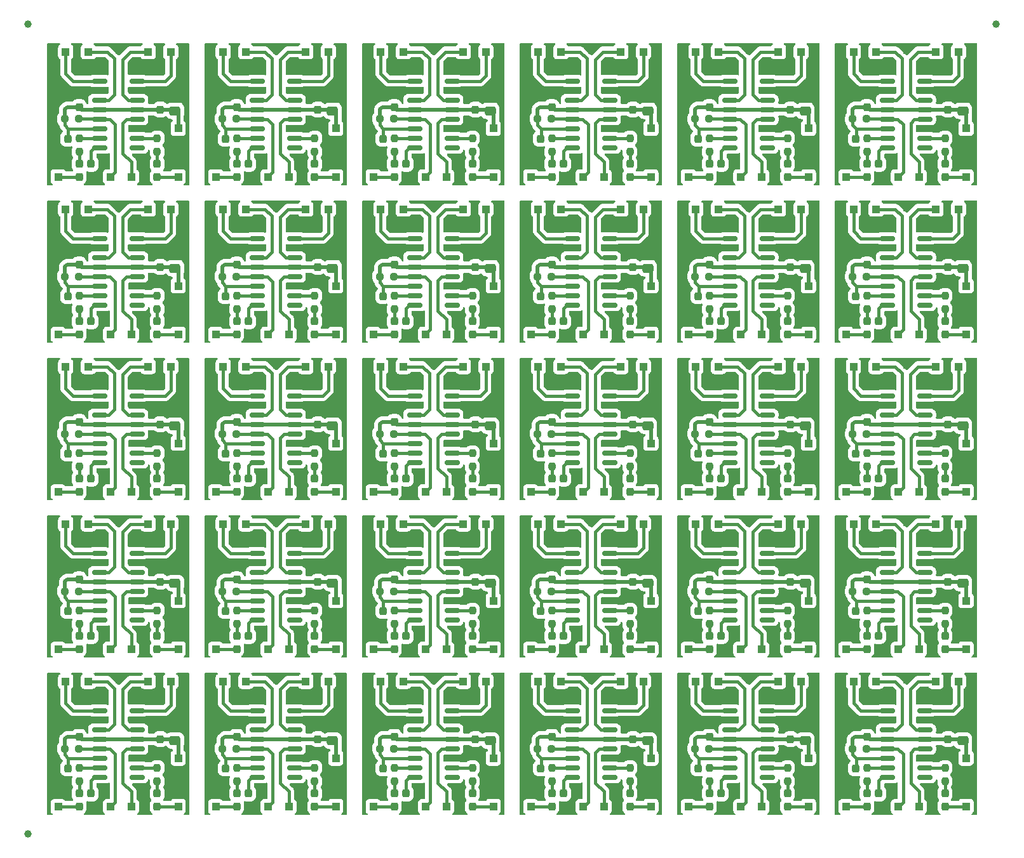
<source format=gbr>
%TF.GenerationSoftware,KiCad,Pcbnew,(6.0.8)*%
%TF.CreationDate,2022-11-05T12:28:44+05:30*%
%TF.ProjectId,panelized,70616e65-6c69-47a6-9564-2e6b69636164,rev?*%
%TF.SameCoordinates,Original*%
%TF.FileFunction,Copper,L1,Top*%
%TF.FilePolarity,Positive*%
%FSLAX46Y46*%
G04 Gerber Fmt 4.6, Leading zero omitted, Abs format (unit mm)*
G04 Created by KiCad (PCBNEW (6.0.8)) date 2022-11-05 12:28:44*
%MOMM*%
%LPD*%
G01*
G04 APERTURE LIST*
G04 Aperture macros list*
%AMRoundRect*
0 Rectangle with rounded corners*
0 $1 Rounding radius*
0 $2 $3 $4 $5 $6 $7 $8 $9 X,Y pos of 4 corners*
0 Add a 4 corners polygon primitive as box body*
4,1,4,$2,$3,$4,$5,$6,$7,$8,$9,$2,$3,0*
0 Add four circle primitives for the rounded corners*
1,1,$1+$1,$2,$3*
1,1,$1+$1,$4,$5*
1,1,$1+$1,$6,$7*
1,1,$1+$1,$8,$9*
0 Add four rect primitives between the rounded corners*
20,1,$1+$1,$2,$3,$4,$5,0*
20,1,$1+$1,$4,$5,$6,$7,0*
20,1,$1+$1,$6,$7,$8,$9,0*
20,1,$1+$1,$8,$9,$2,$3,0*%
G04 Aperture macros list end*
%TA.AperFunction,SMDPad,CuDef*%
%ADD10RoundRect,0.250000X0.475000X-0.337500X0.475000X0.337500X-0.475000X0.337500X-0.475000X-0.337500X0*%
%TD*%
%TA.AperFunction,ComponentPad*%
%ADD11R,1.000000X1.000000*%
%TD*%
%TA.AperFunction,SMDPad,CuDef*%
%ADD12RoundRect,0.237500X0.237500X-0.300000X0.237500X0.300000X-0.237500X0.300000X-0.237500X-0.300000X0*%
%TD*%
%TA.AperFunction,SMDPad,CuDef*%
%ADD13RoundRect,0.237500X-0.237500X0.300000X-0.237500X-0.300000X0.237500X-0.300000X0.237500X0.300000X0*%
%TD*%
%TA.AperFunction,SMDPad,CuDef*%
%ADD14RoundRect,0.150000X-0.850000X-0.150000X0.850000X-0.150000X0.850000X0.150000X-0.850000X0.150000X0*%
%TD*%
%TA.AperFunction,SMDPad,CuDef*%
%ADD15RoundRect,0.237500X0.237500X-0.250000X0.237500X0.250000X-0.237500X0.250000X-0.237500X-0.250000X0*%
%TD*%
%TA.AperFunction,SMDPad,CuDef*%
%ADD16RoundRect,0.237500X-0.250000X-0.237500X0.250000X-0.237500X0.250000X0.237500X-0.250000X0.237500X0*%
%TD*%
%TA.AperFunction,SMDPad,CuDef*%
%ADD17C,1.000000*%
%TD*%
%TA.AperFunction,ViaPad*%
%ADD18C,0.600000*%
%TD*%
%TA.AperFunction,Conductor*%
%ADD19C,0.400000*%
%TD*%
%TA.AperFunction,Conductor*%
%ADD20C,0.500000*%
%TD*%
G04 APERTURE END LIST*
D10*
%TO.P,C7,1*%
%TO.N,Board_29-+5V*%
X141570000Y-112537500D03*
%TO.P,C7,2*%
%TO.N,Board_29-GND*%
X141570000Y-110462500D03*
%TD*%
D11*
%TO.P,GND,1,Pin_1*%
%TO.N,Board_22-GND*%
X121000000Y-96290000D03*
%TD*%
%TO.P,+,1,Pin_1*%
%TO.N,Board_5-LOUT+*%
X127000000Y-20660000D03*
%TD*%
D12*
%TO.P,C6,1*%
%TO.N,Board_22-+5V*%
X118600000Y-91362500D03*
%TO.P,C6,2*%
%TO.N,Board_22-GND*%
X118600000Y-89637500D03*
%TD*%
D13*
%TO.P,C4,1*%
%TO.N,Board_11-+5V*%
X127270000Y-53257500D03*
%TO.P,C4,2*%
%TO.N,Board_11-GND*%
X127270000Y-54982500D03*
%TD*%
D14*
%TO.P,U1,1,LOUT+*%
%TO.N,Board_15-LOUT+*%
X89500000Y-66555000D03*
%TO.P,U1,2,PGND*%
%TO.N,Board_15-GND*%
X89500000Y-67825000D03*
%TO.P,U1,3,LOUT-*%
%TO.N,Board_15-LOUT-*%
X89500000Y-69095000D03*
%TO.P,U1,4,PVDD*%
%TO.N,Board_15-+5V*%
X89500000Y-70365000D03*
%TO.P,U1,5,~{MUTE}*%
%TO.N,Board_15-~{MUTE}*%
X89500000Y-71635000D03*
%TO.P,U1,6,VDD*%
%TO.N,Board_15-+5V*%
X89500000Y-72905000D03*
%TO.P,U1,7,INL*%
%TO.N,Board_15-Net-(R2-Pad2)*%
X89500000Y-74175000D03*
%TO.P,U1,8,VREF*%
%TO.N,Board_15-Net-(C1-Pad2)*%
X89500000Y-75445000D03*
%TO.P,U1,9,NC*%
%TO.N,Board_15-unconnected-(U1-Pad9)*%
X94500000Y-75445000D03*
%TO.P,U1,10,INR*%
%TO.N,Board_15-Net-(R3-Pad2)*%
X94500000Y-74175000D03*
%TO.P,U1,11,GND*%
%TO.N,Board_15-GND*%
X94500000Y-72905000D03*
%TO.P,U1,12,~{SHDN}*%
%TO.N,Board_15-~{SHDN}*%
X94500000Y-71635000D03*
%TO.P,U1,13,PVDD*%
%TO.N,Board_15-+5V*%
X94500000Y-70365000D03*
%TO.P,U1,14,ROUT-*%
%TO.N,Board_15-ROUT-*%
X94500000Y-69095000D03*
%TO.P,U1,15,PGND*%
%TO.N,Board_15-GND*%
X94500000Y-67825000D03*
%TO.P,U1,16,ROUT+*%
%TO.N,Board_15-ROUT+*%
X94500000Y-66555000D03*
%TD*%
D11*
%TO.P,+5V,1,Pin_1*%
%TO.N,Board_5-+5V*%
X142000000Y-30900000D03*
%TD*%
%TO.P,GND,1,Pin_1*%
%TO.N,Board_12-GND*%
X37000000Y-75290000D03*
%TD*%
D12*
%TO.P,C1,1*%
%TO.N,Board_9-GND*%
X88370000Y-58342500D03*
%TO.P,C1,2*%
%TO.N,Board_9-Net-(C1-Pad2)*%
X88370000Y-56617500D03*
%TD*%
D11*
%TO.P,-,1,Pin_1*%
%TO.N,Board_26-LOUT-*%
X67000000Y-104660000D03*
%TD*%
%TO.P,-,1,Pin_1*%
%TO.N,Board_20-ROUT-*%
X75000000Y-83660000D03*
%TD*%
D15*
%TO.P,R3,1*%
%TO.N,Board_13-Net-(C3-Pad2)*%
X55200000Y-76022500D03*
%TO.P,R3,2*%
%TO.N,Board_13-Net-(R3-Pad2)*%
X55200000Y-74197500D03*
%TD*%
D11*
%TO.P,+,1,Pin_1*%
%TO.N,Board_1-ROUT+*%
X57000000Y-20660000D03*
%TD*%
%TO.P,L,1,Pin_1*%
%TO.N,Board_19-INL*%
X42000000Y-100350000D03*
%TD*%
D10*
%TO.P,C7,1*%
%TO.N,Board_6-+5V*%
X36570000Y-49537500D03*
%TO.P,C7,2*%
%TO.N,Board_6-GND*%
X36570000Y-47462500D03*
%TD*%
D13*
%TO.P,C4,1*%
%TO.N,Board_24-+5V*%
X22270000Y-116257500D03*
%TO.P,C4,2*%
%TO.N,Board_24-GND*%
X22270000Y-117982500D03*
%TD*%
D11*
%TO.P,-,1,Pin_1*%
%TO.N,Board_9-ROUT-*%
X96000000Y-41660000D03*
%TD*%
%TO.P,SHDN,1,Pin_1*%
%TO.N,Board_12-~{SHDN}*%
X30750000Y-79350000D03*
%TD*%
D15*
%TO.P,R2,1*%
%TO.N,Board_9-Net-(C2-Pad2)*%
X86800000Y-55022500D03*
%TO.P,R2,2*%
%TO.N,Board_9-Net-(R2-Pad2)*%
X86800000Y-53197500D03*
%TD*%
%TO.P,R2,1*%
%TO.N,Board_3-Net-(C2-Pad2)*%
X86800000Y-34022500D03*
%TO.P,R2,2*%
%TO.N,Board_3-Net-(R2-Pad2)*%
X86800000Y-32197500D03*
%TD*%
D14*
%TO.P,U1,1,LOUT+*%
%TO.N,Board_25-LOUT+*%
X47500000Y-108555000D03*
%TO.P,U1,2,PGND*%
%TO.N,Board_25-GND*%
X47500000Y-109825000D03*
%TO.P,U1,3,LOUT-*%
%TO.N,Board_25-LOUT-*%
X47500000Y-111095000D03*
%TO.P,U1,4,PVDD*%
%TO.N,Board_25-+5V*%
X47500000Y-112365000D03*
%TO.P,U1,5,~{MUTE}*%
%TO.N,Board_25-~{MUTE}*%
X47500000Y-113635000D03*
%TO.P,U1,6,VDD*%
%TO.N,Board_25-+5V*%
X47500000Y-114905000D03*
%TO.P,U1,7,INL*%
%TO.N,Board_25-Net-(R2-Pad2)*%
X47500000Y-116175000D03*
%TO.P,U1,8,VREF*%
%TO.N,Board_25-Net-(C1-Pad2)*%
X47500000Y-117445000D03*
%TO.P,U1,9,NC*%
%TO.N,Board_25-unconnected-(U1-Pad9)*%
X52500000Y-117445000D03*
%TO.P,U1,10,INR*%
%TO.N,Board_25-Net-(R3-Pad2)*%
X52500000Y-116175000D03*
%TO.P,U1,11,GND*%
%TO.N,Board_25-GND*%
X52500000Y-114905000D03*
%TO.P,U1,12,~{SHDN}*%
%TO.N,Board_25-~{SHDN}*%
X52500000Y-113635000D03*
%TO.P,U1,13,PVDD*%
%TO.N,Board_25-+5V*%
X52500000Y-112365000D03*
%TO.P,U1,14,ROUT-*%
%TO.N,Board_25-ROUT-*%
X52500000Y-111095000D03*
%TO.P,U1,15,PGND*%
%TO.N,Board_25-GND*%
X52500000Y-109825000D03*
%TO.P,U1,16,ROUT+*%
%TO.N,Board_25-ROUT+*%
X52500000Y-108555000D03*
%TD*%
D12*
%TO.P,C5,1*%
%TO.N,Board_27-+5V*%
X86800000Y-112042500D03*
%TO.P,C5,2*%
%TO.N,Board_27-GND*%
X86800000Y-110317500D03*
%TD*%
%TO.P,C3,1*%
%TO.N,Board_16-INR*%
X118200000Y-79342500D03*
%TO.P,C3,2*%
%TO.N,Board_16-Net-(C3-Pad2)*%
X118200000Y-77617500D03*
%TD*%
D15*
%TO.P,R2,1*%
%TO.N,Board_4-Net-(C2-Pad2)*%
X107800000Y-34022500D03*
%TO.P,R2,2*%
%TO.N,Board_4-Net-(R2-Pad2)*%
X107800000Y-32197500D03*
%TD*%
D11*
%TO.P,-,1,Pin_1*%
%TO.N,Board_13-LOUT-*%
X46000000Y-62660000D03*
%TD*%
%TO.P,MUTE,1,Pin_1*%
%TO.N,Board_25-~{MUTE}*%
X49000000Y-121350000D03*
%TD*%
D10*
%TO.P,C7,1*%
%TO.N,Board_26-+5V*%
X78570000Y-112537500D03*
%TO.P,C7,2*%
%TO.N,Board_26-GND*%
X78570000Y-110462500D03*
%TD*%
D15*
%TO.P,R2,1*%
%TO.N,Board_29-Net-(C2-Pad2)*%
X128800000Y-118022500D03*
%TO.P,R2,2*%
%TO.N,Board_29-Net-(R2-Pad2)*%
X128800000Y-116197500D03*
%TD*%
D16*
%TO.P,R1,1*%
%TO.N,Board_27-+5V*%
X84887500Y-113630000D03*
%TO.P,R1,2*%
%TO.N,Board_27-~{MUTE}*%
X86712500Y-113630000D03*
%TD*%
D11*
%TO.P,R,1,Pin_1*%
%TO.N,Board_11-INR*%
X142000000Y-58340000D03*
%TD*%
%TO.P,+,1,Pin_1*%
%TO.N,Board_10-LOUT+*%
X106000000Y-41660000D03*
%TD*%
%TO.P,+,1,Pin_1*%
%TO.N,Board_23-ROUT+*%
X141000000Y-83660000D03*
%TD*%
D13*
%TO.P,C4,1*%
%TO.N,Board_29-+5V*%
X127270000Y-116257500D03*
%TO.P,C4,2*%
%TO.N,Board_29-GND*%
X127270000Y-117982500D03*
%TD*%
D11*
%TO.P,+5V,1,Pin_1*%
%TO.N,Board_28-+5V*%
X121000000Y-114900000D03*
%TD*%
D12*
%TO.P,C2,1*%
%TO.N,Board_1-INL*%
X44800000Y-37342500D03*
%TO.P,C2,2*%
%TO.N,Board_1-Net-(C2-Pad2)*%
X44800000Y-35617500D03*
%TD*%
D14*
%TO.P,U1,1,LOUT+*%
%TO.N,Board_3-LOUT+*%
X89500000Y-24555000D03*
%TO.P,U1,2,PGND*%
%TO.N,Board_3-GND*%
X89500000Y-25825000D03*
%TO.P,U1,3,LOUT-*%
%TO.N,Board_3-LOUT-*%
X89500000Y-27095000D03*
%TO.P,U1,4,PVDD*%
%TO.N,Board_3-+5V*%
X89500000Y-28365000D03*
%TO.P,U1,5,~{MUTE}*%
%TO.N,Board_3-~{MUTE}*%
X89500000Y-29635000D03*
%TO.P,U1,6,VDD*%
%TO.N,Board_3-+5V*%
X89500000Y-30905000D03*
%TO.P,U1,7,INL*%
%TO.N,Board_3-Net-(R2-Pad2)*%
X89500000Y-32175000D03*
%TO.P,U1,8,VREF*%
%TO.N,Board_3-Net-(C1-Pad2)*%
X89500000Y-33445000D03*
%TO.P,U1,9,NC*%
%TO.N,Board_3-unconnected-(U1-Pad9)*%
X94500000Y-33445000D03*
%TO.P,U1,10,INR*%
%TO.N,Board_3-Net-(R3-Pad2)*%
X94500000Y-32175000D03*
%TO.P,U1,11,GND*%
%TO.N,Board_3-GND*%
X94500000Y-30905000D03*
%TO.P,U1,12,~{SHDN}*%
%TO.N,Board_3-~{SHDN}*%
X94500000Y-29635000D03*
%TO.P,U1,13,PVDD*%
%TO.N,Board_3-+5V*%
X94500000Y-28365000D03*
%TO.P,U1,14,ROUT-*%
%TO.N,Board_3-ROUT-*%
X94500000Y-27095000D03*
%TO.P,U1,15,PGND*%
%TO.N,Board_3-GND*%
X94500000Y-25825000D03*
%TO.P,U1,16,ROUT+*%
%TO.N,Board_3-ROUT+*%
X94500000Y-24555000D03*
%TD*%
D11*
%TO.P,-,1,Pin_1*%
%TO.N,Board_28-ROUT-*%
X117000000Y-104660000D03*
%TD*%
D12*
%TO.P,C2,1*%
%TO.N,Board_26-INL*%
X65800000Y-121342500D03*
%TO.P,C2,2*%
%TO.N,Board_26-Net-(C2-Pad2)*%
X65800000Y-119617500D03*
%TD*%
D15*
%TO.P,R3,1*%
%TO.N,Board_6-Net-(C3-Pad2)*%
X34200000Y-55022500D03*
%TO.P,R3,2*%
%TO.N,Board_6-Net-(R3-Pad2)*%
X34200000Y-53197500D03*
%TD*%
D11*
%TO.P,MUTE,1,Pin_1*%
%TO.N,Board_22-~{MUTE}*%
X112000000Y-100350000D03*
%TD*%
%TO.P,-,1,Pin_1*%
%TO.N,Board_21-LOUT-*%
X88000000Y-83660000D03*
%TD*%
%TO.P,+,1,Pin_1*%
%TO.N,Board_20-ROUT+*%
X78000000Y-83660000D03*
%TD*%
D15*
%TO.P,R3,1*%
%TO.N,Board_29-Net-(C3-Pad2)*%
X139200000Y-118022500D03*
%TO.P,R3,2*%
%TO.N,Board_29-Net-(R3-Pad2)*%
X139200000Y-116197500D03*
%TD*%
%TO.P,R3,1*%
%TO.N,Board_17-Net-(C3-Pad2)*%
X139200000Y-76022500D03*
%TO.P,R3,2*%
%TO.N,Board_17-Net-(R3-Pad2)*%
X139200000Y-74197500D03*
%TD*%
D11*
%TO.P,+5V,1,Pin_1*%
%TO.N,Board_24-+5V*%
X37000000Y-114900000D03*
%TD*%
%TO.P,MUTE,1,Pin_1*%
%TO.N,Board_17-~{MUTE}*%
X133000000Y-79350000D03*
%TD*%
%TO.P,L,1,Pin_1*%
%TO.N,Board_17-INL*%
X126000000Y-79350000D03*
%TD*%
%TO.P,+,1,Pin_1*%
%TO.N,Board_14-LOUT+*%
X64000000Y-62660000D03*
%TD*%
D14*
%TO.P,U1,1,LOUT+*%
%TO.N,Board_21-LOUT+*%
X89500000Y-87555000D03*
%TO.P,U1,2,PGND*%
%TO.N,Board_21-GND*%
X89500000Y-88825000D03*
%TO.P,U1,3,LOUT-*%
%TO.N,Board_21-LOUT-*%
X89500000Y-90095000D03*
%TO.P,U1,4,PVDD*%
%TO.N,Board_21-+5V*%
X89500000Y-91365000D03*
%TO.P,U1,5,~{MUTE}*%
%TO.N,Board_21-~{MUTE}*%
X89500000Y-92635000D03*
%TO.P,U1,6,VDD*%
%TO.N,Board_21-+5V*%
X89500000Y-93905000D03*
%TO.P,U1,7,INL*%
%TO.N,Board_21-Net-(R2-Pad2)*%
X89500000Y-95175000D03*
%TO.P,U1,8,VREF*%
%TO.N,Board_21-Net-(C1-Pad2)*%
X89500000Y-96445000D03*
%TO.P,U1,9,NC*%
%TO.N,Board_21-unconnected-(U1-Pad9)*%
X94500000Y-96445000D03*
%TO.P,U1,10,INR*%
%TO.N,Board_21-Net-(R3-Pad2)*%
X94500000Y-95175000D03*
%TO.P,U1,11,GND*%
%TO.N,Board_21-GND*%
X94500000Y-93905000D03*
%TO.P,U1,12,~{SHDN}*%
%TO.N,Board_21-~{SHDN}*%
X94500000Y-92635000D03*
%TO.P,U1,13,PVDD*%
%TO.N,Board_21-+5V*%
X94500000Y-91365000D03*
%TO.P,U1,14,ROUT-*%
%TO.N,Board_21-ROUT-*%
X94500000Y-90095000D03*
%TO.P,U1,15,PGND*%
%TO.N,Board_21-GND*%
X94500000Y-88825000D03*
%TO.P,U1,16,ROUT+*%
%TO.N,Board_21-ROUT+*%
X94500000Y-87555000D03*
%TD*%
D12*
%TO.P,C3,1*%
%TO.N,Board_18-INR*%
X34200000Y-100342500D03*
%TO.P,C3,2*%
%TO.N,Board_18-Net-(C3-Pad2)*%
X34200000Y-98617500D03*
%TD*%
D15*
%TO.P,R2,1*%
%TO.N,Board_23-Net-(C2-Pad2)*%
X128800000Y-97022500D03*
%TO.P,R2,2*%
%TO.N,Board_23-Net-(R2-Pad2)*%
X128800000Y-95197500D03*
%TD*%
D11*
%TO.P,+5V,1,Pin_1*%
%TO.N,Board_14-+5V*%
X79000000Y-72900000D03*
%TD*%
%TO.P,MUTE,1,Pin_1*%
%TO.N,Board_10-~{MUTE}*%
X112000000Y-58350000D03*
%TD*%
%TO.P,SHDN,1,Pin_1*%
%TO.N,Board_2-~{SHDN}*%
X72750000Y-37350000D03*
%TD*%
%TO.P,+,1,Pin_1*%
%TO.N,Board_17-LOUT+*%
X127000000Y-62660000D03*
%TD*%
%TO.P,SHDN,1,Pin_1*%
%TO.N,Board_7-~{SHDN}*%
X51750000Y-58350000D03*
%TD*%
%TO.P,GND,1,Pin_1*%
%TO.N,Board_26-GND*%
X79000000Y-117290000D03*
%TD*%
D12*
%TO.P,C3,1*%
%TO.N,Board_24-INR*%
X34200000Y-121342500D03*
%TO.P,C3,2*%
%TO.N,Board_24-Net-(C3-Pad2)*%
X34200000Y-119617500D03*
%TD*%
D11*
%TO.P,MUTE,1,Pin_1*%
%TO.N,Board_5-~{MUTE}*%
X133000000Y-37350000D03*
%TD*%
D10*
%TO.P,C7,1*%
%TO.N,Board_19-+5V*%
X57570000Y-91537500D03*
%TO.P,C7,2*%
%TO.N,Board_19-GND*%
X57570000Y-89462500D03*
%TD*%
D11*
%TO.P,SHDN,1,Pin_1*%
%TO.N,Board_0-~{SHDN}*%
X30750000Y-37350000D03*
%TD*%
%TO.P,GND,1,Pin_1*%
%TO.N,Board_18-GND*%
X37000000Y-96290000D03*
%TD*%
%TO.P,+,1,Pin_1*%
%TO.N,Board_10-ROUT+*%
X120000000Y-41660000D03*
%TD*%
D16*
%TO.P,R1,1*%
%TO.N,Board_9-+5V*%
X84887500Y-50630000D03*
%TO.P,R1,2*%
%TO.N,Board_9-~{MUTE}*%
X86712500Y-50630000D03*
%TD*%
D11*
%TO.P,+,1,Pin_1*%
%TO.N,Board_13-ROUT+*%
X57000000Y-62660000D03*
%TD*%
D12*
%TO.P,C5,1*%
%TO.N,Board_15-+5V*%
X86800000Y-70042500D03*
%TO.P,C5,2*%
%TO.N,Board_15-GND*%
X86800000Y-68317500D03*
%TD*%
D11*
%TO.P,MUTE,1,Pin_1*%
%TO.N,Board_13-~{MUTE}*%
X49000000Y-79350000D03*
%TD*%
D13*
%TO.P,C4,1*%
%TO.N,Board_17-+5V*%
X127270000Y-74257500D03*
%TO.P,C4,2*%
%TO.N,Board_17-GND*%
X127270000Y-75982500D03*
%TD*%
D11*
%TO.P,-,1,Pin_1*%
%TO.N,Board_6-ROUT-*%
X33000000Y-41660000D03*
%TD*%
D12*
%TO.P,C6,1*%
%TO.N,Board_28-+5V*%
X118600000Y-112362500D03*
%TO.P,C6,2*%
%TO.N,Board_28-GND*%
X118600000Y-110637500D03*
%TD*%
D16*
%TO.P,R1,1*%
%TO.N,Board_8-+5V*%
X63887500Y-50630000D03*
%TO.P,R1,2*%
%TO.N,Board_8-~{MUTE}*%
X65712500Y-50630000D03*
%TD*%
D12*
%TO.P,C2,1*%
%TO.N,Board_8-INL*%
X65800000Y-58342500D03*
%TO.P,C2,2*%
%TO.N,Board_8-Net-(C2-Pad2)*%
X65800000Y-56617500D03*
%TD*%
D11*
%TO.P,-,1,Pin_1*%
%TO.N,Board_4-ROUT-*%
X117000000Y-20660000D03*
%TD*%
D15*
%TO.P,R2,1*%
%TO.N,Board_28-Net-(C2-Pad2)*%
X107800000Y-118022500D03*
%TO.P,R2,2*%
%TO.N,Board_28-Net-(R2-Pad2)*%
X107800000Y-116197500D03*
%TD*%
D12*
%TO.P,C3,1*%
%TO.N,Board_20-INR*%
X76200000Y-100342500D03*
%TO.P,C3,2*%
%TO.N,Board_20-Net-(C3-Pad2)*%
X76200000Y-98617500D03*
%TD*%
D11*
%TO.P,+,1,Pin_1*%
%TO.N,Board_0-ROUT+*%
X36000000Y-20660000D03*
%TD*%
%TO.P,MUTE,1,Pin_1*%
%TO.N,Board_2-~{MUTE}*%
X70000000Y-37350000D03*
%TD*%
%TO.P,GND,1,Pin_1*%
%TO.N,Board_13-GND*%
X58000000Y-75290000D03*
%TD*%
%TO.P,L,1,Pin_1*%
%TO.N,Board_16-INL*%
X105000000Y-79350000D03*
%TD*%
D10*
%TO.P,C7,1*%
%TO.N,Board_27-+5V*%
X99570000Y-112537500D03*
%TO.P,C7,2*%
%TO.N,Board_27-GND*%
X99570000Y-110462500D03*
%TD*%
D11*
%TO.P,+,1,Pin_1*%
%TO.N,Board_8-LOUT+*%
X64000000Y-41660000D03*
%TD*%
D13*
%TO.P,C4,1*%
%TO.N,Board_19-+5V*%
X43270000Y-95257500D03*
%TO.P,C4,2*%
%TO.N,Board_19-GND*%
X43270000Y-96982500D03*
%TD*%
D17*
%TO.P,REF\u002A\u002A,*%
%TO.N,*%
X17000000Y-125000000D03*
%TD*%
D11*
%TO.P,-,1,Pin_1*%
%TO.N,Board_5-LOUT-*%
X130000000Y-20660000D03*
%TD*%
D15*
%TO.P,R2,1*%
%TO.N,Board_15-Net-(C2-Pad2)*%
X86800000Y-76022500D03*
%TO.P,R2,2*%
%TO.N,Board_15-Net-(R2-Pad2)*%
X86800000Y-74197500D03*
%TD*%
D13*
%TO.P,C4,1*%
%TO.N,Board_5-+5V*%
X127270000Y-32257500D03*
%TO.P,C4,2*%
%TO.N,Board_5-GND*%
X127270000Y-33982500D03*
%TD*%
D16*
%TO.P,R1,1*%
%TO.N,Board_23-+5V*%
X126887500Y-92630000D03*
%TO.P,R1,2*%
%TO.N,Board_23-~{MUTE}*%
X128712500Y-92630000D03*
%TD*%
D12*
%TO.P,C6,1*%
%TO.N,Board_19-+5V*%
X55600000Y-91362500D03*
%TO.P,C6,2*%
%TO.N,Board_19-GND*%
X55600000Y-89637500D03*
%TD*%
D11*
%TO.P,R,1,Pin_1*%
%TO.N,Board_15-INR*%
X100000000Y-79340000D03*
%TD*%
%TO.P,-,1,Pin_1*%
%TO.N,Board_27-ROUT-*%
X96000000Y-104660000D03*
%TD*%
D15*
%TO.P,R3,1*%
%TO.N,Board_27-Net-(C3-Pad2)*%
X97200000Y-118022500D03*
%TO.P,R3,2*%
%TO.N,Board_27-Net-(R3-Pad2)*%
X97200000Y-116197500D03*
%TD*%
D11*
%TO.P,+,1,Pin_1*%
%TO.N,Board_2-LOUT+*%
X64000000Y-20660000D03*
%TD*%
D15*
%TO.P,R2,1*%
%TO.N,Board_27-Net-(C2-Pad2)*%
X86800000Y-118022500D03*
%TO.P,R2,2*%
%TO.N,Board_27-Net-(R2-Pad2)*%
X86800000Y-116197500D03*
%TD*%
D14*
%TO.P,U1,1,LOUT+*%
%TO.N,Board_10-LOUT+*%
X110500000Y-45555000D03*
%TO.P,U1,2,PGND*%
%TO.N,Board_10-GND*%
X110500000Y-46825000D03*
%TO.P,U1,3,LOUT-*%
%TO.N,Board_10-LOUT-*%
X110500000Y-48095000D03*
%TO.P,U1,4,PVDD*%
%TO.N,Board_10-+5V*%
X110500000Y-49365000D03*
%TO.P,U1,5,~{MUTE}*%
%TO.N,Board_10-~{MUTE}*%
X110500000Y-50635000D03*
%TO.P,U1,6,VDD*%
%TO.N,Board_10-+5V*%
X110500000Y-51905000D03*
%TO.P,U1,7,INL*%
%TO.N,Board_10-Net-(R2-Pad2)*%
X110500000Y-53175000D03*
%TO.P,U1,8,VREF*%
%TO.N,Board_10-Net-(C1-Pad2)*%
X110500000Y-54445000D03*
%TO.P,U1,9,NC*%
%TO.N,Board_10-unconnected-(U1-Pad9)*%
X115500000Y-54445000D03*
%TO.P,U1,10,INR*%
%TO.N,Board_10-Net-(R3-Pad2)*%
X115500000Y-53175000D03*
%TO.P,U1,11,GND*%
%TO.N,Board_10-GND*%
X115500000Y-51905000D03*
%TO.P,U1,12,~{SHDN}*%
%TO.N,Board_10-~{SHDN}*%
X115500000Y-50635000D03*
%TO.P,U1,13,PVDD*%
%TO.N,Board_10-+5V*%
X115500000Y-49365000D03*
%TO.P,U1,14,ROUT-*%
%TO.N,Board_10-ROUT-*%
X115500000Y-48095000D03*
%TO.P,U1,15,PGND*%
%TO.N,Board_10-GND*%
X115500000Y-46825000D03*
%TO.P,U1,16,ROUT+*%
%TO.N,Board_10-ROUT+*%
X115500000Y-45555000D03*
%TD*%
D11*
%TO.P,L,1,Pin_1*%
%TO.N,Board_15-INL*%
X84000000Y-79350000D03*
%TD*%
%TO.P,-,1,Pin_1*%
%TO.N,Board_2-ROUT-*%
X75000000Y-20660000D03*
%TD*%
D12*
%TO.P,C6,1*%
%TO.N,Board_7-+5V*%
X55600000Y-49362500D03*
%TO.P,C6,2*%
%TO.N,Board_7-GND*%
X55600000Y-47637500D03*
%TD*%
D11*
%TO.P,L,1,Pin_1*%
%TO.N,Board_25-INL*%
X42000000Y-121350000D03*
%TD*%
D12*
%TO.P,C5,1*%
%TO.N,Board_16-+5V*%
X107800000Y-70042500D03*
%TO.P,C5,2*%
%TO.N,Board_16-GND*%
X107800000Y-68317500D03*
%TD*%
D11*
%TO.P,SHDN,1,Pin_1*%
%TO.N,Board_27-~{SHDN}*%
X93750000Y-121350000D03*
%TD*%
%TO.P,MUTE,1,Pin_1*%
%TO.N,Board_20-~{MUTE}*%
X70000000Y-100350000D03*
%TD*%
D16*
%TO.P,R1,1*%
%TO.N,Board_3-+5V*%
X84887500Y-29630000D03*
%TO.P,R1,2*%
%TO.N,Board_3-~{MUTE}*%
X86712500Y-29630000D03*
%TD*%
D11*
%TO.P,SHDN,1,Pin_1*%
%TO.N,Board_10-~{SHDN}*%
X114750000Y-58350000D03*
%TD*%
D15*
%TO.P,R2,1*%
%TO.N,Board_7-Net-(C2-Pad2)*%
X44800000Y-55022500D03*
%TO.P,R2,2*%
%TO.N,Board_7-Net-(R2-Pad2)*%
X44800000Y-53197500D03*
%TD*%
D11*
%TO.P,+,1,Pin_1*%
%TO.N,Board_16-LOUT+*%
X106000000Y-62660000D03*
%TD*%
%TO.P,MUTE,1,Pin_1*%
%TO.N,Board_1-~{MUTE}*%
X49000000Y-37350000D03*
%TD*%
D12*
%TO.P,C5,1*%
%TO.N,Board_25-+5V*%
X44800000Y-112042500D03*
%TO.P,C5,2*%
%TO.N,Board_25-GND*%
X44800000Y-110317500D03*
%TD*%
D10*
%TO.P,C7,1*%
%TO.N,Board_18-+5V*%
X36570000Y-91537500D03*
%TO.P,C7,2*%
%TO.N,Board_18-GND*%
X36570000Y-89462500D03*
%TD*%
D11*
%TO.P,GND,1,Pin_1*%
%TO.N,Board_19-GND*%
X58000000Y-96290000D03*
%TD*%
%TO.P,-,1,Pin_1*%
%TO.N,Board_25-ROUT-*%
X54000000Y-104660000D03*
%TD*%
D12*
%TO.P,C6,1*%
%TO.N,Board_3-+5V*%
X97600000Y-28362500D03*
%TO.P,C6,2*%
%TO.N,Board_3-GND*%
X97600000Y-26637500D03*
%TD*%
%TO.P,C5,1*%
%TO.N,Board_2-+5V*%
X65800000Y-28042500D03*
%TO.P,C5,2*%
%TO.N,Board_2-GND*%
X65800000Y-26317500D03*
%TD*%
D14*
%TO.P,U1,1,LOUT+*%
%TO.N,Board_23-LOUT+*%
X131500000Y-87555000D03*
%TO.P,U1,2,PGND*%
%TO.N,Board_23-GND*%
X131500000Y-88825000D03*
%TO.P,U1,3,LOUT-*%
%TO.N,Board_23-LOUT-*%
X131500000Y-90095000D03*
%TO.P,U1,4,PVDD*%
%TO.N,Board_23-+5V*%
X131500000Y-91365000D03*
%TO.P,U1,5,~{MUTE}*%
%TO.N,Board_23-~{MUTE}*%
X131500000Y-92635000D03*
%TO.P,U1,6,VDD*%
%TO.N,Board_23-+5V*%
X131500000Y-93905000D03*
%TO.P,U1,7,INL*%
%TO.N,Board_23-Net-(R2-Pad2)*%
X131500000Y-95175000D03*
%TO.P,U1,8,VREF*%
%TO.N,Board_23-Net-(C1-Pad2)*%
X131500000Y-96445000D03*
%TO.P,U1,9,NC*%
%TO.N,Board_23-unconnected-(U1-Pad9)*%
X136500000Y-96445000D03*
%TO.P,U1,10,INR*%
%TO.N,Board_23-Net-(R3-Pad2)*%
X136500000Y-95175000D03*
%TO.P,U1,11,GND*%
%TO.N,Board_23-GND*%
X136500000Y-93905000D03*
%TO.P,U1,12,~{SHDN}*%
%TO.N,Board_23-~{SHDN}*%
X136500000Y-92635000D03*
%TO.P,U1,13,PVDD*%
%TO.N,Board_23-+5V*%
X136500000Y-91365000D03*
%TO.P,U1,14,ROUT-*%
%TO.N,Board_23-ROUT-*%
X136500000Y-90095000D03*
%TO.P,U1,15,PGND*%
%TO.N,Board_23-GND*%
X136500000Y-88825000D03*
%TO.P,U1,16,ROUT+*%
%TO.N,Board_23-ROUT+*%
X136500000Y-87555000D03*
%TD*%
D11*
%TO.P,R,1,Pin_1*%
%TO.N,Board_23-INR*%
X142000000Y-100340000D03*
%TD*%
%TO.P,+5V,1,Pin_1*%
%TO.N,Board_19-+5V*%
X58000000Y-93900000D03*
%TD*%
%TO.P,+,1,Pin_1*%
%TO.N,Board_0-LOUT+*%
X22000000Y-20660000D03*
%TD*%
D12*
%TO.P,C6,1*%
%TO.N,Board_18-+5V*%
X34600000Y-91362500D03*
%TO.P,C6,2*%
%TO.N,Board_18-GND*%
X34600000Y-89637500D03*
%TD*%
D15*
%TO.P,R3,1*%
%TO.N,Board_11-Net-(C3-Pad2)*%
X139200000Y-55022500D03*
%TO.P,R3,2*%
%TO.N,Board_11-Net-(R3-Pad2)*%
X139200000Y-53197500D03*
%TD*%
D11*
%TO.P,-,1,Pin_1*%
%TO.N,Board_11-LOUT-*%
X130000000Y-41660000D03*
%TD*%
D12*
%TO.P,C6,1*%
%TO.N,Board_13-+5V*%
X55600000Y-70362500D03*
%TO.P,C6,2*%
%TO.N,Board_13-GND*%
X55600000Y-68637500D03*
%TD*%
D11*
%TO.P,+,1,Pin_1*%
%TO.N,Board_23-LOUT+*%
X127000000Y-83660000D03*
%TD*%
%TO.P,R,1,Pin_1*%
%TO.N,Board_9-INR*%
X100000000Y-58340000D03*
%TD*%
D12*
%TO.P,C5,1*%
%TO.N,Board_21-+5V*%
X86800000Y-91042500D03*
%TO.P,C5,2*%
%TO.N,Board_21-GND*%
X86800000Y-89317500D03*
%TD*%
D16*
%TO.P,R1,1*%
%TO.N,Board_29-+5V*%
X126887500Y-113630000D03*
%TO.P,R1,2*%
%TO.N,Board_29-~{MUTE}*%
X128712500Y-113630000D03*
%TD*%
D11*
%TO.P,+,1,Pin_1*%
%TO.N,Board_1-LOUT+*%
X43000000Y-20660000D03*
%TD*%
%TO.P,+5V,1,Pin_1*%
%TO.N,Board_21-+5V*%
X100000000Y-93900000D03*
%TD*%
D12*
%TO.P,C1,1*%
%TO.N,Board_16-GND*%
X109370000Y-79342500D03*
%TO.P,C1,2*%
%TO.N,Board_16-Net-(C1-Pad2)*%
X109370000Y-77617500D03*
%TD*%
D11*
%TO.P,+,1,Pin_1*%
%TO.N,Board_25-LOUT+*%
X43000000Y-104660000D03*
%TD*%
D12*
%TO.P,C6,1*%
%TO.N,Board_25-+5V*%
X55600000Y-112362500D03*
%TO.P,C6,2*%
%TO.N,Board_25-GND*%
X55600000Y-110637500D03*
%TD*%
D11*
%TO.P,GND,1,Pin_1*%
%TO.N,Board_0-GND*%
X37000000Y-33290000D03*
%TD*%
D15*
%TO.P,R2,1*%
%TO.N,Board_10-Net-(C2-Pad2)*%
X107800000Y-55022500D03*
%TO.P,R2,2*%
%TO.N,Board_10-Net-(R2-Pad2)*%
X107800000Y-53197500D03*
%TD*%
D11*
%TO.P,L,1,Pin_1*%
%TO.N,Board_11-INL*%
X126000000Y-58350000D03*
%TD*%
D12*
%TO.P,C1,1*%
%TO.N,Board_25-GND*%
X46370000Y-121342500D03*
%TO.P,C1,2*%
%TO.N,Board_25-Net-(C1-Pad2)*%
X46370000Y-119617500D03*
%TD*%
D15*
%TO.P,R3,1*%
%TO.N,Board_26-Net-(C3-Pad2)*%
X76200000Y-118022500D03*
%TO.P,R3,2*%
%TO.N,Board_26-Net-(R3-Pad2)*%
X76200000Y-116197500D03*
%TD*%
D11*
%TO.P,-,1,Pin_1*%
%TO.N,Board_4-LOUT-*%
X109000000Y-20660000D03*
%TD*%
%TO.P,L,1,Pin_1*%
%TO.N,Board_10-INL*%
X105000000Y-58350000D03*
%TD*%
D14*
%TO.P,U1,1,LOUT+*%
%TO.N,Board_9-LOUT+*%
X89500000Y-45555000D03*
%TO.P,U1,2,PGND*%
%TO.N,Board_9-GND*%
X89500000Y-46825000D03*
%TO.P,U1,3,LOUT-*%
%TO.N,Board_9-LOUT-*%
X89500000Y-48095000D03*
%TO.P,U1,4,PVDD*%
%TO.N,Board_9-+5V*%
X89500000Y-49365000D03*
%TO.P,U1,5,~{MUTE}*%
%TO.N,Board_9-~{MUTE}*%
X89500000Y-50635000D03*
%TO.P,U1,6,VDD*%
%TO.N,Board_9-+5V*%
X89500000Y-51905000D03*
%TO.P,U1,7,INL*%
%TO.N,Board_9-Net-(R2-Pad2)*%
X89500000Y-53175000D03*
%TO.P,U1,8,VREF*%
%TO.N,Board_9-Net-(C1-Pad2)*%
X89500000Y-54445000D03*
%TO.P,U1,9,NC*%
%TO.N,Board_9-unconnected-(U1-Pad9)*%
X94500000Y-54445000D03*
%TO.P,U1,10,INR*%
%TO.N,Board_9-Net-(R3-Pad2)*%
X94500000Y-53175000D03*
%TO.P,U1,11,GND*%
%TO.N,Board_9-GND*%
X94500000Y-51905000D03*
%TO.P,U1,12,~{SHDN}*%
%TO.N,Board_9-~{SHDN}*%
X94500000Y-50635000D03*
%TO.P,U1,13,PVDD*%
%TO.N,Board_9-+5V*%
X94500000Y-49365000D03*
%TO.P,U1,14,ROUT-*%
%TO.N,Board_9-ROUT-*%
X94500000Y-48095000D03*
%TO.P,U1,15,PGND*%
%TO.N,Board_9-GND*%
X94500000Y-46825000D03*
%TO.P,U1,16,ROUT+*%
%TO.N,Board_9-ROUT+*%
X94500000Y-45555000D03*
%TD*%
D12*
%TO.P,C2,1*%
%TO.N,Board_19-INL*%
X44800000Y-100342500D03*
%TO.P,C2,2*%
%TO.N,Board_19-Net-(C2-Pad2)*%
X44800000Y-98617500D03*
%TD*%
D15*
%TO.P,R2,1*%
%TO.N,Board_17-Net-(C2-Pad2)*%
X128800000Y-76022500D03*
%TO.P,R2,2*%
%TO.N,Board_17-Net-(R2-Pad2)*%
X128800000Y-74197500D03*
%TD*%
D11*
%TO.P,-,1,Pin_1*%
%TO.N,Board_14-LOUT-*%
X67000000Y-62660000D03*
%TD*%
%TO.P,-,1,Pin_1*%
%TO.N,Board_13-ROUT-*%
X54000000Y-62660000D03*
%TD*%
%TO.P,L,1,Pin_1*%
%TO.N,Board_21-INL*%
X84000000Y-100350000D03*
%TD*%
%TO.P,-,1,Pin_1*%
%TO.N,Board_17-LOUT-*%
X130000000Y-62660000D03*
%TD*%
D15*
%TO.P,R3,1*%
%TO.N,Board_15-Net-(C3-Pad2)*%
X97200000Y-76022500D03*
%TO.P,R3,2*%
%TO.N,Board_15-Net-(R3-Pad2)*%
X97200000Y-74197500D03*
%TD*%
%TO.P,R2,1*%
%TO.N,Board_22-Net-(C2-Pad2)*%
X107800000Y-97022500D03*
%TO.P,R2,2*%
%TO.N,Board_22-Net-(R2-Pad2)*%
X107800000Y-95197500D03*
%TD*%
D12*
%TO.P,C2,1*%
%TO.N,Board_6-INL*%
X23800000Y-58342500D03*
%TO.P,C2,2*%
%TO.N,Board_6-Net-(C2-Pad2)*%
X23800000Y-56617500D03*
%TD*%
D11*
%TO.P,GND,1,Pin_1*%
%TO.N,Board_1-GND*%
X58000000Y-33290000D03*
%TD*%
%TO.P,-,1,Pin_1*%
%TO.N,Board_22-LOUT-*%
X109000000Y-83660000D03*
%TD*%
D12*
%TO.P,C3,1*%
%TO.N,Board_25-INR*%
X55200000Y-121342500D03*
%TO.P,C3,2*%
%TO.N,Board_25-Net-(C3-Pad2)*%
X55200000Y-119617500D03*
%TD*%
D11*
%TO.P,R,1,Pin_1*%
%TO.N,Board_22-INR*%
X121000000Y-100340000D03*
%TD*%
D15*
%TO.P,R2,1*%
%TO.N,Board_25-Net-(C2-Pad2)*%
X44800000Y-118022500D03*
%TO.P,R2,2*%
%TO.N,Board_25-Net-(R2-Pad2)*%
X44800000Y-116197500D03*
%TD*%
D11*
%TO.P,R,1,Pin_1*%
%TO.N,Board_4-INR*%
X121000000Y-37340000D03*
%TD*%
%TO.P,R,1,Pin_1*%
%TO.N,Board_2-INR*%
X79000000Y-37340000D03*
%TD*%
%TO.P,+,1,Pin_1*%
%TO.N,Board_21-LOUT+*%
X85000000Y-83660000D03*
%TD*%
%TO.P,+,1,Pin_1*%
%TO.N,Board_15-ROUT+*%
X99000000Y-62660000D03*
%TD*%
D12*
%TO.P,C3,1*%
%TO.N,Board_1-INR*%
X55200000Y-37342500D03*
%TO.P,C3,2*%
%TO.N,Board_1-Net-(C3-Pad2)*%
X55200000Y-35617500D03*
%TD*%
D14*
%TO.P,U1,1,LOUT+*%
%TO.N,Board_27-LOUT+*%
X89500000Y-108555000D03*
%TO.P,U1,2,PGND*%
%TO.N,Board_27-GND*%
X89500000Y-109825000D03*
%TO.P,U1,3,LOUT-*%
%TO.N,Board_27-LOUT-*%
X89500000Y-111095000D03*
%TO.P,U1,4,PVDD*%
%TO.N,Board_27-+5V*%
X89500000Y-112365000D03*
%TO.P,U1,5,~{MUTE}*%
%TO.N,Board_27-~{MUTE}*%
X89500000Y-113635000D03*
%TO.P,U1,6,VDD*%
%TO.N,Board_27-+5V*%
X89500000Y-114905000D03*
%TO.P,U1,7,INL*%
%TO.N,Board_27-Net-(R2-Pad2)*%
X89500000Y-116175000D03*
%TO.P,U1,8,VREF*%
%TO.N,Board_27-Net-(C1-Pad2)*%
X89500000Y-117445000D03*
%TO.P,U1,9,NC*%
%TO.N,Board_27-unconnected-(U1-Pad9)*%
X94500000Y-117445000D03*
%TO.P,U1,10,INR*%
%TO.N,Board_27-Net-(R3-Pad2)*%
X94500000Y-116175000D03*
%TO.P,U1,11,GND*%
%TO.N,Board_27-GND*%
X94500000Y-114905000D03*
%TO.P,U1,12,~{SHDN}*%
%TO.N,Board_27-~{SHDN}*%
X94500000Y-113635000D03*
%TO.P,U1,13,PVDD*%
%TO.N,Board_27-+5V*%
X94500000Y-112365000D03*
%TO.P,U1,14,ROUT-*%
%TO.N,Board_27-ROUT-*%
X94500000Y-111095000D03*
%TO.P,U1,15,PGND*%
%TO.N,Board_27-GND*%
X94500000Y-109825000D03*
%TO.P,U1,16,ROUT+*%
%TO.N,Board_27-ROUT+*%
X94500000Y-108555000D03*
%TD*%
D12*
%TO.P,C6,1*%
%TO.N,Board_29-+5V*%
X139600000Y-112362500D03*
%TO.P,C6,2*%
%TO.N,Board_29-GND*%
X139600000Y-110637500D03*
%TD*%
D11*
%TO.P,+,1,Pin_1*%
%TO.N,Board_24-LOUT+*%
X22000000Y-104660000D03*
%TD*%
D12*
%TO.P,C5,1*%
%TO.N,Board_14-+5V*%
X65800000Y-70042500D03*
%TO.P,C5,2*%
%TO.N,Board_14-GND*%
X65800000Y-68317500D03*
%TD*%
D11*
%TO.P,-,1,Pin_1*%
%TO.N,Board_15-LOUT-*%
X88000000Y-62660000D03*
%TD*%
D12*
%TO.P,C3,1*%
%TO.N,Board_9-INR*%
X97200000Y-58342500D03*
%TO.P,C3,2*%
%TO.N,Board_9-Net-(C3-Pad2)*%
X97200000Y-56617500D03*
%TD*%
%TO.P,C1,1*%
%TO.N,Board_20-GND*%
X67370000Y-100342500D03*
%TO.P,C1,2*%
%TO.N,Board_20-Net-(C1-Pad2)*%
X67370000Y-98617500D03*
%TD*%
D11*
%TO.P,+,1,Pin_1*%
%TO.N,Board_7-LOUT+*%
X43000000Y-41660000D03*
%TD*%
%TO.P,L,1,Pin_1*%
%TO.N,Board_9-INL*%
X84000000Y-58350000D03*
%TD*%
D12*
%TO.P,C2,1*%
%TO.N,Board_27-INL*%
X86800000Y-121342500D03*
%TO.P,C2,2*%
%TO.N,Board_27-Net-(C2-Pad2)*%
X86800000Y-119617500D03*
%TD*%
D11*
%TO.P,+5V,1,Pin_1*%
%TO.N,Board_8-+5V*%
X79000000Y-51900000D03*
%TD*%
D16*
%TO.P,R1,1*%
%TO.N,Board_15-+5V*%
X84887500Y-71630000D03*
%TO.P,R1,2*%
%TO.N,Board_15-~{MUTE}*%
X86712500Y-71630000D03*
%TD*%
D11*
%TO.P,R,1,Pin_1*%
%TO.N,Board_29-INR*%
X142000000Y-121340000D03*
%TD*%
D14*
%TO.P,U1,1,LOUT+*%
%TO.N,Board_12-LOUT+*%
X26500000Y-66555000D03*
%TO.P,U1,2,PGND*%
%TO.N,Board_12-GND*%
X26500000Y-67825000D03*
%TO.P,U1,3,LOUT-*%
%TO.N,Board_12-LOUT-*%
X26500000Y-69095000D03*
%TO.P,U1,4,PVDD*%
%TO.N,Board_12-+5V*%
X26500000Y-70365000D03*
%TO.P,U1,5,~{MUTE}*%
%TO.N,Board_12-~{MUTE}*%
X26500000Y-71635000D03*
%TO.P,U1,6,VDD*%
%TO.N,Board_12-+5V*%
X26500000Y-72905000D03*
%TO.P,U1,7,INL*%
%TO.N,Board_12-Net-(R2-Pad2)*%
X26500000Y-74175000D03*
%TO.P,U1,8,VREF*%
%TO.N,Board_12-Net-(C1-Pad2)*%
X26500000Y-75445000D03*
%TO.P,U1,9,NC*%
%TO.N,Board_12-unconnected-(U1-Pad9)*%
X31500000Y-75445000D03*
%TO.P,U1,10,INR*%
%TO.N,Board_12-Net-(R3-Pad2)*%
X31500000Y-74175000D03*
%TO.P,U1,11,GND*%
%TO.N,Board_12-GND*%
X31500000Y-72905000D03*
%TO.P,U1,12,~{SHDN}*%
%TO.N,Board_12-~{SHDN}*%
X31500000Y-71635000D03*
%TO.P,U1,13,PVDD*%
%TO.N,Board_12-+5V*%
X31500000Y-70365000D03*
%TO.P,U1,14,ROUT-*%
%TO.N,Board_12-ROUT-*%
X31500000Y-69095000D03*
%TO.P,U1,15,PGND*%
%TO.N,Board_12-GND*%
X31500000Y-67825000D03*
%TO.P,U1,16,ROUT+*%
%TO.N,Board_12-ROUT+*%
X31500000Y-66555000D03*
%TD*%
%TO.P,U1,1,LOUT+*%
%TO.N,Board_16-LOUT+*%
X110500000Y-66555000D03*
%TO.P,U1,2,PGND*%
%TO.N,Board_16-GND*%
X110500000Y-67825000D03*
%TO.P,U1,3,LOUT-*%
%TO.N,Board_16-LOUT-*%
X110500000Y-69095000D03*
%TO.P,U1,4,PVDD*%
%TO.N,Board_16-+5V*%
X110500000Y-70365000D03*
%TO.P,U1,5,~{MUTE}*%
%TO.N,Board_16-~{MUTE}*%
X110500000Y-71635000D03*
%TO.P,U1,6,VDD*%
%TO.N,Board_16-+5V*%
X110500000Y-72905000D03*
%TO.P,U1,7,INL*%
%TO.N,Board_16-Net-(R2-Pad2)*%
X110500000Y-74175000D03*
%TO.P,U1,8,VREF*%
%TO.N,Board_16-Net-(C1-Pad2)*%
X110500000Y-75445000D03*
%TO.P,U1,9,NC*%
%TO.N,Board_16-unconnected-(U1-Pad9)*%
X115500000Y-75445000D03*
%TO.P,U1,10,INR*%
%TO.N,Board_16-Net-(R3-Pad2)*%
X115500000Y-74175000D03*
%TO.P,U1,11,GND*%
%TO.N,Board_16-GND*%
X115500000Y-72905000D03*
%TO.P,U1,12,~{SHDN}*%
%TO.N,Board_16-~{SHDN}*%
X115500000Y-71635000D03*
%TO.P,U1,13,PVDD*%
%TO.N,Board_16-+5V*%
X115500000Y-70365000D03*
%TO.P,U1,14,ROUT-*%
%TO.N,Board_16-ROUT-*%
X115500000Y-69095000D03*
%TO.P,U1,15,PGND*%
%TO.N,Board_16-GND*%
X115500000Y-67825000D03*
%TO.P,U1,16,ROUT+*%
%TO.N,Board_16-ROUT+*%
X115500000Y-66555000D03*
%TD*%
D17*
%TO.P,REF\u002A\u002A,*%
%TO.N,*%
X17000000Y-17000000D03*
%TD*%
D11*
%TO.P,-,1,Pin_1*%
%TO.N,Board_26-ROUT-*%
X75000000Y-104660000D03*
%TD*%
D12*
%TO.P,C6,1*%
%TO.N,Board_11-+5V*%
X139600000Y-49362500D03*
%TO.P,C6,2*%
%TO.N,Board_11-GND*%
X139600000Y-47637500D03*
%TD*%
D11*
%TO.P,MUTE,1,Pin_1*%
%TO.N,Board_6-~{MUTE}*%
X28000000Y-58350000D03*
%TD*%
%TO.P,-,1,Pin_1*%
%TO.N,Board_12-LOUT-*%
X25000000Y-62660000D03*
%TD*%
D15*
%TO.P,R2,1*%
%TO.N,Board_16-Net-(C2-Pad2)*%
X107800000Y-76022500D03*
%TO.P,R2,2*%
%TO.N,Board_16-Net-(R2-Pad2)*%
X107800000Y-74197500D03*
%TD*%
D11*
%TO.P,L,1,Pin_1*%
%TO.N,Board_24-INL*%
X21000000Y-121350000D03*
%TD*%
D12*
%TO.P,C1,1*%
%TO.N,Board_4-GND*%
X109370000Y-37342500D03*
%TO.P,C1,2*%
%TO.N,Board_4-Net-(C1-Pad2)*%
X109370000Y-35617500D03*
%TD*%
D10*
%TO.P,C7,1*%
%TO.N,Board_1-+5V*%
X57570000Y-28537500D03*
%TO.P,C7,2*%
%TO.N,Board_1-GND*%
X57570000Y-26462500D03*
%TD*%
D12*
%TO.P,C1,1*%
%TO.N,Board_2-GND*%
X67370000Y-37342500D03*
%TO.P,C1,2*%
%TO.N,Board_2-Net-(C1-Pad2)*%
X67370000Y-35617500D03*
%TD*%
%TO.P,C3,1*%
%TO.N,Board_27-INR*%
X97200000Y-121342500D03*
%TO.P,C3,2*%
%TO.N,Board_27-Net-(C3-Pad2)*%
X97200000Y-119617500D03*
%TD*%
%TO.P,C3,1*%
%TO.N,Board_5-INR*%
X139200000Y-37342500D03*
%TO.P,C3,2*%
%TO.N,Board_5-Net-(C3-Pad2)*%
X139200000Y-35617500D03*
%TD*%
D11*
%TO.P,R,1,Pin_1*%
%TO.N,Board_20-INR*%
X79000000Y-100340000D03*
%TD*%
D12*
%TO.P,C1,1*%
%TO.N,Board_26-GND*%
X67370000Y-121342500D03*
%TO.P,C1,2*%
%TO.N,Board_26-Net-(C1-Pad2)*%
X67370000Y-119617500D03*
%TD*%
%TO.P,C3,1*%
%TO.N,Board_29-INR*%
X139200000Y-121342500D03*
%TO.P,C3,2*%
%TO.N,Board_29-Net-(C3-Pad2)*%
X139200000Y-119617500D03*
%TD*%
%TO.P,C3,1*%
%TO.N,Board_7-INR*%
X55200000Y-58342500D03*
%TO.P,C3,2*%
%TO.N,Board_7-Net-(C3-Pad2)*%
X55200000Y-56617500D03*
%TD*%
D11*
%TO.P,L,1,Pin_1*%
%TO.N,Board_28-INL*%
X105000000Y-121350000D03*
%TD*%
D15*
%TO.P,R2,1*%
%TO.N,Board_12-Net-(C2-Pad2)*%
X23800000Y-76022500D03*
%TO.P,R2,2*%
%TO.N,Board_12-Net-(R2-Pad2)*%
X23800000Y-74197500D03*
%TD*%
D11*
%TO.P,GND,1,Pin_1*%
%TO.N,Board_9-GND*%
X100000000Y-54290000D03*
%TD*%
D10*
%TO.P,C7,1*%
%TO.N,Board_11-+5V*%
X141570000Y-49537500D03*
%TO.P,C7,2*%
%TO.N,Board_11-GND*%
X141570000Y-47462500D03*
%TD*%
D12*
%TO.P,C5,1*%
%TO.N,Board_23-+5V*%
X128800000Y-91042500D03*
%TO.P,C5,2*%
%TO.N,Board_23-GND*%
X128800000Y-89317500D03*
%TD*%
D11*
%TO.P,+5V,1,Pin_1*%
%TO.N,Board_0-+5V*%
X37000000Y-30900000D03*
%TD*%
D12*
%TO.P,C3,1*%
%TO.N,Board_6-INR*%
X34200000Y-58342500D03*
%TO.P,C3,2*%
%TO.N,Board_6-Net-(C3-Pad2)*%
X34200000Y-56617500D03*
%TD*%
D11*
%TO.P,SHDN,1,Pin_1*%
%TO.N,Board_9-~{SHDN}*%
X93750000Y-58350000D03*
%TD*%
D12*
%TO.P,C2,1*%
%TO.N,Board_24-INL*%
X23800000Y-121342500D03*
%TO.P,C2,2*%
%TO.N,Board_24-Net-(C2-Pad2)*%
X23800000Y-119617500D03*
%TD*%
D13*
%TO.P,C4,1*%
%TO.N,Board_4-+5V*%
X106270000Y-32257500D03*
%TO.P,C4,2*%
%TO.N,Board_4-GND*%
X106270000Y-33982500D03*
%TD*%
D11*
%TO.P,R,1,Pin_1*%
%TO.N,Board_1-INR*%
X58000000Y-37340000D03*
%TD*%
%TO.P,GND,1,Pin_1*%
%TO.N,Board_27-GND*%
X100000000Y-117290000D03*
%TD*%
D16*
%TO.P,R1,1*%
%TO.N,Board_12-+5V*%
X21887500Y-71630000D03*
%TO.P,R1,2*%
%TO.N,Board_12-~{MUTE}*%
X23712500Y-71630000D03*
%TD*%
D15*
%TO.P,R3,1*%
%TO.N,Board_0-Net-(C3-Pad2)*%
X34200000Y-34022500D03*
%TO.P,R3,2*%
%TO.N,Board_0-Net-(R3-Pad2)*%
X34200000Y-32197500D03*
%TD*%
D10*
%TO.P,C7,1*%
%TO.N,Board_28-+5V*%
X120570000Y-112537500D03*
%TO.P,C7,2*%
%TO.N,Board_28-GND*%
X120570000Y-110462500D03*
%TD*%
D12*
%TO.P,C2,1*%
%TO.N,Board_2-INL*%
X65800000Y-37342500D03*
%TO.P,C2,2*%
%TO.N,Board_2-Net-(C2-Pad2)*%
X65800000Y-35617500D03*
%TD*%
D11*
%TO.P,R,1,Pin_1*%
%TO.N,Board_25-INR*%
X58000000Y-121340000D03*
%TD*%
%TO.P,+,1,Pin_1*%
%TO.N,Board_11-ROUT+*%
X141000000Y-41660000D03*
%TD*%
%TO.P,+,1,Pin_1*%
%TO.N,Board_12-LOUT+*%
X22000000Y-62660000D03*
%TD*%
D15*
%TO.P,R3,1*%
%TO.N,Board_10-Net-(C3-Pad2)*%
X118200000Y-55022500D03*
%TO.P,R3,2*%
%TO.N,Board_10-Net-(R3-Pad2)*%
X118200000Y-53197500D03*
%TD*%
D11*
%TO.P,+,1,Pin_1*%
%TO.N,Board_7-ROUT+*%
X57000000Y-41660000D03*
%TD*%
D12*
%TO.P,C3,1*%
%TO.N,Board_3-INR*%
X97200000Y-37342500D03*
%TO.P,C3,2*%
%TO.N,Board_3-Net-(C3-Pad2)*%
X97200000Y-35617500D03*
%TD*%
D11*
%TO.P,L,1,Pin_1*%
%TO.N,Board_26-INL*%
X63000000Y-121350000D03*
%TD*%
D12*
%TO.P,C5,1*%
%TO.N,Board_28-+5V*%
X107800000Y-112042500D03*
%TO.P,C5,2*%
%TO.N,Board_28-GND*%
X107800000Y-110317500D03*
%TD*%
%TO.P,C1,1*%
%TO.N,Board_5-GND*%
X130370000Y-37342500D03*
%TO.P,C1,2*%
%TO.N,Board_5-Net-(C1-Pad2)*%
X130370000Y-35617500D03*
%TD*%
D11*
%TO.P,+,1,Pin_1*%
%TO.N,Board_22-ROUT+*%
X120000000Y-83660000D03*
%TD*%
%TO.P,R,1,Pin_1*%
%TO.N,Board_3-INR*%
X100000000Y-37340000D03*
%TD*%
D12*
%TO.P,C3,1*%
%TO.N,Board_17-INR*%
X139200000Y-79342500D03*
%TO.P,C3,2*%
%TO.N,Board_17-Net-(C3-Pad2)*%
X139200000Y-77617500D03*
%TD*%
%TO.P,C3,1*%
%TO.N,Board_28-INR*%
X118200000Y-121342500D03*
%TO.P,C3,2*%
%TO.N,Board_28-Net-(C3-Pad2)*%
X118200000Y-119617500D03*
%TD*%
D15*
%TO.P,R3,1*%
%TO.N,Board_28-Net-(C3-Pad2)*%
X118200000Y-118022500D03*
%TO.P,R3,2*%
%TO.N,Board_28-Net-(R3-Pad2)*%
X118200000Y-116197500D03*
%TD*%
D10*
%TO.P,C7,1*%
%TO.N,Board_25-+5V*%
X57570000Y-112537500D03*
%TO.P,C7,2*%
%TO.N,Board_25-GND*%
X57570000Y-110462500D03*
%TD*%
D15*
%TO.P,R3,1*%
%TO.N,Board_4-Net-(C3-Pad2)*%
X118200000Y-34022500D03*
%TO.P,R3,2*%
%TO.N,Board_4-Net-(R3-Pad2)*%
X118200000Y-32197500D03*
%TD*%
%TO.P,R2,1*%
%TO.N,Board_20-Net-(C2-Pad2)*%
X65800000Y-97022500D03*
%TO.P,R2,2*%
%TO.N,Board_20-Net-(R2-Pad2)*%
X65800000Y-95197500D03*
%TD*%
D11*
%TO.P,-,1,Pin_1*%
%TO.N,Board_24-LOUT-*%
X25000000Y-104660000D03*
%TD*%
%TO.P,MUTE,1,Pin_1*%
%TO.N,Board_28-~{MUTE}*%
X112000000Y-121350000D03*
%TD*%
%TO.P,L,1,Pin_1*%
%TO.N,Board_13-INL*%
X42000000Y-79350000D03*
%TD*%
%TO.P,R,1,Pin_1*%
%TO.N,Board_21-INR*%
X100000000Y-100340000D03*
%TD*%
%TO.P,SHDN,1,Pin_1*%
%TO.N,Board_16-~{SHDN}*%
X114750000Y-79350000D03*
%TD*%
%TO.P,+,1,Pin_1*%
%TO.N,Board_11-LOUT+*%
X127000000Y-41660000D03*
%TD*%
%TO.P,MUTE,1,Pin_1*%
%TO.N,Board_15-~{MUTE}*%
X91000000Y-79350000D03*
%TD*%
%TO.P,-,1,Pin_1*%
%TO.N,Board_2-LOUT-*%
X67000000Y-20660000D03*
%TD*%
%TO.P,MUTE,1,Pin_1*%
%TO.N,Board_24-~{MUTE}*%
X28000000Y-121350000D03*
%TD*%
%TO.P,GND,1,Pin_1*%
%TO.N,Board_25-GND*%
X58000000Y-117290000D03*
%TD*%
%TO.P,-,1,Pin_1*%
%TO.N,Board_16-ROUT-*%
X117000000Y-62660000D03*
%TD*%
D12*
%TO.P,C1,1*%
%TO.N,Board_10-GND*%
X109370000Y-58342500D03*
%TO.P,C1,2*%
%TO.N,Board_10-Net-(C1-Pad2)*%
X109370000Y-56617500D03*
%TD*%
D15*
%TO.P,R2,1*%
%TO.N,Board_26-Net-(C2-Pad2)*%
X65800000Y-118022500D03*
%TO.P,R2,2*%
%TO.N,Board_26-Net-(R2-Pad2)*%
X65800000Y-116197500D03*
%TD*%
%TO.P,R2,1*%
%TO.N,Board_14-Net-(C2-Pad2)*%
X65800000Y-76022500D03*
%TO.P,R2,2*%
%TO.N,Board_14-Net-(R2-Pad2)*%
X65800000Y-74197500D03*
%TD*%
D16*
%TO.P,R1,1*%
%TO.N,Board_17-+5V*%
X126887500Y-71630000D03*
%TO.P,R1,2*%
%TO.N,Board_17-~{MUTE}*%
X128712500Y-71630000D03*
%TD*%
D12*
%TO.P,C3,1*%
%TO.N,Board_10-INR*%
X118200000Y-58342500D03*
%TO.P,C3,2*%
%TO.N,Board_10-Net-(C3-Pad2)*%
X118200000Y-56617500D03*
%TD*%
D11*
%TO.P,R,1,Pin_1*%
%TO.N,Board_0-INR*%
X37000000Y-37340000D03*
%TD*%
%TO.P,+,1,Pin_1*%
%TO.N,Board_16-ROUT+*%
X120000000Y-62660000D03*
%TD*%
D12*
%TO.P,C6,1*%
%TO.N,Board_27-+5V*%
X97600000Y-112362500D03*
%TO.P,C6,2*%
%TO.N,Board_27-GND*%
X97600000Y-110637500D03*
%TD*%
D11*
%TO.P,+5V,1,Pin_1*%
%TO.N,Board_9-+5V*%
X100000000Y-51900000D03*
%TD*%
%TO.P,-,1,Pin_1*%
%TO.N,Board_27-LOUT-*%
X88000000Y-104660000D03*
%TD*%
D13*
%TO.P,C4,1*%
%TO.N,Board_20-+5V*%
X64270000Y-95257500D03*
%TO.P,C4,2*%
%TO.N,Board_20-GND*%
X64270000Y-96982500D03*
%TD*%
D11*
%TO.P,L,1,Pin_1*%
%TO.N,Board_5-INL*%
X126000000Y-37350000D03*
%TD*%
D12*
%TO.P,C2,1*%
%TO.N,Board_16-INL*%
X107800000Y-79342500D03*
%TO.P,C2,2*%
%TO.N,Board_16-Net-(C2-Pad2)*%
X107800000Y-77617500D03*
%TD*%
D11*
%TO.P,+,1,Pin_1*%
%TO.N,Board_4-ROUT+*%
X120000000Y-20660000D03*
%TD*%
%TO.P,GND,1,Pin_1*%
%TO.N,Board_28-GND*%
X121000000Y-117290000D03*
%TD*%
%TO.P,GND,1,Pin_1*%
%TO.N,Board_3-GND*%
X100000000Y-33290000D03*
%TD*%
%TO.P,GND,1,Pin_1*%
%TO.N,Board_6-GND*%
X37000000Y-54290000D03*
%TD*%
D10*
%TO.P,C7,1*%
%TO.N,Board_7-+5V*%
X57570000Y-49537500D03*
%TO.P,C7,2*%
%TO.N,Board_7-GND*%
X57570000Y-47462500D03*
%TD*%
D11*
%TO.P,+5V,1,Pin_1*%
%TO.N,Board_11-+5V*%
X142000000Y-51900000D03*
%TD*%
%TO.P,L,1,Pin_1*%
%TO.N,Board_20-INL*%
X63000000Y-100350000D03*
%TD*%
%TO.P,R,1,Pin_1*%
%TO.N,Board_6-INR*%
X37000000Y-58340000D03*
%TD*%
D12*
%TO.P,C6,1*%
%TO.N,Board_4-+5V*%
X118600000Y-28362500D03*
%TO.P,C6,2*%
%TO.N,Board_4-GND*%
X118600000Y-26637500D03*
%TD*%
D16*
%TO.P,R1,1*%
%TO.N,Board_18-+5V*%
X21887500Y-92630000D03*
%TO.P,R1,2*%
%TO.N,Board_18-~{MUTE}*%
X23712500Y-92630000D03*
%TD*%
D11*
%TO.P,L,1,Pin_1*%
%TO.N,Board_22-INL*%
X105000000Y-100350000D03*
%TD*%
%TO.P,+,1,Pin_1*%
%TO.N,Board_25-ROUT+*%
X57000000Y-104660000D03*
%TD*%
%TO.P,+5V,1,Pin_1*%
%TO.N,Board_23-+5V*%
X142000000Y-93900000D03*
%TD*%
D13*
%TO.P,C4,1*%
%TO.N,Board_26-+5V*%
X64270000Y-116257500D03*
%TO.P,C4,2*%
%TO.N,Board_26-GND*%
X64270000Y-117982500D03*
%TD*%
D10*
%TO.P,C7,1*%
%TO.N,Board_10-+5V*%
X120570000Y-49537500D03*
%TO.P,C7,2*%
%TO.N,Board_10-GND*%
X120570000Y-47462500D03*
%TD*%
D15*
%TO.P,R3,1*%
%TO.N,Board_7-Net-(C3-Pad2)*%
X55200000Y-55022500D03*
%TO.P,R3,2*%
%TO.N,Board_7-Net-(R3-Pad2)*%
X55200000Y-53197500D03*
%TD*%
%TO.P,R3,1*%
%TO.N,Board_19-Net-(C3-Pad2)*%
X55200000Y-97022500D03*
%TO.P,R3,2*%
%TO.N,Board_19-Net-(R3-Pad2)*%
X55200000Y-95197500D03*
%TD*%
D13*
%TO.P,C4,1*%
%TO.N,Board_2-+5V*%
X64270000Y-32257500D03*
%TO.P,C4,2*%
%TO.N,Board_2-GND*%
X64270000Y-33982500D03*
%TD*%
D11*
%TO.P,SHDN,1,Pin_1*%
%TO.N,Board_3-~{SHDN}*%
X93750000Y-37350000D03*
%TD*%
D12*
%TO.P,C5,1*%
%TO.N,Board_5-+5V*%
X128800000Y-28042500D03*
%TO.P,C5,2*%
%TO.N,Board_5-GND*%
X128800000Y-26317500D03*
%TD*%
%TO.P,C1,1*%
%TO.N,Board_17-GND*%
X130370000Y-79342500D03*
%TO.P,C1,2*%
%TO.N,Board_17-Net-(C1-Pad2)*%
X130370000Y-77617500D03*
%TD*%
D11*
%TO.P,+5V,1,Pin_1*%
%TO.N,Board_26-+5V*%
X79000000Y-114900000D03*
%TD*%
D12*
%TO.P,C1,1*%
%TO.N,Board_11-GND*%
X130370000Y-58342500D03*
%TO.P,C1,2*%
%TO.N,Board_11-Net-(C1-Pad2)*%
X130370000Y-56617500D03*
%TD*%
D15*
%TO.P,R3,1*%
%TO.N,Board_24-Net-(C3-Pad2)*%
X34200000Y-118022500D03*
%TO.P,R3,2*%
%TO.N,Board_24-Net-(R3-Pad2)*%
X34200000Y-116197500D03*
%TD*%
D12*
%TO.P,C1,1*%
%TO.N,Board_0-GND*%
X25370000Y-37342500D03*
%TO.P,C1,2*%
%TO.N,Board_0-Net-(C1-Pad2)*%
X25370000Y-35617500D03*
%TD*%
%TO.P,C5,1*%
%TO.N,Board_9-+5V*%
X86800000Y-49042500D03*
%TO.P,C5,2*%
%TO.N,Board_9-GND*%
X86800000Y-47317500D03*
%TD*%
%TO.P,C5,1*%
%TO.N,Board_8-+5V*%
X65800000Y-49042500D03*
%TO.P,C5,2*%
%TO.N,Board_8-GND*%
X65800000Y-47317500D03*
%TD*%
D11*
%TO.P,R,1,Pin_1*%
%TO.N,Board_5-INR*%
X142000000Y-37340000D03*
%TD*%
D12*
%TO.P,C2,1*%
%TO.N,Board_12-INL*%
X23800000Y-79342500D03*
%TO.P,C2,2*%
%TO.N,Board_12-Net-(C2-Pad2)*%
X23800000Y-77617500D03*
%TD*%
D11*
%TO.P,L,1,Pin_1*%
%TO.N,Board_2-INL*%
X63000000Y-37350000D03*
%TD*%
D16*
%TO.P,R1,1*%
%TO.N,Board_19-+5V*%
X42887500Y-92630000D03*
%TO.P,R1,2*%
%TO.N,Board_19-~{MUTE}*%
X44712500Y-92630000D03*
%TD*%
D11*
%TO.P,+,1,Pin_1*%
%TO.N,Board_13-LOUT+*%
X43000000Y-62660000D03*
%TD*%
%TO.P,+,1,Pin_1*%
%TO.N,Board_18-LOUT+*%
X22000000Y-83660000D03*
%TD*%
%TO.P,-,1,Pin_1*%
%TO.N,Board_0-LOUT-*%
X25000000Y-20660000D03*
%TD*%
D12*
%TO.P,C6,1*%
%TO.N,Board_26-+5V*%
X76600000Y-112362500D03*
%TO.P,C6,2*%
%TO.N,Board_26-GND*%
X76600000Y-110637500D03*
%TD*%
%TO.P,C5,1*%
%TO.N,Board_7-+5V*%
X44800000Y-49042500D03*
%TO.P,C5,2*%
%TO.N,Board_7-GND*%
X44800000Y-47317500D03*
%TD*%
D14*
%TO.P,U1,1,LOUT+*%
%TO.N,Board_26-LOUT+*%
X68500000Y-108555000D03*
%TO.P,U1,2,PGND*%
%TO.N,Board_26-GND*%
X68500000Y-109825000D03*
%TO.P,U1,3,LOUT-*%
%TO.N,Board_26-LOUT-*%
X68500000Y-111095000D03*
%TO.P,U1,4,PVDD*%
%TO.N,Board_26-+5V*%
X68500000Y-112365000D03*
%TO.P,U1,5,~{MUTE}*%
%TO.N,Board_26-~{MUTE}*%
X68500000Y-113635000D03*
%TO.P,U1,6,VDD*%
%TO.N,Board_26-+5V*%
X68500000Y-114905000D03*
%TO.P,U1,7,INL*%
%TO.N,Board_26-Net-(R2-Pad2)*%
X68500000Y-116175000D03*
%TO.P,U1,8,VREF*%
%TO.N,Board_26-Net-(C1-Pad2)*%
X68500000Y-117445000D03*
%TO.P,U1,9,NC*%
%TO.N,Board_26-unconnected-(U1-Pad9)*%
X73500000Y-117445000D03*
%TO.P,U1,10,INR*%
%TO.N,Board_26-Net-(R3-Pad2)*%
X73500000Y-116175000D03*
%TO.P,U1,11,GND*%
%TO.N,Board_26-GND*%
X73500000Y-114905000D03*
%TO.P,U1,12,~{SHDN}*%
%TO.N,Board_26-~{SHDN}*%
X73500000Y-113635000D03*
%TO.P,U1,13,PVDD*%
%TO.N,Board_26-+5V*%
X73500000Y-112365000D03*
%TO.P,U1,14,ROUT-*%
%TO.N,Board_26-ROUT-*%
X73500000Y-111095000D03*
%TO.P,U1,15,PGND*%
%TO.N,Board_26-GND*%
X73500000Y-109825000D03*
%TO.P,U1,16,ROUT+*%
%TO.N,Board_26-ROUT+*%
X73500000Y-108555000D03*
%TD*%
D11*
%TO.P,-,1,Pin_1*%
%TO.N,Board_21-ROUT-*%
X96000000Y-83660000D03*
%TD*%
D15*
%TO.P,R3,1*%
%TO.N,Board_23-Net-(C3-Pad2)*%
X139200000Y-97022500D03*
%TO.P,R3,2*%
%TO.N,Board_23-Net-(R3-Pad2)*%
X139200000Y-95197500D03*
%TD*%
D11*
%TO.P,MUTE,1,Pin_1*%
%TO.N,Board_19-~{MUTE}*%
X49000000Y-100350000D03*
%TD*%
%TO.P,SHDN,1,Pin_1*%
%TO.N,Board_6-~{SHDN}*%
X30750000Y-58350000D03*
%TD*%
D12*
%TO.P,C1,1*%
%TO.N,Board_8-GND*%
X67370000Y-58342500D03*
%TO.P,C1,2*%
%TO.N,Board_8-Net-(C1-Pad2)*%
X67370000Y-56617500D03*
%TD*%
D11*
%TO.P,L,1,Pin_1*%
%TO.N,Board_12-INL*%
X21000000Y-79350000D03*
%TD*%
D10*
%TO.P,C7,1*%
%TO.N,Board_4-+5V*%
X120570000Y-28537500D03*
%TO.P,C7,2*%
%TO.N,Board_4-GND*%
X120570000Y-26462500D03*
%TD*%
D12*
%TO.P,C6,1*%
%TO.N,Board_9-+5V*%
X97600000Y-49362500D03*
%TO.P,C6,2*%
%TO.N,Board_9-GND*%
X97600000Y-47637500D03*
%TD*%
D11*
%TO.P,+,1,Pin_1*%
%TO.N,Board_20-LOUT+*%
X64000000Y-83660000D03*
%TD*%
D15*
%TO.P,R2,1*%
%TO.N,Board_1-Net-(C2-Pad2)*%
X44800000Y-34022500D03*
%TO.P,R2,2*%
%TO.N,Board_1-Net-(R2-Pad2)*%
X44800000Y-32197500D03*
%TD*%
D16*
%TO.P,R1,1*%
%TO.N,Board_7-+5V*%
X42887500Y-50630000D03*
%TO.P,R1,2*%
%TO.N,Board_7-~{MUTE}*%
X44712500Y-50630000D03*
%TD*%
D10*
%TO.P,C7,1*%
%TO.N,Board_23-+5V*%
X141570000Y-91537500D03*
%TO.P,C7,2*%
%TO.N,Board_23-GND*%
X141570000Y-89462500D03*
%TD*%
D15*
%TO.P,R2,1*%
%TO.N,Board_0-Net-(C2-Pad2)*%
X23800000Y-34022500D03*
%TO.P,R2,2*%
%TO.N,Board_0-Net-(R2-Pad2)*%
X23800000Y-32197500D03*
%TD*%
D11*
%TO.P,-,1,Pin_1*%
%TO.N,Board_29-ROUT-*%
X138000000Y-104660000D03*
%TD*%
D12*
%TO.P,C3,1*%
%TO.N,Board_26-INR*%
X76200000Y-121342500D03*
%TO.P,C3,2*%
%TO.N,Board_26-Net-(C3-Pad2)*%
X76200000Y-119617500D03*
%TD*%
D11*
%TO.P,+5V,1,Pin_1*%
%TO.N,Board_20-+5V*%
X79000000Y-93900000D03*
%TD*%
D10*
%TO.P,C7,1*%
%TO.N,Board_24-+5V*%
X36570000Y-112537500D03*
%TO.P,C7,2*%
%TO.N,Board_24-GND*%
X36570000Y-110462500D03*
%TD*%
D12*
%TO.P,C5,1*%
%TO.N,Board_10-+5V*%
X107800000Y-49042500D03*
%TO.P,C5,2*%
%TO.N,Board_10-GND*%
X107800000Y-47317500D03*
%TD*%
D11*
%TO.P,+5V,1,Pin_1*%
%TO.N,Board_18-+5V*%
X37000000Y-93900000D03*
%TD*%
D12*
%TO.P,C2,1*%
%TO.N,Board_3-INL*%
X86800000Y-37342500D03*
%TO.P,C2,2*%
%TO.N,Board_3-Net-(C2-Pad2)*%
X86800000Y-35617500D03*
%TD*%
D16*
%TO.P,R1,1*%
%TO.N,Board_21-+5V*%
X84887500Y-92630000D03*
%TO.P,R1,2*%
%TO.N,Board_21-~{MUTE}*%
X86712500Y-92630000D03*
%TD*%
D13*
%TO.P,C4,1*%
%TO.N,Board_18-+5V*%
X22270000Y-95257500D03*
%TO.P,C4,2*%
%TO.N,Board_18-GND*%
X22270000Y-96982500D03*
%TD*%
D10*
%TO.P,C7,1*%
%TO.N,Board_21-+5V*%
X99570000Y-91537500D03*
%TO.P,C7,2*%
%TO.N,Board_21-GND*%
X99570000Y-89462500D03*
%TD*%
D11*
%TO.P,MUTE,1,Pin_1*%
%TO.N,Board_26-~{MUTE}*%
X70000000Y-121350000D03*
%TD*%
%TO.P,+,1,Pin_1*%
%TO.N,Board_24-ROUT+*%
X36000000Y-104660000D03*
%TD*%
D12*
%TO.P,C3,1*%
%TO.N,Board_13-INR*%
X55200000Y-79342500D03*
%TO.P,C3,2*%
%TO.N,Board_13-Net-(C3-Pad2)*%
X55200000Y-77617500D03*
%TD*%
D11*
%TO.P,MUTE,1,Pin_1*%
%TO.N,Board_21-~{MUTE}*%
X91000000Y-100350000D03*
%TD*%
%TO.P,MUTE,1,Pin_1*%
%TO.N,Board_18-~{MUTE}*%
X28000000Y-100350000D03*
%TD*%
%TO.P,+5V,1,Pin_1*%
%TO.N,Board_4-+5V*%
X121000000Y-30900000D03*
%TD*%
D13*
%TO.P,C4,1*%
%TO.N,Board_23-+5V*%
X127270000Y-95257500D03*
%TO.P,C4,2*%
%TO.N,Board_23-GND*%
X127270000Y-96982500D03*
%TD*%
D16*
%TO.P,R1,1*%
%TO.N,Board_5-+5V*%
X126887500Y-29630000D03*
%TO.P,R1,2*%
%TO.N,Board_5-~{MUTE}*%
X128712500Y-29630000D03*
%TD*%
D12*
%TO.P,C5,1*%
%TO.N,Board_13-+5V*%
X44800000Y-70042500D03*
%TO.P,C5,2*%
%TO.N,Board_13-GND*%
X44800000Y-68317500D03*
%TD*%
D16*
%TO.P,R1,1*%
%TO.N,Board_26-+5V*%
X63887500Y-113630000D03*
%TO.P,R1,2*%
%TO.N,Board_26-~{MUTE}*%
X65712500Y-113630000D03*
%TD*%
D11*
%TO.P,SHDN,1,Pin_1*%
%TO.N,Board_20-~{SHDN}*%
X72750000Y-100350000D03*
%TD*%
%TO.P,SHDN,1,Pin_1*%
%TO.N,Board_18-~{SHDN}*%
X30750000Y-100350000D03*
%TD*%
D12*
%TO.P,C1,1*%
%TO.N,Board_24-GND*%
X25370000Y-121342500D03*
%TO.P,C1,2*%
%TO.N,Board_24-Net-(C1-Pad2)*%
X25370000Y-119617500D03*
%TD*%
D11*
%TO.P,-,1,Pin_1*%
%TO.N,Board_10-LOUT-*%
X109000000Y-41660000D03*
%TD*%
D16*
%TO.P,R1,1*%
%TO.N,Board_0-+5V*%
X21887500Y-29630000D03*
%TO.P,R1,2*%
%TO.N,Board_0-~{MUTE}*%
X23712500Y-29630000D03*
%TD*%
D13*
%TO.P,C4,1*%
%TO.N,Board_14-+5V*%
X64270000Y-74257500D03*
%TO.P,C4,2*%
%TO.N,Board_14-GND*%
X64270000Y-75982500D03*
%TD*%
%TO.P,C4,1*%
%TO.N,Board_21-+5V*%
X85270000Y-95257500D03*
%TO.P,C4,2*%
%TO.N,Board_21-GND*%
X85270000Y-96982500D03*
%TD*%
D11*
%TO.P,GND,1,Pin_1*%
%TO.N,Board_15-GND*%
X100000000Y-75290000D03*
%TD*%
%TO.P,+5V,1,Pin_1*%
%TO.N,Board_10-+5V*%
X121000000Y-51900000D03*
%TD*%
%TO.P,+,1,Pin_1*%
%TO.N,Board_2-ROUT+*%
X78000000Y-20660000D03*
%TD*%
%TO.P,MUTE,1,Pin_1*%
%TO.N,Board_0-~{MUTE}*%
X28000000Y-37350000D03*
%TD*%
%TO.P,-,1,Pin_1*%
%TO.N,Board_8-ROUT-*%
X75000000Y-41660000D03*
%TD*%
D10*
%TO.P,C7,1*%
%TO.N,Board_5-+5V*%
X141570000Y-28537500D03*
%TO.P,C7,2*%
%TO.N,Board_5-GND*%
X141570000Y-26462500D03*
%TD*%
D11*
%TO.P,R,1,Pin_1*%
%TO.N,Board_12-INR*%
X37000000Y-79340000D03*
%TD*%
D10*
%TO.P,C7,1*%
%TO.N,Board_8-+5V*%
X78570000Y-49537500D03*
%TO.P,C7,2*%
%TO.N,Board_8-GND*%
X78570000Y-47462500D03*
%TD*%
D12*
%TO.P,C6,1*%
%TO.N,Board_8-+5V*%
X76600000Y-49362500D03*
%TO.P,C6,2*%
%TO.N,Board_8-GND*%
X76600000Y-47637500D03*
%TD*%
D11*
%TO.P,GND,1,Pin_1*%
%TO.N,Board_10-GND*%
X121000000Y-54290000D03*
%TD*%
%TO.P,-,1,Pin_1*%
%TO.N,Board_17-ROUT-*%
X138000000Y-62660000D03*
%TD*%
%TO.P,+5V,1,Pin_1*%
%TO.N,Board_2-+5V*%
X79000000Y-30900000D03*
%TD*%
D16*
%TO.P,R1,1*%
%TO.N,Board_16-+5V*%
X105887500Y-71630000D03*
%TO.P,R1,2*%
%TO.N,Board_16-~{MUTE}*%
X107712500Y-71630000D03*
%TD*%
D11*
%TO.P,SHDN,1,Pin_1*%
%TO.N,Board_11-~{SHDN}*%
X135750000Y-58350000D03*
%TD*%
D12*
%TO.P,C1,1*%
%TO.N,Board_18-GND*%
X25370000Y-100342500D03*
%TO.P,C1,2*%
%TO.N,Board_18-Net-(C1-Pad2)*%
X25370000Y-98617500D03*
%TD*%
%TO.P,C1,1*%
%TO.N,Board_21-GND*%
X88370000Y-100342500D03*
%TO.P,C1,2*%
%TO.N,Board_21-Net-(C1-Pad2)*%
X88370000Y-98617500D03*
%TD*%
D15*
%TO.P,R3,1*%
%TO.N,Board_9-Net-(C3-Pad2)*%
X97200000Y-55022500D03*
%TO.P,R3,2*%
%TO.N,Board_9-Net-(R3-Pad2)*%
X97200000Y-53197500D03*
%TD*%
D12*
%TO.P,C5,1*%
%TO.N,Board_20-+5V*%
X65800000Y-91042500D03*
%TO.P,C5,2*%
%TO.N,Board_20-GND*%
X65800000Y-89317500D03*
%TD*%
D11*
%TO.P,-,1,Pin_1*%
%TO.N,Board_3-ROUT-*%
X96000000Y-20660000D03*
%TD*%
D15*
%TO.P,R2,1*%
%TO.N,Board_6-Net-(C2-Pad2)*%
X23800000Y-55022500D03*
%TO.P,R2,2*%
%TO.N,Board_6-Net-(R2-Pad2)*%
X23800000Y-53197500D03*
%TD*%
D16*
%TO.P,R1,1*%
%TO.N,Board_4-+5V*%
X105887500Y-29630000D03*
%TO.P,R1,2*%
%TO.N,Board_4-~{MUTE}*%
X107712500Y-29630000D03*
%TD*%
D11*
%TO.P,+,1,Pin_1*%
%TO.N,Board_8-ROUT+*%
X78000000Y-41660000D03*
%TD*%
%TO.P,+,1,Pin_1*%
%TO.N,Board_19-LOUT+*%
X43000000Y-83660000D03*
%TD*%
%TO.P,SHDN,1,Pin_1*%
%TO.N,Board_24-~{SHDN}*%
X30750000Y-121350000D03*
%TD*%
D12*
%TO.P,C2,1*%
%TO.N,Board_22-INL*%
X107800000Y-100342500D03*
%TO.P,C2,2*%
%TO.N,Board_22-Net-(C2-Pad2)*%
X107800000Y-98617500D03*
%TD*%
D11*
%TO.P,SHDN,1,Pin_1*%
%TO.N,Board_15-~{SHDN}*%
X93750000Y-79350000D03*
%TD*%
D12*
%TO.P,C5,1*%
%TO.N,Board_22-+5V*%
X107800000Y-91042500D03*
%TO.P,C5,2*%
%TO.N,Board_22-GND*%
X107800000Y-89317500D03*
%TD*%
D11*
%TO.P,-,1,Pin_1*%
%TO.N,Board_10-ROUT-*%
X117000000Y-41660000D03*
%TD*%
%TO.P,+,1,Pin_1*%
%TO.N,Board_6-LOUT+*%
X22000000Y-41660000D03*
%TD*%
%TO.P,-,1,Pin_1*%
%TO.N,Board_19-ROUT-*%
X54000000Y-83660000D03*
%TD*%
%TO.P,+,1,Pin_1*%
%TO.N,Board_22-LOUT+*%
X106000000Y-83660000D03*
%TD*%
D14*
%TO.P,U1,1,LOUT+*%
%TO.N,Board_22-LOUT+*%
X110500000Y-87555000D03*
%TO.P,U1,2,PGND*%
%TO.N,Board_22-GND*%
X110500000Y-88825000D03*
%TO.P,U1,3,LOUT-*%
%TO.N,Board_22-LOUT-*%
X110500000Y-90095000D03*
%TO.P,U1,4,PVDD*%
%TO.N,Board_22-+5V*%
X110500000Y-91365000D03*
%TO.P,U1,5,~{MUTE}*%
%TO.N,Board_22-~{MUTE}*%
X110500000Y-92635000D03*
%TO.P,U1,6,VDD*%
%TO.N,Board_22-+5V*%
X110500000Y-93905000D03*
%TO.P,U1,7,INL*%
%TO.N,Board_22-Net-(R2-Pad2)*%
X110500000Y-95175000D03*
%TO.P,U1,8,VREF*%
%TO.N,Board_22-Net-(C1-Pad2)*%
X110500000Y-96445000D03*
%TO.P,U1,9,NC*%
%TO.N,Board_22-unconnected-(U1-Pad9)*%
X115500000Y-96445000D03*
%TO.P,U1,10,INR*%
%TO.N,Board_22-Net-(R3-Pad2)*%
X115500000Y-95175000D03*
%TO.P,U1,11,GND*%
%TO.N,Board_22-GND*%
X115500000Y-93905000D03*
%TO.P,U1,12,~{SHDN}*%
%TO.N,Board_22-~{SHDN}*%
X115500000Y-92635000D03*
%TO.P,U1,13,PVDD*%
%TO.N,Board_22-+5V*%
X115500000Y-91365000D03*
%TO.P,U1,14,ROUT-*%
%TO.N,Board_22-ROUT-*%
X115500000Y-90095000D03*
%TO.P,U1,15,PGND*%
%TO.N,Board_22-GND*%
X115500000Y-88825000D03*
%TO.P,U1,16,ROUT+*%
%TO.N,Board_22-ROUT+*%
X115500000Y-87555000D03*
%TD*%
D11*
%TO.P,+,1,Pin_1*%
%TO.N,Board_9-ROUT+*%
X99000000Y-41660000D03*
%TD*%
%TO.P,L,1,Pin_1*%
%TO.N,Board_14-INL*%
X63000000Y-79350000D03*
%TD*%
%TO.P,R,1,Pin_1*%
%TO.N,Board_17-INR*%
X142000000Y-79340000D03*
%TD*%
%TO.P,-,1,Pin_1*%
%TO.N,Board_3-LOUT-*%
X88000000Y-20660000D03*
%TD*%
D16*
%TO.P,R1,1*%
%TO.N,Board_6-+5V*%
X21887500Y-50630000D03*
%TO.P,R1,2*%
%TO.N,Board_6-~{MUTE}*%
X23712500Y-50630000D03*
%TD*%
D11*
%TO.P,+5V,1,Pin_1*%
%TO.N,Board_27-+5V*%
X100000000Y-114900000D03*
%TD*%
D12*
%TO.P,C3,1*%
%TO.N,Board_19-INR*%
X55200000Y-100342500D03*
%TO.P,C3,2*%
%TO.N,Board_19-Net-(C3-Pad2)*%
X55200000Y-98617500D03*
%TD*%
D16*
%TO.P,R1,1*%
%TO.N,Board_2-+5V*%
X63887500Y-29630000D03*
%TO.P,R1,2*%
%TO.N,Board_2-~{MUTE}*%
X65712500Y-29630000D03*
%TD*%
D11*
%TO.P,R,1,Pin_1*%
%TO.N,Board_8-INR*%
X79000000Y-58340000D03*
%TD*%
D13*
%TO.P,C4,1*%
%TO.N,Board_3-+5V*%
X85270000Y-32257500D03*
%TO.P,C4,2*%
%TO.N,Board_3-GND*%
X85270000Y-33982500D03*
%TD*%
D12*
%TO.P,C5,1*%
%TO.N,Board_29-+5V*%
X128800000Y-112042500D03*
%TO.P,C5,2*%
%TO.N,Board_29-GND*%
X128800000Y-110317500D03*
%TD*%
%TO.P,C1,1*%
%TO.N,Board_19-GND*%
X46370000Y-100342500D03*
%TO.P,C1,2*%
%TO.N,Board_19-Net-(C1-Pad2)*%
X46370000Y-98617500D03*
%TD*%
D14*
%TO.P,U1,1,LOUT+*%
%TO.N,Board_7-LOUT+*%
X47500000Y-45555000D03*
%TO.P,U1,2,PGND*%
%TO.N,Board_7-GND*%
X47500000Y-46825000D03*
%TO.P,U1,3,LOUT-*%
%TO.N,Board_7-LOUT-*%
X47500000Y-48095000D03*
%TO.P,U1,4,PVDD*%
%TO.N,Board_7-+5V*%
X47500000Y-49365000D03*
%TO.P,U1,5,~{MUTE}*%
%TO.N,Board_7-~{MUTE}*%
X47500000Y-50635000D03*
%TO.P,U1,6,VDD*%
%TO.N,Board_7-+5V*%
X47500000Y-51905000D03*
%TO.P,U1,7,INL*%
%TO.N,Board_7-Net-(R2-Pad2)*%
X47500000Y-53175000D03*
%TO.P,U1,8,VREF*%
%TO.N,Board_7-Net-(C1-Pad2)*%
X47500000Y-54445000D03*
%TO.P,U1,9,NC*%
%TO.N,Board_7-unconnected-(U1-Pad9)*%
X52500000Y-54445000D03*
%TO.P,U1,10,INR*%
%TO.N,Board_7-Net-(R3-Pad2)*%
X52500000Y-53175000D03*
%TO.P,U1,11,GND*%
%TO.N,Board_7-GND*%
X52500000Y-51905000D03*
%TO.P,U1,12,~{SHDN}*%
%TO.N,Board_7-~{SHDN}*%
X52500000Y-50635000D03*
%TO.P,U1,13,PVDD*%
%TO.N,Board_7-+5V*%
X52500000Y-49365000D03*
%TO.P,U1,14,ROUT-*%
%TO.N,Board_7-ROUT-*%
X52500000Y-48095000D03*
%TO.P,U1,15,PGND*%
%TO.N,Board_7-GND*%
X52500000Y-46825000D03*
%TO.P,U1,16,ROUT+*%
%TO.N,Board_7-ROUT+*%
X52500000Y-45555000D03*
%TD*%
D11*
%TO.P,R,1,Pin_1*%
%TO.N,Board_7-INR*%
X58000000Y-58340000D03*
%TD*%
D12*
%TO.P,C6,1*%
%TO.N,Board_20-+5V*%
X76600000Y-91362500D03*
%TO.P,C6,2*%
%TO.N,Board_20-GND*%
X76600000Y-89637500D03*
%TD*%
D16*
%TO.P,R1,1*%
%TO.N,Board_25-+5V*%
X42887500Y-113630000D03*
%TO.P,R1,2*%
%TO.N,Board_25-~{MUTE}*%
X44712500Y-113630000D03*
%TD*%
D12*
%TO.P,C5,1*%
%TO.N,Board_26-+5V*%
X65800000Y-112042500D03*
%TO.P,C5,2*%
%TO.N,Board_26-GND*%
X65800000Y-110317500D03*
%TD*%
D11*
%TO.P,MUTE,1,Pin_1*%
%TO.N,Board_16-~{MUTE}*%
X112000000Y-79350000D03*
%TD*%
%TO.P,-,1,Pin_1*%
%TO.N,Board_23-ROUT-*%
X138000000Y-83660000D03*
%TD*%
D12*
%TO.P,C6,1*%
%TO.N,Board_15-+5V*%
X97600000Y-70362500D03*
%TO.P,C6,2*%
%TO.N,Board_15-GND*%
X97600000Y-68637500D03*
%TD*%
D11*
%TO.P,+,1,Pin_1*%
%TO.N,Board_17-ROUT+*%
X141000000Y-62660000D03*
%TD*%
D14*
%TO.P,U1,1,LOUT+*%
%TO.N,Board_17-LOUT+*%
X131500000Y-66555000D03*
%TO.P,U1,2,PGND*%
%TO.N,Board_17-GND*%
X131500000Y-67825000D03*
%TO.P,U1,3,LOUT-*%
%TO.N,Board_17-LOUT-*%
X131500000Y-69095000D03*
%TO.P,U1,4,PVDD*%
%TO.N,Board_17-+5V*%
X131500000Y-70365000D03*
%TO.P,U1,5,~{MUTE}*%
%TO.N,Board_17-~{MUTE}*%
X131500000Y-71635000D03*
%TO.P,U1,6,VDD*%
%TO.N,Board_17-+5V*%
X131500000Y-72905000D03*
%TO.P,U1,7,INL*%
%TO.N,Board_17-Net-(R2-Pad2)*%
X131500000Y-74175000D03*
%TO.P,U1,8,VREF*%
%TO.N,Board_17-Net-(C1-Pad2)*%
X131500000Y-75445000D03*
%TO.P,U1,9,NC*%
%TO.N,Board_17-unconnected-(U1-Pad9)*%
X136500000Y-75445000D03*
%TO.P,U1,10,INR*%
%TO.N,Board_17-Net-(R3-Pad2)*%
X136500000Y-74175000D03*
%TO.P,U1,11,GND*%
%TO.N,Board_17-GND*%
X136500000Y-72905000D03*
%TO.P,U1,12,~{SHDN}*%
%TO.N,Board_17-~{SHDN}*%
X136500000Y-71635000D03*
%TO.P,U1,13,PVDD*%
%TO.N,Board_17-+5V*%
X136500000Y-70365000D03*
%TO.P,U1,14,ROUT-*%
%TO.N,Board_17-ROUT-*%
X136500000Y-69095000D03*
%TO.P,U1,15,PGND*%
%TO.N,Board_17-GND*%
X136500000Y-67825000D03*
%TO.P,U1,16,ROUT+*%
%TO.N,Board_17-ROUT+*%
X136500000Y-66555000D03*
%TD*%
D12*
%TO.P,C6,1*%
%TO.N,Board_14-+5V*%
X76600000Y-70362500D03*
%TO.P,C6,2*%
%TO.N,Board_14-GND*%
X76600000Y-68637500D03*
%TD*%
%TO.P,C3,1*%
%TO.N,Board_22-INR*%
X118200000Y-100342500D03*
%TO.P,C3,2*%
%TO.N,Board_22-Net-(C3-Pad2)*%
X118200000Y-98617500D03*
%TD*%
%TO.P,C1,1*%
%TO.N,Board_14-GND*%
X67370000Y-79342500D03*
%TO.P,C1,2*%
%TO.N,Board_14-Net-(C1-Pad2)*%
X67370000Y-77617500D03*
%TD*%
D11*
%TO.P,-,1,Pin_1*%
%TO.N,Board_24-ROUT-*%
X33000000Y-104660000D03*
%TD*%
%TO.P,SHDN,1,Pin_1*%
%TO.N,Board_25-~{SHDN}*%
X51750000Y-121350000D03*
%TD*%
D10*
%TO.P,C7,1*%
%TO.N,Board_14-+5V*%
X78570000Y-70537500D03*
%TO.P,C7,2*%
%TO.N,Board_14-GND*%
X78570000Y-68462500D03*
%TD*%
D11*
%TO.P,+5V,1,Pin_1*%
%TO.N,Board_3-+5V*%
X100000000Y-30900000D03*
%TD*%
%TO.P,+,1,Pin_1*%
%TO.N,Board_28-ROUT+*%
X120000000Y-104660000D03*
%TD*%
D15*
%TO.P,R3,1*%
%TO.N,Board_18-Net-(C3-Pad2)*%
X34200000Y-97022500D03*
%TO.P,R3,2*%
%TO.N,Board_18-Net-(R3-Pad2)*%
X34200000Y-95197500D03*
%TD*%
D12*
%TO.P,C2,1*%
%TO.N,Board_9-INL*%
X86800000Y-58342500D03*
%TO.P,C2,2*%
%TO.N,Board_9-Net-(C2-Pad2)*%
X86800000Y-56617500D03*
%TD*%
D14*
%TO.P,U1,1,LOUT+*%
%TO.N,Board_13-LOUT+*%
X47500000Y-66555000D03*
%TO.P,U1,2,PGND*%
%TO.N,Board_13-GND*%
X47500000Y-67825000D03*
%TO.P,U1,3,LOUT-*%
%TO.N,Board_13-LOUT-*%
X47500000Y-69095000D03*
%TO.P,U1,4,PVDD*%
%TO.N,Board_13-+5V*%
X47500000Y-70365000D03*
%TO.P,U1,5,~{MUTE}*%
%TO.N,Board_13-~{MUTE}*%
X47500000Y-71635000D03*
%TO.P,U1,6,VDD*%
%TO.N,Board_13-+5V*%
X47500000Y-72905000D03*
%TO.P,U1,7,INL*%
%TO.N,Board_13-Net-(R2-Pad2)*%
X47500000Y-74175000D03*
%TO.P,U1,8,VREF*%
%TO.N,Board_13-Net-(C1-Pad2)*%
X47500000Y-75445000D03*
%TO.P,U1,9,NC*%
%TO.N,Board_13-unconnected-(U1-Pad9)*%
X52500000Y-75445000D03*
%TO.P,U1,10,INR*%
%TO.N,Board_13-Net-(R3-Pad2)*%
X52500000Y-74175000D03*
%TO.P,U1,11,GND*%
%TO.N,Board_13-GND*%
X52500000Y-72905000D03*
%TO.P,U1,12,~{SHDN}*%
%TO.N,Board_13-~{SHDN}*%
X52500000Y-71635000D03*
%TO.P,U1,13,PVDD*%
%TO.N,Board_13-+5V*%
X52500000Y-70365000D03*
%TO.P,U1,14,ROUT-*%
%TO.N,Board_13-ROUT-*%
X52500000Y-69095000D03*
%TO.P,U1,15,PGND*%
%TO.N,Board_13-GND*%
X52500000Y-67825000D03*
%TO.P,U1,16,ROUT+*%
%TO.N,Board_13-ROUT+*%
X52500000Y-66555000D03*
%TD*%
D11*
%TO.P,+,1,Pin_1*%
%TO.N,Board_6-ROUT+*%
X36000000Y-41660000D03*
%TD*%
%TO.P,L,1,Pin_1*%
%TO.N,Board_7-INL*%
X42000000Y-58350000D03*
%TD*%
%TO.P,MUTE,1,Pin_1*%
%TO.N,Board_12-~{MUTE}*%
X28000000Y-79350000D03*
%TD*%
D16*
%TO.P,R1,1*%
%TO.N,Board_22-+5V*%
X105887500Y-92630000D03*
%TO.P,R1,2*%
%TO.N,Board_22-~{MUTE}*%
X107712500Y-92630000D03*
%TD*%
D11*
%TO.P,GND,1,Pin_1*%
%TO.N,Board_17-GND*%
X142000000Y-75290000D03*
%TD*%
%TO.P,-,1,Pin_1*%
%TO.N,Board_18-ROUT-*%
X33000000Y-83660000D03*
%TD*%
%TO.P,+5V,1,Pin_1*%
%TO.N,Board_15-+5V*%
X100000000Y-72900000D03*
%TD*%
D12*
%TO.P,C5,1*%
%TO.N,Board_12-+5V*%
X23800000Y-70042500D03*
%TO.P,C5,2*%
%TO.N,Board_12-GND*%
X23800000Y-68317500D03*
%TD*%
D11*
%TO.P,L,1,Pin_1*%
%TO.N,Board_3-INL*%
X84000000Y-37350000D03*
%TD*%
D12*
%TO.P,C6,1*%
%TO.N,Board_21-+5V*%
X97600000Y-91362500D03*
%TO.P,C6,2*%
%TO.N,Board_21-GND*%
X97600000Y-89637500D03*
%TD*%
D15*
%TO.P,R3,1*%
%TO.N,Board_12-Net-(C3-Pad2)*%
X34200000Y-76022500D03*
%TO.P,R3,2*%
%TO.N,Board_12-Net-(R3-Pad2)*%
X34200000Y-74197500D03*
%TD*%
D10*
%TO.P,C7,1*%
%TO.N,Board_17-+5V*%
X141570000Y-70537500D03*
%TO.P,C7,2*%
%TO.N,Board_17-GND*%
X141570000Y-68462500D03*
%TD*%
D12*
%TO.P,C2,1*%
%TO.N,Board_29-INL*%
X128800000Y-121342500D03*
%TO.P,C2,2*%
%TO.N,Board_29-Net-(C2-Pad2)*%
X128800000Y-119617500D03*
%TD*%
%TO.P,C3,1*%
%TO.N,Board_8-INR*%
X76200000Y-58342500D03*
%TO.P,C3,2*%
%TO.N,Board_8-Net-(C3-Pad2)*%
X76200000Y-56617500D03*
%TD*%
%TO.P,C6,1*%
%TO.N,Board_2-+5V*%
X76600000Y-28362500D03*
%TO.P,C6,2*%
%TO.N,Board_2-GND*%
X76600000Y-26637500D03*
%TD*%
D11*
%TO.P,L,1,Pin_1*%
%TO.N,Board_27-INL*%
X84000000Y-121350000D03*
%TD*%
D13*
%TO.P,C4,1*%
%TO.N,Board_27-+5V*%
X85270000Y-116257500D03*
%TO.P,C4,2*%
%TO.N,Board_27-GND*%
X85270000Y-117982500D03*
%TD*%
D16*
%TO.P,R1,1*%
%TO.N,Board_13-+5V*%
X42887500Y-71630000D03*
%TO.P,R1,2*%
%TO.N,Board_13-~{MUTE}*%
X44712500Y-71630000D03*
%TD*%
D11*
%TO.P,GND,1,Pin_1*%
%TO.N,Board_29-GND*%
X142000000Y-117290000D03*
%TD*%
D13*
%TO.P,C4,1*%
%TO.N,Board_6-+5V*%
X22270000Y-53257500D03*
%TO.P,C4,2*%
%TO.N,Board_6-GND*%
X22270000Y-54982500D03*
%TD*%
D11*
%TO.P,R,1,Pin_1*%
%TO.N,Board_24-INR*%
X37000000Y-121340000D03*
%TD*%
D13*
%TO.P,C4,1*%
%TO.N,Board_10-+5V*%
X106270000Y-53257500D03*
%TO.P,C4,2*%
%TO.N,Board_10-GND*%
X106270000Y-54982500D03*
%TD*%
D10*
%TO.P,C7,1*%
%TO.N,Board_9-+5V*%
X99570000Y-49537500D03*
%TO.P,C7,2*%
%TO.N,Board_9-GND*%
X99570000Y-47462500D03*
%TD*%
D12*
%TO.P,C6,1*%
%TO.N,Board_17-+5V*%
X139600000Y-70362500D03*
%TO.P,C6,2*%
%TO.N,Board_17-GND*%
X139600000Y-68637500D03*
%TD*%
D11*
%TO.P,GND,1,Pin_1*%
%TO.N,Board_21-GND*%
X100000000Y-96290000D03*
%TD*%
D15*
%TO.P,R3,1*%
%TO.N,Board_20-Net-(C3-Pad2)*%
X76200000Y-97022500D03*
%TO.P,R3,2*%
%TO.N,Board_20-Net-(R3-Pad2)*%
X76200000Y-95197500D03*
%TD*%
D10*
%TO.P,C7,1*%
%TO.N,Board_2-+5V*%
X78570000Y-28537500D03*
%TO.P,C7,2*%
%TO.N,Board_2-GND*%
X78570000Y-26462500D03*
%TD*%
D11*
%TO.P,-,1,Pin_1*%
%TO.N,Board_15-ROUT-*%
X96000000Y-62660000D03*
%TD*%
%TO.P,SHDN,1,Pin_1*%
%TO.N,Board_23-~{SHDN}*%
X135750000Y-100350000D03*
%TD*%
%TO.P,L,1,Pin_1*%
%TO.N,Board_18-INL*%
X21000000Y-100350000D03*
%TD*%
D12*
%TO.P,C5,1*%
%TO.N,Board_3-+5V*%
X86800000Y-28042500D03*
%TO.P,C5,2*%
%TO.N,Board_3-GND*%
X86800000Y-26317500D03*
%TD*%
%TO.P,C1,1*%
%TO.N,Board_23-GND*%
X130370000Y-100342500D03*
%TO.P,C1,2*%
%TO.N,Board_23-Net-(C1-Pad2)*%
X130370000Y-98617500D03*
%TD*%
D11*
%TO.P,GND,1,Pin_1*%
%TO.N,Board_2-GND*%
X79000000Y-33290000D03*
%TD*%
%TO.P,-,1,Pin_1*%
%TO.N,Board_1-LOUT-*%
X46000000Y-20660000D03*
%TD*%
%TO.P,MUTE,1,Pin_1*%
%TO.N,Board_8-~{MUTE}*%
X70000000Y-58350000D03*
%TD*%
D12*
%TO.P,C1,1*%
%TO.N,Board_7-GND*%
X46370000Y-58342500D03*
%TO.P,C1,2*%
%TO.N,Board_7-Net-(C1-Pad2)*%
X46370000Y-56617500D03*
%TD*%
%TO.P,C3,1*%
%TO.N,Board_0-INR*%
X34200000Y-37342500D03*
%TO.P,C3,2*%
%TO.N,Board_0-Net-(C3-Pad2)*%
X34200000Y-35617500D03*
%TD*%
D11*
%TO.P,-,1,Pin_1*%
%TO.N,Board_14-ROUT-*%
X75000000Y-62660000D03*
%TD*%
D12*
%TO.P,C5,1*%
%TO.N,Board_1-+5V*%
X44800000Y-28042500D03*
%TO.P,C5,2*%
%TO.N,Board_1-GND*%
X44800000Y-26317500D03*
%TD*%
D11*
%TO.P,+,1,Pin_1*%
%TO.N,Board_19-ROUT+*%
X57000000Y-83660000D03*
%TD*%
D13*
%TO.P,C4,1*%
%TO.N,Board_0-+5V*%
X22270000Y-32257500D03*
%TO.P,C4,2*%
%TO.N,Board_0-GND*%
X22270000Y-33982500D03*
%TD*%
D15*
%TO.P,R2,1*%
%TO.N,Board_5-Net-(C2-Pad2)*%
X128800000Y-34022500D03*
%TO.P,R2,2*%
%TO.N,Board_5-Net-(R2-Pad2)*%
X128800000Y-32197500D03*
%TD*%
D11*
%TO.P,+5V,1,Pin_1*%
%TO.N,Board_29-+5V*%
X142000000Y-114900000D03*
%TD*%
%TO.P,-,1,Pin_1*%
%TO.N,Board_7-ROUT-*%
X54000000Y-41660000D03*
%TD*%
D12*
%TO.P,C1,1*%
%TO.N,Board_29-GND*%
X130370000Y-121342500D03*
%TO.P,C1,2*%
%TO.N,Board_29-Net-(C1-Pad2)*%
X130370000Y-119617500D03*
%TD*%
%TO.P,C3,1*%
%TO.N,Board_12-INR*%
X34200000Y-79342500D03*
%TO.P,C3,2*%
%TO.N,Board_12-Net-(C3-Pad2)*%
X34200000Y-77617500D03*
%TD*%
%TO.P,C6,1*%
%TO.N,Board_1-+5V*%
X55600000Y-28362500D03*
%TO.P,C6,2*%
%TO.N,Board_1-GND*%
X55600000Y-26637500D03*
%TD*%
%TO.P,C1,1*%
%TO.N,Board_28-GND*%
X109370000Y-121342500D03*
%TO.P,C1,2*%
%TO.N,Board_28-Net-(C1-Pad2)*%
X109370000Y-119617500D03*
%TD*%
D11*
%TO.P,GND,1,Pin_1*%
%TO.N,Board_8-GND*%
X79000000Y-54290000D03*
%TD*%
%TO.P,+5V,1,Pin_1*%
%TO.N,Board_25-+5V*%
X58000000Y-114900000D03*
%TD*%
%TO.P,SHDN,1,Pin_1*%
%TO.N,Board_19-~{SHDN}*%
X51750000Y-100350000D03*
%TD*%
D12*
%TO.P,C3,1*%
%TO.N,Board_11-INR*%
X139200000Y-58342500D03*
%TO.P,C3,2*%
%TO.N,Board_11-Net-(C3-Pad2)*%
X139200000Y-56617500D03*
%TD*%
D11*
%TO.P,-,1,Pin_1*%
%TO.N,Board_6-LOUT-*%
X25000000Y-41660000D03*
%TD*%
D13*
%TO.P,C4,1*%
%TO.N,Board_1-+5V*%
X43270000Y-32257500D03*
%TO.P,C4,2*%
%TO.N,Board_1-GND*%
X43270000Y-33982500D03*
%TD*%
D14*
%TO.P,U1,1,LOUT+*%
%TO.N,Board_11-LOUT+*%
X131500000Y-45555000D03*
%TO.P,U1,2,PGND*%
%TO.N,Board_11-GND*%
X131500000Y-46825000D03*
%TO.P,U1,3,LOUT-*%
%TO.N,Board_11-LOUT-*%
X131500000Y-48095000D03*
%TO.P,U1,4,PVDD*%
%TO.N,Board_11-+5V*%
X131500000Y-49365000D03*
%TO.P,U1,5,~{MUTE}*%
%TO.N,Board_11-~{MUTE}*%
X131500000Y-50635000D03*
%TO.P,U1,6,VDD*%
%TO.N,Board_11-+5V*%
X131500000Y-51905000D03*
%TO.P,U1,7,INL*%
%TO.N,Board_11-Net-(R2-Pad2)*%
X131500000Y-53175000D03*
%TO.P,U1,8,VREF*%
%TO.N,Board_11-Net-(C1-Pad2)*%
X131500000Y-54445000D03*
%TO.P,U1,9,NC*%
%TO.N,Board_11-unconnected-(U1-Pad9)*%
X136500000Y-54445000D03*
%TO.P,U1,10,INR*%
%TO.N,Board_11-Net-(R3-Pad2)*%
X136500000Y-53175000D03*
%TO.P,U1,11,GND*%
%TO.N,Board_11-GND*%
X136500000Y-51905000D03*
%TO.P,U1,12,~{SHDN}*%
%TO.N,Board_11-~{SHDN}*%
X136500000Y-50635000D03*
%TO.P,U1,13,PVDD*%
%TO.N,Board_11-+5V*%
X136500000Y-49365000D03*
%TO.P,U1,14,ROUT-*%
%TO.N,Board_11-ROUT-*%
X136500000Y-48095000D03*
%TO.P,U1,15,PGND*%
%TO.N,Board_11-GND*%
X136500000Y-46825000D03*
%TO.P,U1,16,ROUT+*%
%TO.N,Board_11-ROUT+*%
X136500000Y-45555000D03*
%TD*%
D15*
%TO.P,R3,1*%
%TO.N,Board_22-Net-(C3-Pad2)*%
X118200000Y-97022500D03*
%TO.P,R3,2*%
%TO.N,Board_22-Net-(R3-Pad2)*%
X118200000Y-95197500D03*
%TD*%
D16*
%TO.P,R1,1*%
%TO.N,Board_10-+5V*%
X105887500Y-50630000D03*
%TO.P,R1,2*%
%TO.N,Board_10-~{MUTE}*%
X107712500Y-50630000D03*
%TD*%
D10*
%TO.P,C7,1*%
%TO.N,Board_0-+5V*%
X36570000Y-28537500D03*
%TO.P,C7,2*%
%TO.N,Board_0-GND*%
X36570000Y-26462500D03*
%TD*%
D14*
%TO.P,U1,1,LOUT+*%
%TO.N,Board_19-LOUT+*%
X47500000Y-87555000D03*
%TO.P,U1,2,PGND*%
%TO.N,Board_19-GND*%
X47500000Y-88825000D03*
%TO.P,U1,3,LOUT-*%
%TO.N,Board_19-LOUT-*%
X47500000Y-90095000D03*
%TO.P,U1,4,PVDD*%
%TO.N,Board_19-+5V*%
X47500000Y-91365000D03*
%TO.P,U1,5,~{MUTE}*%
%TO.N,Board_19-~{MUTE}*%
X47500000Y-92635000D03*
%TO.P,U1,6,VDD*%
%TO.N,Board_19-+5V*%
X47500000Y-93905000D03*
%TO.P,U1,7,INL*%
%TO.N,Board_19-Net-(R2-Pad2)*%
X47500000Y-95175000D03*
%TO.P,U1,8,VREF*%
%TO.N,Board_19-Net-(C1-Pad2)*%
X47500000Y-96445000D03*
%TO.P,U1,9,NC*%
%TO.N,Board_19-unconnected-(U1-Pad9)*%
X52500000Y-96445000D03*
%TO.P,U1,10,INR*%
%TO.N,Board_19-Net-(R3-Pad2)*%
X52500000Y-95175000D03*
%TO.P,U1,11,GND*%
%TO.N,Board_19-GND*%
X52500000Y-93905000D03*
%TO.P,U1,12,~{SHDN}*%
%TO.N,Board_19-~{SHDN}*%
X52500000Y-92635000D03*
%TO.P,U1,13,PVDD*%
%TO.N,Board_19-+5V*%
X52500000Y-91365000D03*
%TO.P,U1,14,ROUT-*%
%TO.N,Board_19-ROUT-*%
X52500000Y-90095000D03*
%TO.P,U1,15,PGND*%
%TO.N,Board_19-GND*%
X52500000Y-88825000D03*
%TO.P,U1,16,ROUT+*%
%TO.N,Board_19-ROUT+*%
X52500000Y-87555000D03*
%TD*%
D12*
%TO.P,C1,1*%
%TO.N,Board_27-GND*%
X88370000Y-121342500D03*
%TO.P,C1,2*%
%TO.N,Board_27-Net-(C1-Pad2)*%
X88370000Y-119617500D03*
%TD*%
D11*
%TO.P,R,1,Pin_1*%
%TO.N,Board_14-INR*%
X79000000Y-79340000D03*
%TD*%
D12*
%TO.P,C3,1*%
%TO.N,Board_15-INR*%
X97200000Y-79342500D03*
%TO.P,C3,2*%
%TO.N,Board_15-Net-(C3-Pad2)*%
X97200000Y-77617500D03*
%TD*%
D11*
%TO.P,SHDN,1,Pin_1*%
%TO.N,Board_29-~{SHDN}*%
X135750000Y-121350000D03*
%TD*%
D15*
%TO.P,R3,1*%
%TO.N,Board_14-Net-(C3-Pad2)*%
X76200000Y-76022500D03*
%TO.P,R3,2*%
%TO.N,Board_14-Net-(R3-Pad2)*%
X76200000Y-74197500D03*
%TD*%
D11*
%TO.P,-,1,Pin_1*%
%TO.N,Board_28-LOUT-*%
X109000000Y-104660000D03*
%TD*%
D15*
%TO.P,R3,1*%
%TO.N,Board_5-Net-(C3-Pad2)*%
X139200000Y-34022500D03*
%TO.P,R3,2*%
%TO.N,Board_5-Net-(R3-Pad2)*%
X139200000Y-32197500D03*
%TD*%
D13*
%TO.P,C4,1*%
%TO.N,Board_22-+5V*%
X106270000Y-95257500D03*
%TO.P,C4,2*%
%TO.N,Board_22-GND*%
X106270000Y-96982500D03*
%TD*%
D14*
%TO.P,U1,1,LOUT+*%
%TO.N,Board_1-LOUT+*%
X47500000Y-24555000D03*
%TO.P,U1,2,PGND*%
%TO.N,Board_1-GND*%
X47500000Y-25825000D03*
%TO.P,U1,3,LOUT-*%
%TO.N,Board_1-LOUT-*%
X47500000Y-27095000D03*
%TO.P,U1,4,PVDD*%
%TO.N,Board_1-+5V*%
X47500000Y-28365000D03*
%TO.P,U1,5,~{MUTE}*%
%TO.N,Board_1-~{MUTE}*%
X47500000Y-29635000D03*
%TO.P,U1,6,VDD*%
%TO.N,Board_1-+5V*%
X47500000Y-30905000D03*
%TO.P,U1,7,INL*%
%TO.N,Board_1-Net-(R2-Pad2)*%
X47500000Y-32175000D03*
%TO.P,U1,8,VREF*%
%TO.N,Board_1-Net-(C1-Pad2)*%
X47500000Y-33445000D03*
%TO.P,U1,9,NC*%
%TO.N,Board_1-unconnected-(U1-Pad9)*%
X52500000Y-33445000D03*
%TO.P,U1,10,INR*%
%TO.N,Board_1-Net-(R3-Pad2)*%
X52500000Y-32175000D03*
%TO.P,U1,11,GND*%
%TO.N,Board_1-GND*%
X52500000Y-30905000D03*
%TO.P,U1,12,~{SHDN}*%
%TO.N,Board_1-~{SHDN}*%
X52500000Y-29635000D03*
%TO.P,U1,13,PVDD*%
%TO.N,Board_1-+5V*%
X52500000Y-28365000D03*
%TO.P,U1,14,ROUT-*%
%TO.N,Board_1-ROUT-*%
X52500000Y-27095000D03*
%TO.P,U1,15,PGND*%
%TO.N,Board_1-GND*%
X52500000Y-25825000D03*
%TO.P,U1,16,ROUT+*%
%TO.N,Board_1-ROUT+*%
X52500000Y-24555000D03*
%TD*%
D10*
%TO.P,C7,1*%
%TO.N,Board_3-+5V*%
X99570000Y-28537500D03*
%TO.P,C7,2*%
%TO.N,Board_3-GND*%
X99570000Y-26462500D03*
%TD*%
D13*
%TO.P,C4,1*%
%TO.N,Board_9-+5V*%
X85270000Y-53257500D03*
%TO.P,C4,2*%
%TO.N,Board_9-GND*%
X85270000Y-54982500D03*
%TD*%
D12*
%TO.P,C6,1*%
%TO.N,Board_12-+5V*%
X34600000Y-70362500D03*
%TO.P,C6,2*%
%TO.N,Board_12-GND*%
X34600000Y-68637500D03*
%TD*%
D15*
%TO.P,R2,1*%
%TO.N,Board_21-Net-(C2-Pad2)*%
X86800000Y-97022500D03*
%TO.P,R2,2*%
%TO.N,Board_21-Net-(R2-Pad2)*%
X86800000Y-95197500D03*
%TD*%
D11*
%TO.P,GND,1,Pin_1*%
%TO.N,Board_11-GND*%
X142000000Y-54290000D03*
%TD*%
D16*
%TO.P,R1,1*%
%TO.N,Board_20-+5V*%
X63887500Y-92630000D03*
%TO.P,R1,2*%
%TO.N,Board_20-~{MUTE}*%
X65712500Y-92630000D03*
%TD*%
%TO.P,R1,1*%
%TO.N,Board_24-+5V*%
X21887500Y-113630000D03*
%TO.P,R1,2*%
%TO.N,Board_24-~{MUTE}*%
X23712500Y-113630000D03*
%TD*%
D12*
%TO.P,C3,1*%
%TO.N,Board_21-INR*%
X97200000Y-100342500D03*
%TO.P,C3,2*%
%TO.N,Board_21-Net-(C3-Pad2)*%
X97200000Y-98617500D03*
%TD*%
%TO.P,C5,1*%
%TO.N,Board_19-+5V*%
X44800000Y-91042500D03*
%TO.P,C5,2*%
%TO.N,Board_19-GND*%
X44800000Y-89317500D03*
%TD*%
%TO.P,C2,1*%
%TO.N,Board_18-INL*%
X23800000Y-100342500D03*
%TO.P,C2,2*%
%TO.N,Board_18-Net-(C2-Pad2)*%
X23800000Y-98617500D03*
%TD*%
D15*
%TO.P,R3,1*%
%TO.N,Board_25-Net-(C3-Pad2)*%
X55200000Y-118022500D03*
%TO.P,R3,2*%
%TO.N,Board_25-Net-(R3-Pad2)*%
X55200000Y-116197500D03*
%TD*%
D11*
%TO.P,+,1,Pin_1*%
%TO.N,Board_27-ROUT+*%
X99000000Y-104660000D03*
%TD*%
%TO.P,-,1,Pin_1*%
%TO.N,Board_7-LOUT-*%
X46000000Y-41660000D03*
%TD*%
D12*
%TO.P,C3,1*%
%TO.N,Board_23-INR*%
X139200000Y-100342500D03*
%TO.P,C3,2*%
%TO.N,Board_23-Net-(C3-Pad2)*%
X139200000Y-98617500D03*
%TD*%
D11*
%TO.P,-,1,Pin_1*%
%TO.N,Board_5-ROUT-*%
X138000000Y-20660000D03*
%TD*%
D10*
%TO.P,C7,1*%
%TO.N,Board_20-+5V*%
X78570000Y-91537500D03*
%TO.P,C7,2*%
%TO.N,Board_20-GND*%
X78570000Y-89462500D03*
%TD*%
D12*
%TO.P,C2,1*%
%TO.N,Board_15-INL*%
X86800000Y-79342500D03*
%TO.P,C2,2*%
%TO.N,Board_15-Net-(C2-Pad2)*%
X86800000Y-77617500D03*
%TD*%
D11*
%TO.P,L,1,Pin_1*%
%TO.N,Board_8-INL*%
X63000000Y-58350000D03*
%TD*%
%TO.P,+5V,1,Pin_1*%
%TO.N,Board_13-+5V*%
X58000000Y-72900000D03*
%TD*%
D12*
%TO.P,C1,1*%
%TO.N,Board_22-GND*%
X109370000Y-100342500D03*
%TO.P,C1,2*%
%TO.N,Board_22-Net-(C1-Pad2)*%
X109370000Y-98617500D03*
%TD*%
%TO.P,C5,1*%
%TO.N,Board_18-+5V*%
X23800000Y-91042500D03*
%TO.P,C5,2*%
%TO.N,Board_18-GND*%
X23800000Y-89317500D03*
%TD*%
%TO.P,C2,1*%
%TO.N,Board_5-INL*%
X128800000Y-37342500D03*
%TO.P,C2,2*%
%TO.N,Board_5-Net-(C2-Pad2)*%
X128800000Y-35617500D03*
%TD*%
%TO.P,C2,1*%
%TO.N,Board_17-INL*%
X128800000Y-79342500D03*
%TO.P,C2,2*%
%TO.N,Board_17-Net-(C2-Pad2)*%
X128800000Y-77617500D03*
%TD*%
D11*
%TO.P,+5V,1,Pin_1*%
%TO.N,Board_7-+5V*%
X58000000Y-51900000D03*
%TD*%
%TO.P,R,1,Pin_1*%
%TO.N,Board_28-INR*%
X121000000Y-121340000D03*
%TD*%
%TO.P,R,1,Pin_1*%
%TO.N,Board_19-INR*%
X58000000Y-100340000D03*
%TD*%
D10*
%TO.P,C7,1*%
%TO.N,Board_15-+5V*%
X99570000Y-70537500D03*
%TO.P,C7,2*%
%TO.N,Board_15-GND*%
X99570000Y-68462500D03*
%TD*%
D11*
%TO.P,+,1,Pin_1*%
%TO.N,Board_21-ROUT+*%
X99000000Y-83660000D03*
%TD*%
%TO.P,+,1,Pin_1*%
%TO.N,Board_28-LOUT+*%
X106000000Y-104660000D03*
%TD*%
%TO.P,SHDN,1,Pin_1*%
%TO.N,Board_26-~{SHDN}*%
X72750000Y-121350000D03*
%TD*%
%TO.P,+5V,1,Pin_1*%
%TO.N,Board_17-+5V*%
X142000000Y-72900000D03*
%TD*%
%TO.P,+5V,1,Pin_1*%
%TO.N,Board_12-+5V*%
X37000000Y-72900000D03*
%TD*%
%TO.P,MUTE,1,Pin_1*%
%TO.N,Board_29-~{MUTE}*%
X133000000Y-121350000D03*
%TD*%
%TO.P,SHDN,1,Pin_1*%
%TO.N,Board_1-~{SHDN}*%
X51750000Y-37350000D03*
%TD*%
D16*
%TO.P,R1,1*%
%TO.N,Board_11-+5V*%
X126887500Y-50630000D03*
%TO.P,R1,2*%
%TO.N,Board_11-~{MUTE}*%
X128712500Y-50630000D03*
%TD*%
D14*
%TO.P,U1,1,LOUT+*%
%TO.N,Board_20-LOUT+*%
X68500000Y-87555000D03*
%TO.P,U1,2,PGND*%
%TO.N,Board_20-GND*%
X68500000Y-88825000D03*
%TO.P,U1,3,LOUT-*%
%TO.N,Board_20-LOUT-*%
X68500000Y-90095000D03*
%TO.P,U1,4,PVDD*%
%TO.N,Board_20-+5V*%
X68500000Y-91365000D03*
%TO.P,U1,5,~{MUTE}*%
%TO.N,Board_20-~{MUTE}*%
X68500000Y-92635000D03*
%TO.P,U1,6,VDD*%
%TO.N,Board_20-+5V*%
X68500000Y-93905000D03*
%TO.P,U1,7,INL*%
%TO.N,Board_20-Net-(R2-Pad2)*%
X68500000Y-95175000D03*
%TO.P,U1,8,VREF*%
%TO.N,Board_20-Net-(C1-Pad2)*%
X68500000Y-96445000D03*
%TO.P,U1,9,NC*%
%TO.N,Board_20-unconnected-(U1-Pad9)*%
X73500000Y-96445000D03*
%TO.P,U1,10,INR*%
%TO.N,Board_20-Net-(R3-Pad2)*%
X73500000Y-95175000D03*
%TO.P,U1,11,GND*%
%TO.N,Board_20-GND*%
X73500000Y-93905000D03*
%TO.P,U1,12,~{SHDN}*%
%TO.N,Board_20-~{SHDN}*%
X73500000Y-92635000D03*
%TO.P,U1,13,PVDD*%
%TO.N,Board_20-+5V*%
X73500000Y-91365000D03*
%TO.P,U1,14,ROUT-*%
%TO.N,Board_20-ROUT-*%
X73500000Y-90095000D03*
%TO.P,U1,15,PGND*%
%TO.N,Board_20-GND*%
X73500000Y-88825000D03*
%TO.P,U1,16,ROUT+*%
%TO.N,Board_20-ROUT+*%
X73500000Y-87555000D03*
%TD*%
D11*
%TO.P,MUTE,1,Pin_1*%
%TO.N,Board_27-~{MUTE}*%
X91000000Y-121350000D03*
%TD*%
%TO.P,+,1,Pin_1*%
%TO.N,Board_4-LOUT+*%
X106000000Y-20660000D03*
%TD*%
D12*
%TO.P,C2,1*%
%TO.N,Board_10-INL*%
X107800000Y-58342500D03*
%TO.P,C2,2*%
%TO.N,Board_10-Net-(C2-Pad2)*%
X107800000Y-56617500D03*
%TD*%
D11*
%TO.P,-,1,Pin_1*%
%TO.N,Board_12-ROUT-*%
X33000000Y-62660000D03*
%TD*%
%TO.P,+,1,Pin_1*%
%TO.N,Board_27-LOUT+*%
X85000000Y-104660000D03*
%TD*%
%TO.P,GND,1,Pin_1*%
%TO.N,Board_20-GND*%
X79000000Y-96290000D03*
%TD*%
%TO.P,L,1,Pin_1*%
%TO.N,Board_23-INL*%
X126000000Y-100350000D03*
%TD*%
D10*
%TO.P,C7,1*%
%TO.N,Board_12-+5V*%
X36570000Y-70537500D03*
%TO.P,C7,2*%
%TO.N,Board_12-GND*%
X36570000Y-68462500D03*
%TD*%
D11*
%TO.P,GND,1,Pin_1*%
%TO.N,Board_4-GND*%
X121000000Y-33290000D03*
%TD*%
D15*
%TO.P,R3,1*%
%TO.N,Board_21-Net-(C3-Pad2)*%
X97200000Y-97022500D03*
%TO.P,R3,2*%
%TO.N,Board_21-Net-(R3-Pad2)*%
X97200000Y-95197500D03*
%TD*%
D14*
%TO.P,U1,1,LOUT+*%
%TO.N,Board_29-LOUT+*%
X131500000Y-108555000D03*
%TO.P,U1,2,PGND*%
%TO.N,Board_29-GND*%
X131500000Y-109825000D03*
%TO.P,U1,3,LOUT-*%
%TO.N,Board_29-LOUT-*%
X131500000Y-111095000D03*
%TO.P,U1,4,PVDD*%
%TO.N,Board_29-+5V*%
X131500000Y-112365000D03*
%TO.P,U1,5,~{MUTE}*%
%TO.N,Board_29-~{MUTE}*%
X131500000Y-113635000D03*
%TO.P,U1,6,VDD*%
%TO.N,Board_29-+5V*%
X131500000Y-114905000D03*
%TO.P,U1,7,INL*%
%TO.N,Board_29-Net-(R2-Pad2)*%
X131500000Y-116175000D03*
%TO.P,U1,8,VREF*%
%TO.N,Board_29-Net-(C1-Pad2)*%
X131500000Y-117445000D03*
%TO.P,U1,9,NC*%
%TO.N,Board_29-unconnected-(U1-Pad9)*%
X136500000Y-117445000D03*
%TO.P,U1,10,INR*%
%TO.N,Board_29-Net-(R3-Pad2)*%
X136500000Y-116175000D03*
%TO.P,U1,11,GND*%
%TO.N,Board_29-GND*%
X136500000Y-114905000D03*
%TO.P,U1,12,~{SHDN}*%
%TO.N,Board_29-~{SHDN}*%
X136500000Y-113635000D03*
%TO.P,U1,13,PVDD*%
%TO.N,Board_29-+5V*%
X136500000Y-112365000D03*
%TO.P,U1,14,ROUT-*%
%TO.N,Board_29-ROUT-*%
X136500000Y-111095000D03*
%TO.P,U1,15,PGND*%
%TO.N,Board_29-GND*%
X136500000Y-109825000D03*
%TO.P,U1,16,ROUT+*%
%TO.N,Board_29-ROUT+*%
X136500000Y-108555000D03*
%TD*%
D12*
%TO.P,C2,1*%
%TO.N,Board_7-INL*%
X44800000Y-58342500D03*
%TO.P,C2,2*%
%TO.N,Board_7-Net-(C2-Pad2)*%
X44800000Y-56617500D03*
%TD*%
D11*
%TO.P,SHDN,1,Pin_1*%
%TO.N,Board_17-~{SHDN}*%
X135750000Y-79350000D03*
%TD*%
%TO.P,SHDN,1,Pin_1*%
%TO.N,Board_13-~{SHDN}*%
X51750000Y-79350000D03*
%TD*%
D14*
%TO.P,U1,1,LOUT+*%
%TO.N,Board_6-LOUT+*%
X26500000Y-45555000D03*
%TO.P,U1,2,PGND*%
%TO.N,Board_6-GND*%
X26500000Y-46825000D03*
%TO.P,U1,3,LOUT-*%
%TO.N,Board_6-LOUT-*%
X26500000Y-48095000D03*
%TO.P,U1,4,PVDD*%
%TO.N,Board_6-+5V*%
X26500000Y-49365000D03*
%TO.P,U1,5,~{MUTE}*%
%TO.N,Board_6-~{MUTE}*%
X26500000Y-50635000D03*
%TO.P,U1,6,VDD*%
%TO.N,Board_6-+5V*%
X26500000Y-51905000D03*
%TO.P,U1,7,INL*%
%TO.N,Board_6-Net-(R2-Pad2)*%
X26500000Y-53175000D03*
%TO.P,U1,8,VREF*%
%TO.N,Board_6-Net-(C1-Pad2)*%
X26500000Y-54445000D03*
%TO.P,U1,9,NC*%
%TO.N,Board_6-unconnected-(U1-Pad9)*%
X31500000Y-54445000D03*
%TO.P,U1,10,INR*%
%TO.N,Board_6-Net-(R3-Pad2)*%
X31500000Y-53175000D03*
%TO.P,U1,11,GND*%
%TO.N,Board_6-GND*%
X31500000Y-51905000D03*
%TO.P,U1,12,~{SHDN}*%
%TO.N,Board_6-~{SHDN}*%
X31500000Y-50635000D03*
%TO.P,U1,13,PVDD*%
%TO.N,Board_6-+5V*%
X31500000Y-49365000D03*
%TO.P,U1,14,ROUT-*%
%TO.N,Board_6-ROUT-*%
X31500000Y-48095000D03*
%TO.P,U1,15,PGND*%
%TO.N,Board_6-GND*%
X31500000Y-46825000D03*
%TO.P,U1,16,ROUT+*%
%TO.N,Board_6-ROUT+*%
X31500000Y-45555000D03*
%TD*%
D12*
%TO.P,C5,1*%
%TO.N,Board_11-+5V*%
X128800000Y-49042500D03*
%TO.P,C5,2*%
%TO.N,Board_11-GND*%
X128800000Y-47317500D03*
%TD*%
D11*
%TO.P,MUTE,1,Pin_1*%
%TO.N,Board_14-~{MUTE}*%
X70000000Y-79350000D03*
%TD*%
D15*
%TO.P,R2,1*%
%TO.N,Board_18-Net-(C2-Pad2)*%
X23800000Y-97022500D03*
%TO.P,R2,2*%
%TO.N,Board_18-Net-(R2-Pad2)*%
X23800000Y-95197500D03*
%TD*%
D11*
%TO.P,L,1,Pin_1*%
%TO.N,Board_1-INL*%
X42000000Y-37350000D03*
%TD*%
%TO.P,MUTE,1,Pin_1*%
%TO.N,Board_11-~{MUTE}*%
X133000000Y-58350000D03*
%TD*%
D12*
%TO.P,C2,1*%
%TO.N,Board_0-INL*%
X23800000Y-37342500D03*
%TO.P,C2,2*%
%TO.N,Board_0-Net-(C2-Pad2)*%
X23800000Y-35617500D03*
%TD*%
D13*
%TO.P,C4,1*%
%TO.N,Board_7-+5V*%
X43270000Y-53257500D03*
%TO.P,C4,2*%
%TO.N,Board_7-GND*%
X43270000Y-54982500D03*
%TD*%
D11*
%TO.P,+,1,Pin_1*%
%TO.N,Board_29-ROUT+*%
X141000000Y-104660000D03*
%TD*%
%TO.P,R,1,Pin_1*%
%TO.N,Board_18-INR*%
X37000000Y-100340000D03*
%TD*%
D12*
%TO.P,C1,1*%
%TO.N,Board_15-GND*%
X88370000Y-79342500D03*
%TO.P,C1,2*%
%TO.N,Board_15-Net-(C1-Pad2)*%
X88370000Y-77617500D03*
%TD*%
D11*
%TO.P,R,1,Pin_1*%
%TO.N,Board_13-INR*%
X58000000Y-79340000D03*
%TD*%
%TO.P,-,1,Pin_1*%
%TO.N,Board_19-LOUT-*%
X46000000Y-83660000D03*
%TD*%
D12*
%TO.P,C5,1*%
%TO.N,Board_24-+5V*%
X23800000Y-112042500D03*
%TO.P,C5,2*%
%TO.N,Board_24-GND*%
X23800000Y-110317500D03*
%TD*%
D13*
%TO.P,C4,1*%
%TO.N,Board_28-+5V*%
X106270000Y-116257500D03*
%TO.P,C4,2*%
%TO.N,Board_28-GND*%
X106270000Y-117982500D03*
%TD*%
D11*
%TO.P,-,1,Pin_1*%
%TO.N,Board_23-LOUT-*%
X130000000Y-83660000D03*
%TD*%
D15*
%TO.P,R2,1*%
%TO.N,Board_19-Net-(C2-Pad2)*%
X44800000Y-97022500D03*
%TO.P,R2,2*%
%TO.N,Board_19-Net-(R2-Pad2)*%
X44800000Y-95197500D03*
%TD*%
D11*
%TO.P,GND,1,Pin_1*%
%TO.N,Board_16-GND*%
X121000000Y-75290000D03*
%TD*%
D12*
%TO.P,C1,1*%
%TO.N,Board_12-GND*%
X25370000Y-79342500D03*
%TO.P,C1,2*%
%TO.N,Board_12-Net-(C1-Pad2)*%
X25370000Y-77617500D03*
%TD*%
D11*
%TO.P,+5V,1,Pin_1*%
%TO.N,Board_22-+5V*%
X121000000Y-93900000D03*
%TD*%
D12*
%TO.P,C2,1*%
%TO.N,Board_21-INL*%
X86800000Y-100342500D03*
%TO.P,C2,2*%
%TO.N,Board_21-Net-(C2-Pad2)*%
X86800000Y-98617500D03*
%TD*%
D10*
%TO.P,C7,1*%
%TO.N,Board_16-+5V*%
X120570000Y-70537500D03*
%TO.P,C7,2*%
%TO.N,Board_16-GND*%
X120570000Y-68462500D03*
%TD*%
D11*
%TO.P,+,1,Pin_1*%
%TO.N,Board_3-ROUT+*%
X99000000Y-20660000D03*
%TD*%
%TO.P,SHDN,1,Pin_1*%
%TO.N,Board_5-~{SHDN}*%
X135750000Y-37350000D03*
%TD*%
D14*
%TO.P,U1,1,LOUT+*%
%TO.N,Board_5-LOUT+*%
X131500000Y-24555000D03*
%TO.P,U1,2,PGND*%
%TO.N,Board_5-GND*%
X131500000Y-25825000D03*
%TO.P,U1,3,LOUT-*%
%TO.N,Board_5-LOUT-*%
X131500000Y-27095000D03*
%TO.P,U1,4,PVDD*%
%TO.N,Board_5-+5V*%
X131500000Y-28365000D03*
%TO.P,U1,5,~{MUTE}*%
%TO.N,Board_5-~{MUTE}*%
X131500000Y-29635000D03*
%TO.P,U1,6,VDD*%
%TO.N,Board_5-+5V*%
X131500000Y-30905000D03*
%TO.P,U1,7,INL*%
%TO.N,Board_5-Net-(R2-Pad2)*%
X131500000Y-32175000D03*
%TO.P,U1,8,VREF*%
%TO.N,Board_5-Net-(C1-Pad2)*%
X131500000Y-33445000D03*
%TO.P,U1,9,NC*%
%TO.N,Board_5-unconnected-(U1-Pad9)*%
X136500000Y-33445000D03*
%TO.P,U1,10,INR*%
%TO.N,Board_5-Net-(R3-Pad2)*%
X136500000Y-32175000D03*
%TO.P,U1,11,GND*%
%TO.N,Board_5-GND*%
X136500000Y-30905000D03*
%TO.P,U1,12,~{SHDN}*%
%TO.N,Board_5-~{SHDN}*%
X136500000Y-29635000D03*
%TO.P,U1,13,PVDD*%
%TO.N,Board_5-+5V*%
X136500000Y-28365000D03*
%TO.P,U1,14,ROUT-*%
%TO.N,Board_5-ROUT-*%
X136500000Y-27095000D03*
%TO.P,U1,15,PGND*%
%TO.N,Board_5-GND*%
X136500000Y-25825000D03*
%TO.P,U1,16,ROUT+*%
%TO.N,Board_5-ROUT+*%
X136500000Y-24555000D03*
%TD*%
D12*
%TO.P,C5,1*%
%TO.N,Board_6-+5V*%
X23800000Y-49042500D03*
%TO.P,C5,2*%
%TO.N,Board_6-GND*%
X23800000Y-47317500D03*
%TD*%
D14*
%TO.P,U1,1,LOUT+*%
%TO.N,Board_14-LOUT+*%
X68500000Y-66555000D03*
%TO.P,U1,2,PGND*%
%TO.N,Board_14-GND*%
X68500000Y-67825000D03*
%TO.P,U1,3,LOUT-*%
%TO.N,Board_14-LOUT-*%
X68500000Y-69095000D03*
%TO.P,U1,4,PVDD*%
%TO.N,Board_14-+5V*%
X68500000Y-70365000D03*
%TO.P,U1,5,~{MUTE}*%
%TO.N,Board_14-~{MUTE}*%
X68500000Y-71635000D03*
%TO.P,U1,6,VDD*%
%TO.N,Board_14-+5V*%
X68500000Y-72905000D03*
%TO.P,U1,7,INL*%
%TO.N,Board_14-Net-(R2-Pad2)*%
X68500000Y-74175000D03*
%TO.P,U1,8,VREF*%
%TO.N,Board_14-Net-(C1-Pad2)*%
X68500000Y-75445000D03*
%TO.P,U1,9,NC*%
%TO.N,Board_14-unconnected-(U1-Pad9)*%
X73500000Y-75445000D03*
%TO.P,U1,10,INR*%
%TO.N,Board_14-Net-(R3-Pad2)*%
X73500000Y-74175000D03*
%TO.P,U1,11,GND*%
%TO.N,Board_14-GND*%
X73500000Y-72905000D03*
%TO.P,U1,12,~{SHDN}*%
%TO.N,Board_14-~{SHDN}*%
X73500000Y-71635000D03*
%TO.P,U1,13,PVDD*%
%TO.N,Board_14-+5V*%
X73500000Y-70365000D03*
%TO.P,U1,14,ROUT-*%
%TO.N,Board_14-ROUT-*%
X73500000Y-69095000D03*
%TO.P,U1,15,PGND*%
%TO.N,Board_14-GND*%
X73500000Y-67825000D03*
%TO.P,U1,16,ROUT+*%
%TO.N,Board_14-ROUT+*%
X73500000Y-66555000D03*
%TD*%
D13*
%TO.P,C4,1*%
%TO.N,Board_13-+5V*%
X43270000Y-74257500D03*
%TO.P,C4,2*%
%TO.N,Board_13-GND*%
X43270000Y-75982500D03*
%TD*%
D11*
%TO.P,+,1,Pin_1*%
%TO.N,Board_26-LOUT+*%
X64000000Y-104660000D03*
%TD*%
D14*
%TO.P,U1,1,LOUT+*%
%TO.N,Board_18-LOUT+*%
X26500000Y-87555000D03*
%TO.P,U1,2,PGND*%
%TO.N,Board_18-GND*%
X26500000Y-88825000D03*
%TO.P,U1,3,LOUT-*%
%TO.N,Board_18-LOUT-*%
X26500000Y-90095000D03*
%TO.P,U1,4,PVDD*%
%TO.N,Board_18-+5V*%
X26500000Y-91365000D03*
%TO.P,U1,5,~{MUTE}*%
%TO.N,Board_18-~{MUTE}*%
X26500000Y-92635000D03*
%TO.P,U1,6,VDD*%
%TO.N,Board_18-+5V*%
X26500000Y-93905000D03*
%TO.P,U1,7,INL*%
%TO.N,Board_18-Net-(R2-Pad2)*%
X26500000Y-95175000D03*
%TO.P,U1,8,VREF*%
%TO.N,Board_18-Net-(C1-Pad2)*%
X26500000Y-96445000D03*
%TO.P,U1,9,NC*%
%TO.N,Board_18-unconnected-(U1-Pad9)*%
X31500000Y-96445000D03*
%TO.P,U1,10,INR*%
%TO.N,Board_18-Net-(R3-Pad2)*%
X31500000Y-95175000D03*
%TO.P,U1,11,GND*%
%TO.N,Board_18-GND*%
X31500000Y-93905000D03*
%TO.P,U1,12,~{SHDN}*%
%TO.N,Board_18-~{SHDN}*%
X31500000Y-92635000D03*
%TO.P,U1,13,PVDD*%
%TO.N,Board_18-+5V*%
X31500000Y-91365000D03*
%TO.P,U1,14,ROUT-*%
%TO.N,Board_18-ROUT-*%
X31500000Y-90095000D03*
%TO.P,U1,15,PGND*%
%TO.N,Board_18-GND*%
X31500000Y-88825000D03*
%TO.P,U1,16,ROUT+*%
%TO.N,Board_18-ROUT+*%
X31500000Y-87555000D03*
%TD*%
D12*
%TO.P,C2,1*%
%TO.N,Board_4-INL*%
X107800000Y-37342500D03*
%TO.P,C2,2*%
%TO.N,Board_4-Net-(C2-Pad2)*%
X107800000Y-35617500D03*
%TD*%
D14*
%TO.P,U1,1,LOUT+*%
%TO.N,Board_24-LOUT+*%
X26500000Y-108555000D03*
%TO.P,U1,2,PGND*%
%TO.N,Board_24-GND*%
X26500000Y-109825000D03*
%TO.P,U1,3,LOUT-*%
%TO.N,Board_24-LOUT-*%
X26500000Y-111095000D03*
%TO.P,U1,4,PVDD*%
%TO.N,Board_24-+5V*%
X26500000Y-112365000D03*
%TO.P,U1,5,~{MUTE}*%
%TO.N,Board_24-~{MUTE}*%
X26500000Y-113635000D03*
%TO.P,U1,6,VDD*%
%TO.N,Board_24-+5V*%
X26500000Y-114905000D03*
%TO.P,U1,7,INL*%
%TO.N,Board_24-Net-(R2-Pad2)*%
X26500000Y-116175000D03*
%TO.P,U1,8,VREF*%
%TO.N,Board_24-Net-(C1-Pad2)*%
X26500000Y-117445000D03*
%TO.P,U1,9,NC*%
%TO.N,Board_24-unconnected-(U1-Pad9)*%
X31500000Y-117445000D03*
%TO.P,U1,10,INR*%
%TO.N,Board_24-Net-(R3-Pad2)*%
X31500000Y-116175000D03*
%TO.P,U1,11,GND*%
%TO.N,Board_24-GND*%
X31500000Y-114905000D03*
%TO.P,U1,12,~{SHDN}*%
%TO.N,Board_24-~{SHDN}*%
X31500000Y-113635000D03*
%TO.P,U1,13,PVDD*%
%TO.N,Board_24-+5V*%
X31500000Y-112365000D03*
%TO.P,U1,14,ROUT-*%
%TO.N,Board_24-ROUT-*%
X31500000Y-111095000D03*
%TO.P,U1,15,PGND*%
%TO.N,Board_24-GND*%
X31500000Y-109825000D03*
%TO.P,U1,16,ROUT+*%
%TO.N,Board_24-ROUT+*%
X31500000Y-108555000D03*
%TD*%
D11*
%TO.P,L,1,Pin_1*%
%TO.N,Board_0-INL*%
X21000000Y-37350000D03*
%TD*%
D14*
%TO.P,U1,1,LOUT+*%
%TO.N,Board_8-LOUT+*%
X68500000Y-45555000D03*
%TO.P,U1,2,PGND*%
%TO.N,Board_8-GND*%
X68500000Y-46825000D03*
%TO.P,U1,3,LOUT-*%
%TO.N,Board_8-LOUT-*%
X68500000Y-48095000D03*
%TO.P,U1,4,PVDD*%
%TO.N,Board_8-+5V*%
X68500000Y-49365000D03*
%TO.P,U1,5,~{MUTE}*%
%TO.N,Board_8-~{MUTE}*%
X68500000Y-50635000D03*
%TO.P,U1,6,VDD*%
%TO.N,Board_8-+5V*%
X68500000Y-51905000D03*
%TO.P,U1,7,INL*%
%TO.N,Board_8-Net-(R2-Pad2)*%
X68500000Y-53175000D03*
%TO.P,U1,8,VREF*%
%TO.N,Board_8-Net-(C1-Pad2)*%
X68500000Y-54445000D03*
%TO.P,U1,9,NC*%
%TO.N,Board_8-unconnected-(U1-Pad9)*%
X73500000Y-54445000D03*
%TO.P,U1,10,INR*%
%TO.N,Board_8-Net-(R3-Pad2)*%
X73500000Y-53175000D03*
%TO.P,U1,11,GND*%
%TO.N,Board_8-GND*%
X73500000Y-51905000D03*
%TO.P,U1,12,~{SHDN}*%
%TO.N,Board_8-~{SHDN}*%
X73500000Y-50635000D03*
%TO.P,U1,13,PVDD*%
%TO.N,Board_8-+5V*%
X73500000Y-49365000D03*
%TO.P,U1,14,ROUT-*%
%TO.N,Board_8-ROUT-*%
X73500000Y-48095000D03*
%TO.P,U1,15,PGND*%
%TO.N,Board_8-GND*%
X73500000Y-46825000D03*
%TO.P,U1,16,ROUT+*%
%TO.N,Board_8-ROUT+*%
X73500000Y-45555000D03*
%TD*%
D11*
%TO.P,+,1,Pin_1*%
%TO.N,Board_29-LOUT+*%
X127000000Y-104660000D03*
%TD*%
%TO.P,-,1,Pin_1*%
%TO.N,Board_1-ROUT-*%
X54000000Y-20660000D03*
%TD*%
D12*
%TO.P,C1,1*%
%TO.N,Board_13-GND*%
X46370000Y-79342500D03*
%TO.P,C1,2*%
%TO.N,Board_13-Net-(C1-Pad2)*%
X46370000Y-77617500D03*
%TD*%
D11*
%TO.P,-,1,Pin_1*%
%TO.N,Board_22-ROUT-*%
X117000000Y-83660000D03*
%TD*%
D12*
%TO.P,C1,1*%
%TO.N,Board_3-GND*%
X88370000Y-37342500D03*
%TO.P,C1,2*%
%TO.N,Board_3-Net-(C1-Pad2)*%
X88370000Y-35617500D03*
%TD*%
D11*
%TO.P,R,1,Pin_1*%
%TO.N,Board_26-INR*%
X79000000Y-121340000D03*
%TD*%
D15*
%TO.P,R3,1*%
%TO.N,Board_1-Net-(C3-Pad2)*%
X55200000Y-34022500D03*
%TO.P,R3,2*%
%TO.N,Board_1-Net-(R3-Pad2)*%
X55200000Y-32197500D03*
%TD*%
D12*
%TO.P,C3,1*%
%TO.N,Board_4-INR*%
X118200000Y-37342500D03*
%TO.P,C3,2*%
%TO.N,Board_4-Net-(C3-Pad2)*%
X118200000Y-35617500D03*
%TD*%
%TO.P,C2,1*%
%TO.N,Board_23-INL*%
X128800000Y-100342500D03*
%TO.P,C2,2*%
%TO.N,Board_23-Net-(C2-Pad2)*%
X128800000Y-98617500D03*
%TD*%
D15*
%TO.P,R2,1*%
%TO.N,Board_24-Net-(C2-Pad2)*%
X23800000Y-118022500D03*
%TO.P,R2,2*%
%TO.N,Board_24-Net-(R2-Pad2)*%
X23800000Y-116197500D03*
%TD*%
D13*
%TO.P,C4,1*%
%TO.N,Board_16-+5V*%
X106270000Y-74257500D03*
%TO.P,C4,2*%
%TO.N,Board_16-GND*%
X106270000Y-75982500D03*
%TD*%
D11*
%TO.P,MUTE,1,Pin_1*%
%TO.N,Board_9-~{MUTE}*%
X91000000Y-58350000D03*
%TD*%
%TO.P,SHDN,1,Pin_1*%
%TO.N,Board_28-~{SHDN}*%
X114750000Y-121350000D03*
%TD*%
D12*
%TO.P,C5,1*%
%TO.N,Board_0-+5V*%
X23800000Y-28042500D03*
%TO.P,C5,2*%
%TO.N,Board_0-GND*%
X23800000Y-26317500D03*
%TD*%
D11*
%TO.P,SHDN,1,Pin_1*%
%TO.N,Board_4-~{SHDN}*%
X114750000Y-37350000D03*
%TD*%
%TO.P,-,1,Pin_1*%
%TO.N,Board_18-LOUT-*%
X25000000Y-83660000D03*
%TD*%
%TO.P,-,1,Pin_1*%
%TO.N,Board_8-LOUT-*%
X67000000Y-41660000D03*
%TD*%
%TO.P,+5V,1,Pin_1*%
%TO.N,Board_6-+5V*%
X37000000Y-51900000D03*
%TD*%
%TO.P,MUTE,1,Pin_1*%
%TO.N,Board_23-~{MUTE}*%
X133000000Y-100350000D03*
%TD*%
%TO.P,L,1,Pin_1*%
%TO.N,Board_29-INL*%
X126000000Y-121350000D03*
%TD*%
D12*
%TO.P,C2,1*%
%TO.N,Board_14-INL*%
X65800000Y-79342500D03*
%TO.P,C2,2*%
%TO.N,Board_14-Net-(C2-Pad2)*%
X65800000Y-77617500D03*
%TD*%
D11*
%TO.P,MUTE,1,Pin_1*%
%TO.N,Board_7-~{MUTE}*%
X49000000Y-58350000D03*
%TD*%
D16*
%TO.P,R1,1*%
%TO.N,Board_1-+5V*%
X42887500Y-29630000D03*
%TO.P,R1,2*%
%TO.N,Board_1-~{MUTE}*%
X44712500Y-29630000D03*
%TD*%
D11*
%TO.P,+5V,1,Pin_1*%
%TO.N,Board_1-+5V*%
X58000000Y-30900000D03*
%TD*%
D12*
%TO.P,C5,1*%
%TO.N,Board_17-+5V*%
X128800000Y-70042500D03*
%TO.P,C5,2*%
%TO.N,Board_17-GND*%
X128800000Y-68317500D03*
%TD*%
%TO.P,C6,1*%
%TO.N,Board_0-+5V*%
X34600000Y-28362500D03*
%TO.P,C6,2*%
%TO.N,Board_0-GND*%
X34600000Y-26637500D03*
%TD*%
D17*
%TO.P,REF\u002A\u002A,*%
%TO.N,*%
X146000000Y-17000000D03*
%TD*%
D12*
%TO.P,C6,1*%
%TO.N,Board_23-+5V*%
X139600000Y-91362500D03*
%TO.P,C6,2*%
%TO.N,Board_23-GND*%
X139600000Y-89637500D03*
%TD*%
D11*
%TO.P,L,1,Pin_1*%
%TO.N,Board_4-INL*%
X105000000Y-37350000D03*
%TD*%
%TO.P,SHDN,1,Pin_1*%
%TO.N,Board_14-~{SHDN}*%
X72750000Y-79350000D03*
%TD*%
%TO.P,MUTE,1,Pin_1*%
%TO.N,Board_4-~{MUTE}*%
X112000000Y-37350000D03*
%TD*%
D16*
%TO.P,R1,1*%
%TO.N,Board_28-+5V*%
X105887500Y-113630000D03*
%TO.P,R1,2*%
%TO.N,Board_28-~{MUTE}*%
X107712500Y-113630000D03*
%TD*%
D10*
%TO.P,C7,1*%
%TO.N,Board_22-+5V*%
X120570000Y-91537500D03*
%TO.P,C7,2*%
%TO.N,Board_22-GND*%
X120570000Y-89462500D03*
%TD*%
D11*
%TO.P,R,1,Pin_1*%
%TO.N,Board_16-INR*%
X121000000Y-79340000D03*
%TD*%
%TO.P,GND,1,Pin_1*%
%TO.N,Board_7-GND*%
X58000000Y-54290000D03*
%TD*%
%TO.P,MUTE,1,Pin_1*%
%TO.N,Board_3-~{MUTE}*%
X91000000Y-37350000D03*
%TD*%
D16*
%TO.P,R1,1*%
%TO.N,Board_14-+5V*%
X63887500Y-71630000D03*
%TO.P,R1,2*%
%TO.N,Board_14-~{MUTE}*%
X65712500Y-71630000D03*
%TD*%
D11*
%TO.P,-,1,Pin_1*%
%TO.N,Board_29-LOUT-*%
X130000000Y-104660000D03*
%TD*%
D12*
%TO.P,C2,1*%
%TO.N,Board_25-INL*%
X44800000Y-121342500D03*
%TO.P,C2,2*%
%TO.N,Board_25-Net-(C2-Pad2)*%
X44800000Y-119617500D03*
%TD*%
%TO.P,C6,1*%
%TO.N,Board_16-+5V*%
X118600000Y-70362500D03*
%TO.P,C6,2*%
%TO.N,Board_16-GND*%
X118600000Y-68637500D03*
%TD*%
%TO.P,C6,1*%
%TO.N,Board_10-+5V*%
X118600000Y-49362500D03*
%TO.P,C6,2*%
%TO.N,Board_10-GND*%
X118600000Y-47637500D03*
%TD*%
%TO.P,C6,1*%
%TO.N,Board_5-+5V*%
X139600000Y-28362500D03*
%TO.P,C6,2*%
%TO.N,Board_5-GND*%
X139600000Y-26637500D03*
%TD*%
D11*
%TO.P,-,1,Pin_1*%
%TO.N,Board_0-ROUT-*%
X33000000Y-20660000D03*
%TD*%
%TO.P,+,1,Pin_1*%
%TO.N,Board_12-ROUT+*%
X36000000Y-62660000D03*
%TD*%
%TO.P,SHDN,1,Pin_1*%
%TO.N,Board_22-~{SHDN}*%
X114750000Y-100350000D03*
%TD*%
D12*
%TO.P,C1,1*%
%TO.N,Board_6-GND*%
X25370000Y-58342500D03*
%TO.P,C1,2*%
%TO.N,Board_6-Net-(C1-Pad2)*%
X25370000Y-56617500D03*
%TD*%
D11*
%TO.P,GND,1,Pin_1*%
%TO.N,Board_5-GND*%
X142000000Y-33290000D03*
%TD*%
D12*
%TO.P,C2,1*%
%TO.N,Board_13-INL*%
X44800000Y-79342500D03*
%TO.P,C2,2*%
%TO.N,Board_13-Net-(C2-Pad2)*%
X44800000Y-77617500D03*
%TD*%
D11*
%TO.P,GND,1,Pin_1*%
%TO.N,Board_14-GND*%
X79000000Y-75290000D03*
%TD*%
D12*
%TO.P,C6,1*%
%TO.N,Board_24-+5V*%
X34600000Y-112362500D03*
%TO.P,C6,2*%
%TO.N,Board_24-GND*%
X34600000Y-110637500D03*
%TD*%
D15*
%TO.P,R2,1*%
%TO.N,Board_2-Net-(C2-Pad2)*%
X65800000Y-34022500D03*
%TO.P,R2,2*%
%TO.N,Board_2-Net-(R2-Pad2)*%
X65800000Y-32197500D03*
%TD*%
D13*
%TO.P,C4,1*%
%TO.N,Board_25-+5V*%
X43270000Y-116257500D03*
%TO.P,C4,2*%
%TO.N,Board_25-GND*%
X43270000Y-117982500D03*
%TD*%
D12*
%TO.P,C2,1*%
%TO.N,Board_11-INL*%
X128800000Y-58342500D03*
%TO.P,C2,2*%
%TO.N,Board_11-Net-(C2-Pad2)*%
X128800000Y-56617500D03*
%TD*%
%TO.P,C3,1*%
%TO.N,Board_2-INR*%
X76200000Y-37342500D03*
%TO.P,C3,2*%
%TO.N,Board_2-Net-(C3-Pad2)*%
X76200000Y-35617500D03*
%TD*%
D15*
%TO.P,R2,1*%
%TO.N,Board_8-Net-(C2-Pad2)*%
X65800000Y-55022500D03*
%TO.P,R2,2*%
%TO.N,Board_8-Net-(R2-Pad2)*%
X65800000Y-53197500D03*
%TD*%
D13*
%TO.P,C4,1*%
%TO.N,Board_15-+5V*%
X85270000Y-74257500D03*
%TO.P,C4,2*%
%TO.N,Board_15-GND*%
X85270000Y-75982500D03*
%TD*%
D15*
%TO.P,R3,1*%
%TO.N,Board_3-Net-(C3-Pad2)*%
X97200000Y-34022500D03*
%TO.P,R3,2*%
%TO.N,Board_3-Net-(R3-Pad2)*%
X97200000Y-32197500D03*
%TD*%
D11*
%TO.P,L,1,Pin_1*%
%TO.N,Board_6-INL*%
X21000000Y-58350000D03*
%TD*%
%TO.P,-,1,Pin_1*%
%TO.N,Board_9-LOUT-*%
X88000000Y-41660000D03*
%TD*%
D15*
%TO.P,R3,1*%
%TO.N,Board_8-Net-(C3-Pad2)*%
X76200000Y-55022500D03*
%TO.P,R3,2*%
%TO.N,Board_8-Net-(R3-Pad2)*%
X76200000Y-53197500D03*
%TD*%
D14*
%TO.P,U1,1,LOUT+*%
%TO.N,Board_28-LOUT+*%
X110500000Y-108555000D03*
%TO.P,U1,2,PGND*%
%TO.N,Board_28-GND*%
X110500000Y-109825000D03*
%TO.P,U1,3,LOUT-*%
%TO.N,Board_28-LOUT-*%
X110500000Y-111095000D03*
%TO.P,U1,4,PVDD*%
%TO.N,Board_28-+5V*%
X110500000Y-112365000D03*
%TO.P,U1,5,~{MUTE}*%
%TO.N,Board_28-~{MUTE}*%
X110500000Y-113635000D03*
%TO.P,U1,6,VDD*%
%TO.N,Board_28-+5V*%
X110500000Y-114905000D03*
%TO.P,U1,7,INL*%
%TO.N,Board_28-Net-(R2-Pad2)*%
X110500000Y-116175000D03*
%TO.P,U1,8,VREF*%
%TO.N,Board_28-Net-(C1-Pad2)*%
X110500000Y-117445000D03*
%TO.P,U1,9,NC*%
%TO.N,Board_28-unconnected-(U1-Pad9)*%
X115500000Y-117445000D03*
%TO.P,U1,10,INR*%
%TO.N,Board_28-Net-(R3-Pad2)*%
X115500000Y-116175000D03*
%TO.P,U1,11,GND*%
%TO.N,Board_28-GND*%
X115500000Y-114905000D03*
%TO.P,U1,12,~{SHDN}*%
%TO.N,Board_28-~{SHDN}*%
X115500000Y-113635000D03*
%TO.P,U1,13,PVDD*%
%TO.N,Board_28-+5V*%
X115500000Y-112365000D03*
%TO.P,U1,14,ROUT-*%
%TO.N,Board_28-ROUT-*%
X115500000Y-111095000D03*
%TO.P,U1,15,PGND*%
%TO.N,Board_28-GND*%
X115500000Y-109825000D03*
%TO.P,U1,16,ROUT+*%
%TO.N,Board_28-ROUT+*%
X115500000Y-108555000D03*
%TD*%
D11*
%TO.P,+,1,Pin_1*%
%TO.N,Board_5-ROUT+*%
X141000000Y-20660000D03*
%TD*%
D12*
%TO.P,C5,1*%
%TO.N,Board_4-+5V*%
X107800000Y-28042500D03*
%TO.P,C5,2*%
%TO.N,Board_4-GND*%
X107800000Y-26317500D03*
%TD*%
D11*
%TO.P,GND,1,Pin_1*%
%TO.N,Board_24-GND*%
X37000000Y-117290000D03*
%TD*%
D12*
%TO.P,C2,1*%
%TO.N,Board_28-INL*%
X107800000Y-121342500D03*
%TO.P,C2,2*%
%TO.N,Board_28-Net-(C2-Pad2)*%
X107800000Y-119617500D03*
%TD*%
D11*
%TO.P,SHDN,1,Pin_1*%
%TO.N,Board_21-~{SHDN}*%
X93750000Y-100350000D03*
%TD*%
D13*
%TO.P,C4,1*%
%TO.N,Board_8-+5V*%
X64270000Y-53257500D03*
%TO.P,C4,2*%
%TO.N,Board_8-GND*%
X64270000Y-54982500D03*
%TD*%
D11*
%TO.P,+5V,1,Pin_1*%
%TO.N,Board_16-+5V*%
X121000000Y-72900000D03*
%TD*%
D14*
%TO.P,U1,1,LOUT+*%
%TO.N,Board_2-LOUT+*%
X68500000Y-24555000D03*
%TO.P,U1,2,PGND*%
%TO.N,Board_2-GND*%
X68500000Y-25825000D03*
%TO.P,U1,3,LOUT-*%
%TO.N,Board_2-LOUT-*%
X68500000Y-27095000D03*
%TO.P,U1,4,PVDD*%
%TO.N,Board_2-+5V*%
X68500000Y-28365000D03*
%TO.P,U1,5,~{MUTE}*%
%TO.N,Board_2-~{MUTE}*%
X68500000Y-29635000D03*
%TO.P,U1,6,VDD*%
%TO.N,Board_2-+5V*%
X68500000Y-30905000D03*
%TO.P,U1,7,INL*%
%TO.N,Board_2-Net-(R2-Pad2)*%
X68500000Y-32175000D03*
%TO.P,U1,8,VREF*%
%TO.N,Board_2-Net-(C1-Pad2)*%
X68500000Y-33445000D03*
%TO.P,U1,9,NC*%
%TO.N,Board_2-unconnected-(U1-Pad9)*%
X73500000Y-33445000D03*
%TO.P,U1,10,INR*%
%TO.N,Board_2-Net-(R3-Pad2)*%
X73500000Y-32175000D03*
%TO.P,U1,11,GND*%
%TO.N,Board_2-GND*%
X73500000Y-30905000D03*
%TO.P,U1,12,~{SHDN}*%
%TO.N,Board_2-~{SHDN}*%
X73500000Y-29635000D03*
%TO.P,U1,13,PVDD*%
%TO.N,Board_2-+5V*%
X73500000Y-28365000D03*
%TO.P,U1,14,ROUT-*%
%TO.N,Board_2-ROUT-*%
X73500000Y-27095000D03*
%TO.P,U1,15,PGND*%
%TO.N,Board_2-GND*%
X73500000Y-25825000D03*
%TO.P,U1,16,ROUT+*%
%TO.N,Board_2-ROUT+*%
X73500000Y-24555000D03*
%TD*%
D11*
%TO.P,+,1,Pin_1*%
%TO.N,Board_18-ROUT+*%
X36000000Y-83660000D03*
%TD*%
%TO.P,-,1,Pin_1*%
%TO.N,Board_16-LOUT-*%
X109000000Y-62660000D03*
%TD*%
%TO.P,GND,1,Pin_1*%
%TO.N,Board_23-GND*%
X142000000Y-96290000D03*
%TD*%
%TO.P,+,1,Pin_1*%
%TO.N,Board_14-ROUT+*%
X78000000Y-62660000D03*
%TD*%
%TO.P,+,1,Pin_1*%
%TO.N,Board_3-LOUT+*%
X85000000Y-20660000D03*
%TD*%
%TO.P,-,1,Pin_1*%
%TO.N,Board_20-LOUT-*%
X67000000Y-83660000D03*
%TD*%
%TO.P,-,1,Pin_1*%
%TO.N,Board_11-ROUT-*%
X138000000Y-41660000D03*
%TD*%
D12*
%TO.P,C2,1*%
%TO.N,Board_20-INL*%
X65800000Y-100342500D03*
%TO.P,C2,2*%
%TO.N,Board_20-Net-(C2-Pad2)*%
X65800000Y-98617500D03*
%TD*%
D15*
%TO.P,R2,1*%
%TO.N,Board_13-Net-(C2-Pad2)*%
X44800000Y-76022500D03*
%TO.P,R2,2*%
%TO.N,Board_13-Net-(R2-Pad2)*%
X44800000Y-74197500D03*
%TD*%
%TO.P,R3,1*%
%TO.N,Board_2-Net-(C3-Pad2)*%
X76200000Y-34022500D03*
%TO.P,R3,2*%
%TO.N,Board_2-Net-(R3-Pad2)*%
X76200000Y-32197500D03*
%TD*%
D11*
%TO.P,SHDN,1,Pin_1*%
%TO.N,Board_8-~{SHDN}*%
X72750000Y-58350000D03*
%TD*%
D14*
%TO.P,U1,1,LOUT+*%
%TO.N,Board_4-LOUT+*%
X110500000Y-24555000D03*
%TO.P,U1,2,PGND*%
%TO.N,Board_4-GND*%
X110500000Y-25825000D03*
%TO.P,U1,3,LOUT-*%
%TO.N,Board_4-LOUT-*%
X110500000Y-27095000D03*
%TO.P,U1,4,PVDD*%
%TO.N,Board_4-+5V*%
X110500000Y-28365000D03*
%TO.P,U1,5,~{MUTE}*%
%TO.N,Board_4-~{MUTE}*%
X110500000Y-29635000D03*
%TO.P,U1,6,VDD*%
%TO.N,Board_4-+5V*%
X110500000Y-30905000D03*
%TO.P,U1,7,INL*%
%TO.N,Board_4-Net-(R2-Pad2)*%
X110500000Y-32175000D03*
%TO.P,U1,8,VREF*%
%TO.N,Board_4-Net-(C1-Pad2)*%
X110500000Y-33445000D03*
%TO.P,U1,9,NC*%
%TO.N,Board_4-unconnected-(U1-Pad9)*%
X115500000Y-33445000D03*
%TO.P,U1,10,INR*%
%TO.N,Board_4-Net-(R3-Pad2)*%
X115500000Y-32175000D03*
%TO.P,U1,11,GND*%
%TO.N,Board_4-GND*%
X115500000Y-30905000D03*
%TO.P,U1,12,~{SHDN}*%
%TO.N,Board_4-~{SHDN}*%
X115500000Y-29635000D03*
%TO.P,U1,13,PVDD*%
%TO.N,Board_4-+5V*%
X115500000Y-28365000D03*
%TO.P,U1,14,ROUT-*%
%TO.N,Board_4-ROUT-*%
X115500000Y-27095000D03*
%TO.P,U1,15,PGND*%
%TO.N,Board_4-GND*%
X115500000Y-25825000D03*
%TO.P,U1,16,ROUT+*%
%TO.N,Board_4-ROUT+*%
X115500000Y-24555000D03*
%TD*%
D11*
%TO.P,+,1,Pin_1*%
%TO.N,Board_26-ROUT+*%
X78000000Y-104660000D03*
%TD*%
D15*
%TO.P,R2,1*%
%TO.N,Board_11-Net-(C2-Pad2)*%
X128800000Y-55022500D03*
%TO.P,R2,2*%
%TO.N,Board_11-Net-(R2-Pad2)*%
X128800000Y-53197500D03*
%TD*%
D12*
%TO.P,C1,1*%
%TO.N,Board_1-GND*%
X46370000Y-37342500D03*
%TO.P,C1,2*%
%TO.N,Board_1-Net-(C1-Pad2)*%
X46370000Y-35617500D03*
%TD*%
D15*
%TO.P,R3,1*%
%TO.N,Board_16-Net-(C3-Pad2)*%
X118200000Y-76022500D03*
%TO.P,R3,2*%
%TO.N,Board_16-Net-(R3-Pad2)*%
X118200000Y-74197500D03*
%TD*%
D11*
%TO.P,-,1,Pin_1*%
%TO.N,Board_25-LOUT-*%
X46000000Y-104660000D03*
%TD*%
D14*
%TO.P,U1,1,LOUT+*%
%TO.N,Board_0-LOUT+*%
X26500000Y-24555000D03*
%TO.P,U1,2,PGND*%
%TO.N,Board_0-GND*%
X26500000Y-25825000D03*
%TO.P,U1,3,LOUT-*%
%TO.N,Board_0-LOUT-*%
X26500000Y-27095000D03*
%TO.P,U1,4,PVDD*%
%TO.N,Board_0-+5V*%
X26500000Y-28365000D03*
%TO.P,U1,5,~{MUTE}*%
%TO.N,Board_0-~{MUTE}*%
X26500000Y-29635000D03*
%TO.P,U1,6,VDD*%
%TO.N,Board_0-+5V*%
X26500000Y-30905000D03*
%TO.P,U1,7,INL*%
%TO.N,Board_0-Net-(R2-Pad2)*%
X26500000Y-32175000D03*
%TO.P,U1,8,VREF*%
%TO.N,Board_0-Net-(C1-Pad2)*%
X26500000Y-33445000D03*
%TO.P,U1,9,NC*%
%TO.N,Board_0-unconnected-(U1-Pad9)*%
X31500000Y-33445000D03*
%TO.P,U1,10,INR*%
%TO.N,Board_0-Net-(R3-Pad2)*%
X31500000Y-32175000D03*
%TO.P,U1,11,GND*%
%TO.N,Board_0-GND*%
X31500000Y-30905000D03*
%TO.P,U1,12,~{SHDN}*%
%TO.N,Board_0-~{SHDN}*%
X31500000Y-29635000D03*
%TO.P,U1,13,PVDD*%
%TO.N,Board_0-+5V*%
X31500000Y-28365000D03*
%TO.P,U1,14,ROUT-*%
%TO.N,Board_0-ROUT-*%
X31500000Y-27095000D03*
%TO.P,U1,15,PGND*%
%TO.N,Board_0-GND*%
X31500000Y-25825000D03*
%TO.P,U1,16,ROUT+*%
%TO.N,Board_0-ROUT+*%
X31500000Y-24555000D03*
%TD*%
D11*
%TO.P,+,1,Pin_1*%
%TO.N,Board_9-LOUT+*%
X85000000Y-41660000D03*
%TD*%
%TO.P,R,1,Pin_1*%
%TO.N,Board_10-INR*%
X121000000Y-58340000D03*
%TD*%
D12*
%TO.P,C3,1*%
%TO.N,Board_14-INR*%
X76200000Y-79342500D03*
%TO.P,C3,2*%
%TO.N,Board_14-Net-(C3-Pad2)*%
X76200000Y-77617500D03*
%TD*%
D13*
%TO.P,C4,1*%
%TO.N,Board_12-+5V*%
X22270000Y-74257500D03*
%TO.P,C4,2*%
%TO.N,Board_12-GND*%
X22270000Y-75982500D03*
%TD*%
D11*
%TO.P,+,1,Pin_1*%
%TO.N,Board_15-LOUT+*%
X85000000Y-62660000D03*
%TD*%
%TO.P,R,1,Pin_1*%
%TO.N,Board_27-INR*%
X100000000Y-121340000D03*
%TD*%
D10*
%TO.P,C7,1*%
%TO.N,Board_13-+5V*%
X57570000Y-70537500D03*
%TO.P,C7,2*%
%TO.N,Board_13-GND*%
X57570000Y-68462500D03*
%TD*%
D12*
%TO.P,C6,1*%
%TO.N,Board_6-+5V*%
X34600000Y-49362500D03*
%TO.P,C6,2*%
%TO.N,Board_6-GND*%
X34600000Y-47637500D03*
%TD*%
D18*
%TO.N,Board_29-GND*%
X137640000Y-106720000D03*
X141210000Y-119210000D03*
X142510000Y-108610000D03*
X133900000Y-104680000D03*
X132040000Y-119290000D03*
X125730000Y-109760000D03*
X131800000Y-120110000D03*
X131000000Y-106420000D03*
X125590000Y-117030000D03*
X137080000Y-119520000D03*
%TO.N,Board_28-GND*%
X116640000Y-106720000D03*
X120210000Y-119210000D03*
X121510000Y-108610000D03*
X112900000Y-104680000D03*
X111040000Y-119290000D03*
X104730000Y-109760000D03*
X110800000Y-120110000D03*
X110000000Y-106420000D03*
X104590000Y-117030000D03*
X116080000Y-119520000D03*
%TO.N,Board_27-GND*%
X95640000Y-106720000D03*
X99210000Y-119210000D03*
X100510000Y-108610000D03*
X91900000Y-104680000D03*
X90040000Y-119290000D03*
X83730000Y-109760000D03*
X89800000Y-120110000D03*
X89000000Y-106420000D03*
X83590000Y-117030000D03*
X95080000Y-119520000D03*
%TO.N,Board_26-GND*%
X74640000Y-106720000D03*
X78210000Y-119210000D03*
X79510000Y-108610000D03*
X70900000Y-104680000D03*
X69040000Y-119290000D03*
X62730000Y-109760000D03*
X68800000Y-120110000D03*
X68000000Y-106420000D03*
X62590000Y-117030000D03*
X74080000Y-119520000D03*
%TO.N,Board_25-GND*%
X53640000Y-106720000D03*
X57210000Y-119210000D03*
X58510000Y-108610000D03*
X49900000Y-104680000D03*
X48040000Y-119290000D03*
X41730000Y-109760000D03*
X47800000Y-120110000D03*
X47000000Y-106420000D03*
X41590000Y-117030000D03*
X53080000Y-119520000D03*
%TO.N,Board_24-GND*%
X32640000Y-106720000D03*
X36210000Y-119210000D03*
X37510000Y-108610000D03*
X28900000Y-104680000D03*
X27040000Y-119290000D03*
X20730000Y-109760000D03*
X26800000Y-120110000D03*
X26000000Y-106420000D03*
X20590000Y-117030000D03*
X32080000Y-119520000D03*
%TO.N,Board_23-GND*%
X137640000Y-85720000D03*
X141210000Y-98210000D03*
X142510000Y-87610000D03*
X133900000Y-83680000D03*
X132040000Y-98290000D03*
X125730000Y-88760000D03*
X131800000Y-99110000D03*
X131000000Y-85420000D03*
X125590000Y-96030000D03*
X137080000Y-98520000D03*
%TO.N,Board_22-GND*%
X116640000Y-85720000D03*
X120210000Y-98210000D03*
X121510000Y-87610000D03*
X112900000Y-83680000D03*
X111040000Y-98290000D03*
X104730000Y-88760000D03*
X110800000Y-99110000D03*
X110000000Y-85420000D03*
X104590000Y-96030000D03*
X116080000Y-98520000D03*
%TO.N,Board_21-GND*%
X95640000Y-85720000D03*
X99210000Y-98210000D03*
X100510000Y-87610000D03*
X91900000Y-83680000D03*
X90040000Y-98290000D03*
X83730000Y-88760000D03*
X89800000Y-99110000D03*
X89000000Y-85420000D03*
X83590000Y-96030000D03*
X95080000Y-98520000D03*
%TO.N,Board_20-GND*%
X74640000Y-85720000D03*
X78210000Y-98210000D03*
X79510000Y-87610000D03*
X70900000Y-83680000D03*
X69040000Y-98290000D03*
X62730000Y-88760000D03*
X68800000Y-99110000D03*
X68000000Y-85420000D03*
X62590000Y-96030000D03*
X74080000Y-98520000D03*
%TO.N,Board_19-GND*%
X53640000Y-85720000D03*
X57210000Y-98210000D03*
X58510000Y-87610000D03*
X49900000Y-83680000D03*
X48040000Y-98290000D03*
X41730000Y-88760000D03*
X47800000Y-99110000D03*
X47000000Y-85420000D03*
X41590000Y-96030000D03*
X53080000Y-98520000D03*
%TO.N,Board_18-GND*%
X32640000Y-85720000D03*
X36210000Y-98210000D03*
X37510000Y-87610000D03*
X28900000Y-83680000D03*
X27040000Y-98290000D03*
X20730000Y-88760000D03*
X26800000Y-99110000D03*
X26000000Y-85420000D03*
X20590000Y-96030000D03*
X32080000Y-98520000D03*
%TO.N,Board_17-GND*%
X137640000Y-64720000D03*
X141210000Y-77210000D03*
X142510000Y-66610000D03*
X133900000Y-62680000D03*
X132040000Y-77290000D03*
X125730000Y-67760000D03*
X131800000Y-78110000D03*
X131000000Y-64420000D03*
X125590000Y-75030000D03*
X137080000Y-77520000D03*
%TO.N,Board_16-GND*%
X116640000Y-64720000D03*
X120210000Y-77210000D03*
X121510000Y-66610000D03*
X112900000Y-62680000D03*
X111040000Y-77290000D03*
X104730000Y-67760000D03*
X110800000Y-78110000D03*
X110000000Y-64420000D03*
X104590000Y-75030000D03*
X116080000Y-77520000D03*
%TO.N,Board_15-GND*%
X95640000Y-64720000D03*
X99210000Y-77210000D03*
X100510000Y-66610000D03*
X91900000Y-62680000D03*
X90040000Y-77290000D03*
X83730000Y-67760000D03*
X89800000Y-78110000D03*
X89000000Y-64420000D03*
X83590000Y-75030000D03*
X95080000Y-77520000D03*
%TO.N,Board_14-GND*%
X74640000Y-64720000D03*
X78210000Y-77210000D03*
X79510000Y-66610000D03*
X70900000Y-62680000D03*
X69040000Y-77290000D03*
X62730000Y-67760000D03*
X68800000Y-78110000D03*
X68000000Y-64420000D03*
X62590000Y-75030000D03*
X74080000Y-77520000D03*
%TO.N,Board_13-GND*%
X53640000Y-64720000D03*
X57210000Y-77210000D03*
X58510000Y-66610000D03*
X49900000Y-62680000D03*
X48040000Y-77290000D03*
X41730000Y-67760000D03*
X47800000Y-78110000D03*
X47000000Y-64420000D03*
X41590000Y-75030000D03*
X53080000Y-77520000D03*
%TO.N,Board_12-GND*%
X32640000Y-64720000D03*
X36210000Y-77210000D03*
X37510000Y-66610000D03*
X28900000Y-62680000D03*
X27040000Y-77290000D03*
X20730000Y-67760000D03*
X26800000Y-78110000D03*
X26000000Y-64420000D03*
X20590000Y-75030000D03*
X32080000Y-77520000D03*
%TO.N,Board_11-GND*%
X137640000Y-43720000D03*
X141210000Y-56210000D03*
X142510000Y-45610000D03*
X133900000Y-41680000D03*
X132040000Y-56290000D03*
X125730000Y-46760000D03*
X131800000Y-57110000D03*
X131000000Y-43420000D03*
X125590000Y-54030000D03*
X137080000Y-56520000D03*
%TO.N,Board_10-GND*%
X116640000Y-43720000D03*
X120210000Y-56210000D03*
X121510000Y-45610000D03*
X112900000Y-41680000D03*
X111040000Y-56290000D03*
X104730000Y-46760000D03*
X110800000Y-57110000D03*
X110000000Y-43420000D03*
X104590000Y-54030000D03*
X116080000Y-56520000D03*
%TO.N,Board_9-GND*%
X95640000Y-43720000D03*
X99210000Y-56210000D03*
X100510000Y-45610000D03*
X91900000Y-41680000D03*
X90040000Y-56290000D03*
X83730000Y-46760000D03*
X89800000Y-57110000D03*
X89000000Y-43420000D03*
X83590000Y-54030000D03*
X95080000Y-56520000D03*
%TO.N,Board_8-GND*%
X74640000Y-43720000D03*
X78210000Y-56210000D03*
X79510000Y-45610000D03*
X70900000Y-41680000D03*
X69040000Y-56290000D03*
X62730000Y-46760000D03*
X68800000Y-57110000D03*
X68000000Y-43420000D03*
X62590000Y-54030000D03*
X74080000Y-56520000D03*
%TO.N,Board_7-GND*%
X53640000Y-43720000D03*
X57210000Y-56210000D03*
X58510000Y-45610000D03*
X49900000Y-41680000D03*
X48040000Y-56290000D03*
X41730000Y-46760000D03*
X47800000Y-57110000D03*
X47000000Y-43420000D03*
X41590000Y-54030000D03*
X53080000Y-56520000D03*
%TO.N,Board_6-GND*%
X32640000Y-43720000D03*
X36210000Y-56210000D03*
X37510000Y-45610000D03*
X28900000Y-41680000D03*
X27040000Y-56290000D03*
X20730000Y-46760000D03*
X26800000Y-57110000D03*
X26000000Y-43420000D03*
X20590000Y-54030000D03*
X32080000Y-56520000D03*
%TO.N,Board_5-GND*%
X137640000Y-22720000D03*
X141210000Y-35210000D03*
X142510000Y-24610000D03*
X133900000Y-20680000D03*
X132040000Y-35290000D03*
X125730000Y-25760000D03*
X131800000Y-36110000D03*
X131000000Y-22420000D03*
X125590000Y-33030000D03*
X137080000Y-35520000D03*
%TO.N,Board_4-GND*%
X116640000Y-22720000D03*
X120210000Y-35210000D03*
X121510000Y-24610000D03*
X112900000Y-20680000D03*
X111040000Y-35290000D03*
X104730000Y-25760000D03*
X110800000Y-36110000D03*
X110000000Y-22420000D03*
X104590000Y-33030000D03*
X116080000Y-35520000D03*
%TO.N,Board_3-GND*%
X95640000Y-22720000D03*
X99210000Y-35210000D03*
X100510000Y-24610000D03*
X91900000Y-20680000D03*
X90040000Y-35290000D03*
X83730000Y-25760000D03*
X89800000Y-36110000D03*
X89000000Y-22420000D03*
X83590000Y-33030000D03*
X95080000Y-35520000D03*
%TO.N,Board_2-GND*%
X74640000Y-22720000D03*
X78210000Y-35210000D03*
X79510000Y-24610000D03*
X70900000Y-20680000D03*
X69040000Y-35290000D03*
X62730000Y-25760000D03*
X68800000Y-36110000D03*
X68000000Y-22420000D03*
X62590000Y-33030000D03*
X74080000Y-35520000D03*
%TO.N,Board_1-GND*%
X53640000Y-22720000D03*
X57210000Y-35210000D03*
X58510000Y-24610000D03*
X49900000Y-20680000D03*
X48040000Y-35290000D03*
X41730000Y-25760000D03*
X47800000Y-36110000D03*
X47000000Y-22420000D03*
X41590000Y-33030000D03*
X53080000Y-35520000D03*
%TO.N,Board_0-GND*%
X32640000Y-22720000D03*
X36210000Y-35210000D03*
X37510000Y-24610000D03*
X28900000Y-20680000D03*
X27040000Y-35290000D03*
X20730000Y-25760000D03*
X26800000Y-36110000D03*
X26000000Y-22420000D03*
X20590000Y-33030000D03*
X32080000Y-35520000D03*
%TD*%
D19*
%TO.N,Board_29-~{SHDN}*%
X135125000Y-113635000D02*
X134620000Y-114140000D01*
X136500000Y-113635000D02*
X135125000Y-113635000D01*
X135750000Y-119350000D02*
X135750000Y-121350000D01*
X134620000Y-118220000D02*
X135750000Y-119350000D01*
X134620000Y-114140000D02*
X134620000Y-118220000D01*
%TO.N,Board_29-~{MUTE}*%
X133610000Y-120740000D02*
X133000000Y-121350000D01*
X132895000Y-113635000D02*
X133610000Y-114350000D01*
X131495000Y-113630000D02*
X131500000Y-113635000D01*
X128712500Y-113630000D02*
X131495000Y-113630000D01*
X131500000Y-113635000D02*
X132895000Y-113635000D01*
X133610000Y-114350000D02*
X133610000Y-120740000D01*
%TO.N,Board_29-ROUT-*%
X134600000Y-105680000D02*
X134600000Y-110370000D01*
X134600000Y-110370000D02*
X135325000Y-111095000D01*
X138000000Y-104660000D02*
X135620000Y-104660000D01*
X135325000Y-111095000D02*
X136500000Y-111095000D01*
X135620000Y-104660000D02*
X134600000Y-105680000D01*
%TO.N,Board_29-ROUT+*%
X141000000Y-107810000D02*
X141000000Y-104660000D01*
X140275000Y-108555000D02*
X141010000Y-107820000D01*
X136500000Y-108555000D02*
X140275000Y-108555000D01*
X141010000Y-107820000D02*
X141000000Y-107810000D01*
%TO.N,Board_29-Net-(R3-Pad2)*%
X136500000Y-116175000D02*
X139177500Y-116175000D01*
%TO.N,Board_29-Net-(R2-Pad2)*%
X128822500Y-116175000D02*
X128800000Y-116197500D01*
X131500000Y-116175000D02*
X128822500Y-116175000D01*
%TO.N,Board_29-Net-(C3-Pad2)*%
X139200000Y-118022500D02*
X139200000Y-119617500D01*
%TO.N,Board_29-Net-(C2-Pad2)*%
X128800000Y-118022500D02*
X128800000Y-119617500D01*
%TO.N,Board_29-Net-(C1-Pad2)*%
X130370000Y-119617500D02*
X130370000Y-117880000D01*
X130805000Y-117445000D02*
X131500000Y-117445000D01*
X130370000Y-117880000D02*
X130805000Y-117445000D01*
%TO.N,Board_29-LOUT-*%
X132540000Y-104660000D02*
X133460000Y-105580000D01*
X130000000Y-104660000D02*
X132540000Y-104660000D01*
X132755000Y-111095000D02*
X131500000Y-111095000D01*
X133460000Y-105580000D02*
X133460000Y-110390000D01*
X133460000Y-110390000D02*
X132755000Y-111095000D01*
%TO.N,Board_29-LOUT+*%
X127000000Y-107540000D02*
X127000000Y-104660000D01*
X128015000Y-108555000D02*
X127000000Y-107540000D01*
X131500000Y-108555000D02*
X128015000Y-108555000D01*
%TO.N,Board_29-INR*%
X141997500Y-121342500D02*
X142000000Y-121340000D01*
X139200000Y-121342500D02*
X141997500Y-121342500D01*
%TO.N,Board_29-INL*%
X128800000Y-121342500D02*
X126007500Y-121342500D01*
X126007500Y-121342500D02*
X126000000Y-121350000D01*
D20*
%TO.N,Board_29-+5V*%
X136500000Y-112365000D02*
X131500000Y-112365000D01*
X131500000Y-112365000D02*
X129122500Y-112365000D01*
D19*
X131500000Y-114905000D02*
X127345000Y-114905000D01*
X127345000Y-114905000D02*
X127345000Y-116182500D01*
D20*
X129122500Y-112365000D02*
X128800000Y-112042500D01*
X128800000Y-112042500D02*
X127187500Y-112042500D01*
D19*
X127345000Y-116182500D02*
X127270000Y-116257500D01*
D20*
X142000000Y-114900000D02*
X142000000Y-112967500D01*
D19*
X127345000Y-114905000D02*
X126887500Y-114447500D01*
D20*
X126887500Y-112342500D02*
X126887500Y-113630000D01*
X141397500Y-112365000D02*
X141570000Y-112537500D01*
X127187500Y-112042500D02*
X126887500Y-112342500D01*
X136500000Y-112365000D02*
X141397500Y-112365000D01*
X142000000Y-112967500D02*
X141570000Y-112537500D01*
D19*
X126887500Y-114447500D02*
X126887500Y-113630000D01*
%TO.N,Board_28-~{SHDN}*%
X114125000Y-113635000D02*
X113620000Y-114140000D01*
X115500000Y-113635000D02*
X114125000Y-113635000D01*
X114750000Y-119350000D02*
X114750000Y-121350000D01*
X113620000Y-118220000D02*
X114750000Y-119350000D01*
X113620000Y-114140000D02*
X113620000Y-118220000D01*
%TO.N,Board_28-~{MUTE}*%
X112610000Y-120740000D02*
X112000000Y-121350000D01*
X111895000Y-113635000D02*
X112610000Y-114350000D01*
X110495000Y-113630000D02*
X110500000Y-113635000D01*
X107712500Y-113630000D02*
X110495000Y-113630000D01*
X110500000Y-113635000D02*
X111895000Y-113635000D01*
X112610000Y-114350000D02*
X112610000Y-120740000D01*
%TO.N,Board_28-ROUT-*%
X113600000Y-105680000D02*
X113600000Y-110370000D01*
X113600000Y-110370000D02*
X114325000Y-111095000D01*
X117000000Y-104660000D02*
X114620000Y-104660000D01*
X114325000Y-111095000D02*
X115500000Y-111095000D01*
X114620000Y-104660000D02*
X113600000Y-105680000D01*
%TO.N,Board_28-ROUT+*%
X120000000Y-107810000D02*
X120000000Y-104660000D01*
X119275000Y-108555000D02*
X120010000Y-107820000D01*
X115500000Y-108555000D02*
X119275000Y-108555000D01*
X120010000Y-107820000D02*
X120000000Y-107810000D01*
%TO.N,Board_28-Net-(R3-Pad2)*%
X115500000Y-116175000D02*
X118177500Y-116175000D01*
%TO.N,Board_28-Net-(R2-Pad2)*%
X107822500Y-116175000D02*
X107800000Y-116197500D01*
X110500000Y-116175000D02*
X107822500Y-116175000D01*
%TO.N,Board_28-Net-(C3-Pad2)*%
X118200000Y-118022500D02*
X118200000Y-119617500D01*
%TO.N,Board_28-Net-(C2-Pad2)*%
X107800000Y-118022500D02*
X107800000Y-119617500D01*
%TO.N,Board_28-Net-(C1-Pad2)*%
X109370000Y-119617500D02*
X109370000Y-117880000D01*
X109805000Y-117445000D02*
X110500000Y-117445000D01*
X109370000Y-117880000D02*
X109805000Y-117445000D01*
%TO.N,Board_28-LOUT-*%
X111540000Y-104660000D02*
X112460000Y-105580000D01*
X109000000Y-104660000D02*
X111540000Y-104660000D01*
X111755000Y-111095000D02*
X110500000Y-111095000D01*
X112460000Y-105580000D02*
X112460000Y-110390000D01*
X112460000Y-110390000D02*
X111755000Y-111095000D01*
%TO.N,Board_28-LOUT+*%
X106000000Y-107540000D02*
X106000000Y-104660000D01*
X107015000Y-108555000D02*
X106000000Y-107540000D01*
X110500000Y-108555000D02*
X107015000Y-108555000D01*
%TO.N,Board_28-INR*%
X120997500Y-121342500D02*
X121000000Y-121340000D01*
X118200000Y-121342500D02*
X120997500Y-121342500D01*
%TO.N,Board_28-INL*%
X107800000Y-121342500D02*
X105007500Y-121342500D01*
X105007500Y-121342500D02*
X105000000Y-121350000D01*
D20*
%TO.N,Board_28-+5V*%
X115500000Y-112365000D02*
X110500000Y-112365000D01*
X110500000Y-112365000D02*
X108122500Y-112365000D01*
D19*
X110500000Y-114905000D02*
X106345000Y-114905000D01*
X106345000Y-114905000D02*
X106345000Y-116182500D01*
D20*
X108122500Y-112365000D02*
X107800000Y-112042500D01*
X107800000Y-112042500D02*
X106187500Y-112042500D01*
D19*
X106345000Y-116182500D02*
X106270000Y-116257500D01*
D20*
X121000000Y-114900000D02*
X121000000Y-112967500D01*
D19*
X106345000Y-114905000D02*
X105887500Y-114447500D01*
D20*
X105887500Y-112342500D02*
X105887500Y-113630000D01*
X120397500Y-112365000D02*
X120570000Y-112537500D01*
X106187500Y-112042500D02*
X105887500Y-112342500D01*
X115500000Y-112365000D02*
X120397500Y-112365000D01*
X121000000Y-112967500D02*
X120570000Y-112537500D01*
D19*
X105887500Y-114447500D02*
X105887500Y-113630000D01*
%TO.N,Board_27-~{SHDN}*%
X93125000Y-113635000D02*
X92620000Y-114140000D01*
X94500000Y-113635000D02*
X93125000Y-113635000D01*
X93750000Y-119350000D02*
X93750000Y-121350000D01*
X92620000Y-118220000D02*
X93750000Y-119350000D01*
X92620000Y-114140000D02*
X92620000Y-118220000D01*
%TO.N,Board_27-~{MUTE}*%
X91610000Y-120740000D02*
X91000000Y-121350000D01*
X90895000Y-113635000D02*
X91610000Y-114350000D01*
X89495000Y-113630000D02*
X89500000Y-113635000D01*
X86712500Y-113630000D02*
X89495000Y-113630000D01*
X89500000Y-113635000D02*
X90895000Y-113635000D01*
X91610000Y-114350000D02*
X91610000Y-120740000D01*
%TO.N,Board_27-ROUT-*%
X92600000Y-105680000D02*
X92600000Y-110370000D01*
X92600000Y-110370000D02*
X93325000Y-111095000D01*
X96000000Y-104660000D02*
X93620000Y-104660000D01*
X93325000Y-111095000D02*
X94500000Y-111095000D01*
X93620000Y-104660000D02*
X92600000Y-105680000D01*
%TO.N,Board_27-ROUT+*%
X99000000Y-107810000D02*
X99000000Y-104660000D01*
X98275000Y-108555000D02*
X99010000Y-107820000D01*
X94500000Y-108555000D02*
X98275000Y-108555000D01*
X99010000Y-107820000D02*
X99000000Y-107810000D01*
%TO.N,Board_27-Net-(R3-Pad2)*%
X94500000Y-116175000D02*
X97177500Y-116175000D01*
%TO.N,Board_27-Net-(R2-Pad2)*%
X86822500Y-116175000D02*
X86800000Y-116197500D01*
X89500000Y-116175000D02*
X86822500Y-116175000D01*
%TO.N,Board_27-Net-(C3-Pad2)*%
X97200000Y-118022500D02*
X97200000Y-119617500D01*
%TO.N,Board_27-Net-(C2-Pad2)*%
X86800000Y-118022500D02*
X86800000Y-119617500D01*
%TO.N,Board_27-Net-(C1-Pad2)*%
X88370000Y-119617500D02*
X88370000Y-117880000D01*
X88805000Y-117445000D02*
X89500000Y-117445000D01*
X88370000Y-117880000D02*
X88805000Y-117445000D01*
%TO.N,Board_27-LOUT-*%
X90540000Y-104660000D02*
X91460000Y-105580000D01*
X88000000Y-104660000D02*
X90540000Y-104660000D01*
X90755000Y-111095000D02*
X89500000Y-111095000D01*
X91460000Y-105580000D02*
X91460000Y-110390000D01*
X91460000Y-110390000D02*
X90755000Y-111095000D01*
%TO.N,Board_27-LOUT+*%
X85000000Y-107540000D02*
X85000000Y-104660000D01*
X86015000Y-108555000D02*
X85000000Y-107540000D01*
X89500000Y-108555000D02*
X86015000Y-108555000D01*
%TO.N,Board_27-INR*%
X99997500Y-121342500D02*
X100000000Y-121340000D01*
X97200000Y-121342500D02*
X99997500Y-121342500D01*
%TO.N,Board_27-INL*%
X86800000Y-121342500D02*
X84007500Y-121342500D01*
X84007500Y-121342500D02*
X84000000Y-121350000D01*
D20*
%TO.N,Board_27-+5V*%
X94500000Y-112365000D02*
X89500000Y-112365000D01*
X89500000Y-112365000D02*
X87122500Y-112365000D01*
D19*
X89500000Y-114905000D02*
X85345000Y-114905000D01*
X85345000Y-114905000D02*
X85345000Y-116182500D01*
D20*
X87122500Y-112365000D02*
X86800000Y-112042500D01*
X86800000Y-112042500D02*
X85187500Y-112042500D01*
D19*
X85345000Y-116182500D02*
X85270000Y-116257500D01*
D20*
X100000000Y-114900000D02*
X100000000Y-112967500D01*
D19*
X85345000Y-114905000D02*
X84887500Y-114447500D01*
D20*
X84887500Y-112342500D02*
X84887500Y-113630000D01*
X99397500Y-112365000D02*
X99570000Y-112537500D01*
X85187500Y-112042500D02*
X84887500Y-112342500D01*
X94500000Y-112365000D02*
X99397500Y-112365000D01*
X100000000Y-112967500D02*
X99570000Y-112537500D01*
D19*
X84887500Y-114447500D02*
X84887500Y-113630000D01*
%TO.N,Board_26-~{SHDN}*%
X72125000Y-113635000D02*
X71620000Y-114140000D01*
X73500000Y-113635000D02*
X72125000Y-113635000D01*
X72750000Y-119350000D02*
X72750000Y-121350000D01*
X71620000Y-118220000D02*
X72750000Y-119350000D01*
X71620000Y-114140000D02*
X71620000Y-118220000D01*
%TO.N,Board_26-~{MUTE}*%
X70610000Y-120740000D02*
X70000000Y-121350000D01*
X69895000Y-113635000D02*
X70610000Y-114350000D01*
X68495000Y-113630000D02*
X68500000Y-113635000D01*
X65712500Y-113630000D02*
X68495000Y-113630000D01*
X68500000Y-113635000D02*
X69895000Y-113635000D01*
X70610000Y-114350000D02*
X70610000Y-120740000D01*
%TO.N,Board_26-ROUT-*%
X71600000Y-105680000D02*
X71600000Y-110370000D01*
X71600000Y-110370000D02*
X72325000Y-111095000D01*
X75000000Y-104660000D02*
X72620000Y-104660000D01*
X72325000Y-111095000D02*
X73500000Y-111095000D01*
X72620000Y-104660000D02*
X71600000Y-105680000D01*
%TO.N,Board_26-ROUT+*%
X78000000Y-107810000D02*
X78000000Y-104660000D01*
X77275000Y-108555000D02*
X78010000Y-107820000D01*
X73500000Y-108555000D02*
X77275000Y-108555000D01*
X78010000Y-107820000D02*
X78000000Y-107810000D01*
%TO.N,Board_26-Net-(R3-Pad2)*%
X73500000Y-116175000D02*
X76177500Y-116175000D01*
%TO.N,Board_26-Net-(R2-Pad2)*%
X65822500Y-116175000D02*
X65800000Y-116197500D01*
X68500000Y-116175000D02*
X65822500Y-116175000D01*
%TO.N,Board_26-Net-(C3-Pad2)*%
X76200000Y-118022500D02*
X76200000Y-119617500D01*
%TO.N,Board_26-Net-(C2-Pad2)*%
X65800000Y-118022500D02*
X65800000Y-119617500D01*
%TO.N,Board_26-Net-(C1-Pad2)*%
X67370000Y-119617500D02*
X67370000Y-117880000D01*
X67805000Y-117445000D02*
X68500000Y-117445000D01*
X67370000Y-117880000D02*
X67805000Y-117445000D01*
%TO.N,Board_26-LOUT-*%
X69540000Y-104660000D02*
X70460000Y-105580000D01*
X67000000Y-104660000D02*
X69540000Y-104660000D01*
X69755000Y-111095000D02*
X68500000Y-111095000D01*
X70460000Y-105580000D02*
X70460000Y-110390000D01*
X70460000Y-110390000D02*
X69755000Y-111095000D01*
%TO.N,Board_26-LOUT+*%
X64000000Y-107540000D02*
X64000000Y-104660000D01*
X65015000Y-108555000D02*
X64000000Y-107540000D01*
X68500000Y-108555000D02*
X65015000Y-108555000D01*
%TO.N,Board_26-INR*%
X78997500Y-121342500D02*
X79000000Y-121340000D01*
X76200000Y-121342500D02*
X78997500Y-121342500D01*
%TO.N,Board_26-INL*%
X65800000Y-121342500D02*
X63007500Y-121342500D01*
X63007500Y-121342500D02*
X63000000Y-121350000D01*
D20*
%TO.N,Board_26-+5V*%
X73500000Y-112365000D02*
X68500000Y-112365000D01*
X68500000Y-112365000D02*
X66122500Y-112365000D01*
D19*
X68500000Y-114905000D02*
X64345000Y-114905000D01*
X64345000Y-114905000D02*
X64345000Y-116182500D01*
D20*
X66122500Y-112365000D02*
X65800000Y-112042500D01*
X65800000Y-112042500D02*
X64187500Y-112042500D01*
D19*
X64345000Y-116182500D02*
X64270000Y-116257500D01*
D20*
X79000000Y-114900000D02*
X79000000Y-112967500D01*
D19*
X64345000Y-114905000D02*
X63887500Y-114447500D01*
D20*
X63887500Y-112342500D02*
X63887500Y-113630000D01*
X78397500Y-112365000D02*
X78570000Y-112537500D01*
X64187500Y-112042500D02*
X63887500Y-112342500D01*
X73500000Y-112365000D02*
X78397500Y-112365000D01*
X79000000Y-112967500D02*
X78570000Y-112537500D01*
D19*
X63887500Y-114447500D02*
X63887500Y-113630000D01*
%TO.N,Board_25-~{SHDN}*%
X51125000Y-113635000D02*
X50620000Y-114140000D01*
X52500000Y-113635000D02*
X51125000Y-113635000D01*
X51750000Y-119350000D02*
X51750000Y-121350000D01*
X50620000Y-118220000D02*
X51750000Y-119350000D01*
X50620000Y-114140000D02*
X50620000Y-118220000D01*
%TO.N,Board_25-~{MUTE}*%
X49610000Y-120740000D02*
X49000000Y-121350000D01*
X48895000Y-113635000D02*
X49610000Y-114350000D01*
X47495000Y-113630000D02*
X47500000Y-113635000D01*
X44712500Y-113630000D02*
X47495000Y-113630000D01*
X47500000Y-113635000D02*
X48895000Y-113635000D01*
X49610000Y-114350000D02*
X49610000Y-120740000D01*
%TO.N,Board_25-ROUT-*%
X50600000Y-105680000D02*
X50600000Y-110370000D01*
X50600000Y-110370000D02*
X51325000Y-111095000D01*
X54000000Y-104660000D02*
X51620000Y-104660000D01*
X51325000Y-111095000D02*
X52500000Y-111095000D01*
X51620000Y-104660000D02*
X50600000Y-105680000D01*
%TO.N,Board_25-ROUT+*%
X57000000Y-107810000D02*
X57000000Y-104660000D01*
X56275000Y-108555000D02*
X57010000Y-107820000D01*
X52500000Y-108555000D02*
X56275000Y-108555000D01*
X57010000Y-107820000D02*
X57000000Y-107810000D01*
%TO.N,Board_25-Net-(R3-Pad2)*%
X52500000Y-116175000D02*
X55177500Y-116175000D01*
%TO.N,Board_25-Net-(R2-Pad2)*%
X44822500Y-116175000D02*
X44800000Y-116197500D01*
X47500000Y-116175000D02*
X44822500Y-116175000D01*
%TO.N,Board_25-Net-(C3-Pad2)*%
X55200000Y-118022500D02*
X55200000Y-119617500D01*
%TO.N,Board_25-Net-(C2-Pad2)*%
X44800000Y-118022500D02*
X44800000Y-119617500D01*
%TO.N,Board_25-Net-(C1-Pad2)*%
X46370000Y-119617500D02*
X46370000Y-117880000D01*
X46805000Y-117445000D02*
X47500000Y-117445000D01*
X46370000Y-117880000D02*
X46805000Y-117445000D01*
%TO.N,Board_25-LOUT-*%
X48540000Y-104660000D02*
X49460000Y-105580000D01*
X46000000Y-104660000D02*
X48540000Y-104660000D01*
X48755000Y-111095000D02*
X47500000Y-111095000D01*
X49460000Y-105580000D02*
X49460000Y-110390000D01*
X49460000Y-110390000D02*
X48755000Y-111095000D01*
%TO.N,Board_25-LOUT+*%
X43000000Y-107540000D02*
X43000000Y-104660000D01*
X44015000Y-108555000D02*
X43000000Y-107540000D01*
X47500000Y-108555000D02*
X44015000Y-108555000D01*
%TO.N,Board_25-INR*%
X57997500Y-121342500D02*
X58000000Y-121340000D01*
X55200000Y-121342500D02*
X57997500Y-121342500D01*
%TO.N,Board_25-INL*%
X44800000Y-121342500D02*
X42007500Y-121342500D01*
X42007500Y-121342500D02*
X42000000Y-121350000D01*
D20*
%TO.N,Board_25-+5V*%
X52500000Y-112365000D02*
X47500000Y-112365000D01*
X47500000Y-112365000D02*
X45122500Y-112365000D01*
D19*
X47500000Y-114905000D02*
X43345000Y-114905000D01*
X43345000Y-114905000D02*
X43345000Y-116182500D01*
D20*
X45122500Y-112365000D02*
X44800000Y-112042500D01*
X44800000Y-112042500D02*
X43187500Y-112042500D01*
D19*
X43345000Y-116182500D02*
X43270000Y-116257500D01*
D20*
X58000000Y-114900000D02*
X58000000Y-112967500D01*
D19*
X43345000Y-114905000D02*
X42887500Y-114447500D01*
D20*
X42887500Y-112342500D02*
X42887500Y-113630000D01*
X57397500Y-112365000D02*
X57570000Y-112537500D01*
X43187500Y-112042500D02*
X42887500Y-112342500D01*
X52500000Y-112365000D02*
X57397500Y-112365000D01*
X58000000Y-112967500D02*
X57570000Y-112537500D01*
D19*
X42887500Y-114447500D02*
X42887500Y-113630000D01*
%TO.N,Board_24-~{SHDN}*%
X30125000Y-113635000D02*
X29620000Y-114140000D01*
X31500000Y-113635000D02*
X30125000Y-113635000D01*
X30750000Y-119350000D02*
X30750000Y-121350000D01*
X29620000Y-118220000D02*
X30750000Y-119350000D01*
X29620000Y-114140000D02*
X29620000Y-118220000D01*
%TO.N,Board_24-~{MUTE}*%
X28610000Y-120740000D02*
X28000000Y-121350000D01*
X27895000Y-113635000D02*
X28610000Y-114350000D01*
X26495000Y-113630000D02*
X26500000Y-113635000D01*
X23712500Y-113630000D02*
X26495000Y-113630000D01*
X26500000Y-113635000D02*
X27895000Y-113635000D01*
X28610000Y-114350000D02*
X28610000Y-120740000D01*
%TO.N,Board_24-ROUT-*%
X29600000Y-105680000D02*
X29600000Y-110370000D01*
X29600000Y-110370000D02*
X30325000Y-111095000D01*
X33000000Y-104660000D02*
X30620000Y-104660000D01*
X30325000Y-111095000D02*
X31500000Y-111095000D01*
X30620000Y-104660000D02*
X29600000Y-105680000D01*
%TO.N,Board_24-ROUT+*%
X36000000Y-107810000D02*
X36000000Y-104660000D01*
X35275000Y-108555000D02*
X36010000Y-107820000D01*
X31500000Y-108555000D02*
X35275000Y-108555000D01*
X36010000Y-107820000D02*
X36000000Y-107810000D01*
%TO.N,Board_24-Net-(R3-Pad2)*%
X31500000Y-116175000D02*
X34177500Y-116175000D01*
%TO.N,Board_24-Net-(R2-Pad2)*%
X23822500Y-116175000D02*
X23800000Y-116197500D01*
X26500000Y-116175000D02*
X23822500Y-116175000D01*
%TO.N,Board_24-Net-(C3-Pad2)*%
X34200000Y-118022500D02*
X34200000Y-119617500D01*
%TO.N,Board_24-Net-(C2-Pad2)*%
X23800000Y-118022500D02*
X23800000Y-119617500D01*
%TO.N,Board_24-Net-(C1-Pad2)*%
X25370000Y-119617500D02*
X25370000Y-117880000D01*
X25805000Y-117445000D02*
X26500000Y-117445000D01*
X25370000Y-117880000D02*
X25805000Y-117445000D01*
%TO.N,Board_24-LOUT-*%
X27540000Y-104660000D02*
X28460000Y-105580000D01*
X25000000Y-104660000D02*
X27540000Y-104660000D01*
X27755000Y-111095000D02*
X26500000Y-111095000D01*
X28460000Y-105580000D02*
X28460000Y-110390000D01*
X28460000Y-110390000D02*
X27755000Y-111095000D01*
%TO.N,Board_24-LOUT+*%
X22000000Y-107540000D02*
X22000000Y-104660000D01*
X23015000Y-108555000D02*
X22000000Y-107540000D01*
X26500000Y-108555000D02*
X23015000Y-108555000D01*
%TO.N,Board_24-INR*%
X36997500Y-121342500D02*
X37000000Y-121340000D01*
X34200000Y-121342500D02*
X36997500Y-121342500D01*
%TO.N,Board_24-INL*%
X23800000Y-121342500D02*
X21007500Y-121342500D01*
X21007500Y-121342500D02*
X21000000Y-121350000D01*
D20*
%TO.N,Board_24-+5V*%
X31500000Y-112365000D02*
X26500000Y-112365000D01*
X26500000Y-112365000D02*
X24122500Y-112365000D01*
D19*
X26500000Y-114905000D02*
X22345000Y-114905000D01*
X22345000Y-114905000D02*
X22345000Y-116182500D01*
D20*
X24122500Y-112365000D02*
X23800000Y-112042500D01*
X23800000Y-112042500D02*
X22187500Y-112042500D01*
D19*
X22345000Y-116182500D02*
X22270000Y-116257500D01*
D20*
X37000000Y-114900000D02*
X37000000Y-112967500D01*
D19*
X22345000Y-114905000D02*
X21887500Y-114447500D01*
D20*
X21887500Y-112342500D02*
X21887500Y-113630000D01*
X36397500Y-112365000D02*
X36570000Y-112537500D01*
X22187500Y-112042500D02*
X21887500Y-112342500D01*
X31500000Y-112365000D02*
X36397500Y-112365000D01*
X37000000Y-112967500D02*
X36570000Y-112537500D01*
D19*
X21887500Y-114447500D02*
X21887500Y-113630000D01*
%TO.N,Board_23-~{SHDN}*%
X135125000Y-92635000D02*
X134620000Y-93140000D01*
X136500000Y-92635000D02*
X135125000Y-92635000D01*
X135750000Y-98350000D02*
X135750000Y-100350000D01*
X134620000Y-97220000D02*
X135750000Y-98350000D01*
X134620000Y-93140000D02*
X134620000Y-97220000D01*
%TO.N,Board_23-~{MUTE}*%
X133610000Y-99740000D02*
X133000000Y-100350000D01*
X132895000Y-92635000D02*
X133610000Y-93350000D01*
X131495000Y-92630000D02*
X131500000Y-92635000D01*
X128712500Y-92630000D02*
X131495000Y-92630000D01*
X131500000Y-92635000D02*
X132895000Y-92635000D01*
X133610000Y-93350000D02*
X133610000Y-99740000D01*
%TO.N,Board_23-ROUT-*%
X134600000Y-84680000D02*
X134600000Y-89370000D01*
X134600000Y-89370000D02*
X135325000Y-90095000D01*
X138000000Y-83660000D02*
X135620000Y-83660000D01*
X135325000Y-90095000D02*
X136500000Y-90095000D01*
X135620000Y-83660000D02*
X134600000Y-84680000D01*
%TO.N,Board_23-ROUT+*%
X141000000Y-86810000D02*
X141000000Y-83660000D01*
X140275000Y-87555000D02*
X141010000Y-86820000D01*
X136500000Y-87555000D02*
X140275000Y-87555000D01*
X141010000Y-86820000D02*
X141000000Y-86810000D01*
%TO.N,Board_23-Net-(R3-Pad2)*%
X136500000Y-95175000D02*
X139177500Y-95175000D01*
%TO.N,Board_23-Net-(R2-Pad2)*%
X128822500Y-95175000D02*
X128800000Y-95197500D01*
X131500000Y-95175000D02*
X128822500Y-95175000D01*
%TO.N,Board_23-Net-(C3-Pad2)*%
X139200000Y-97022500D02*
X139200000Y-98617500D01*
%TO.N,Board_23-Net-(C2-Pad2)*%
X128800000Y-97022500D02*
X128800000Y-98617500D01*
%TO.N,Board_23-Net-(C1-Pad2)*%
X130370000Y-98617500D02*
X130370000Y-96880000D01*
X130805000Y-96445000D02*
X131500000Y-96445000D01*
X130370000Y-96880000D02*
X130805000Y-96445000D01*
%TO.N,Board_23-LOUT-*%
X132540000Y-83660000D02*
X133460000Y-84580000D01*
X130000000Y-83660000D02*
X132540000Y-83660000D01*
X132755000Y-90095000D02*
X131500000Y-90095000D01*
X133460000Y-84580000D02*
X133460000Y-89390000D01*
X133460000Y-89390000D02*
X132755000Y-90095000D01*
%TO.N,Board_23-LOUT+*%
X127000000Y-86540000D02*
X127000000Y-83660000D01*
X128015000Y-87555000D02*
X127000000Y-86540000D01*
X131500000Y-87555000D02*
X128015000Y-87555000D01*
%TO.N,Board_23-INR*%
X141997500Y-100342500D02*
X142000000Y-100340000D01*
X139200000Y-100342500D02*
X141997500Y-100342500D01*
%TO.N,Board_23-INL*%
X128800000Y-100342500D02*
X126007500Y-100342500D01*
X126007500Y-100342500D02*
X126000000Y-100350000D01*
D20*
%TO.N,Board_23-+5V*%
X136500000Y-91365000D02*
X131500000Y-91365000D01*
X131500000Y-91365000D02*
X129122500Y-91365000D01*
D19*
X131500000Y-93905000D02*
X127345000Y-93905000D01*
X127345000Y-93905000D02*
X127345000Y-95182500D01*
D20*
X129122500Y-91365000D02*
X128800000Y-91042500D01*
X128800000Y-91042500D02*
X127187500Y-91042500D01*
D19*
X127345000Y-95182500D02*
X127270000Y-95257500D01*
D20*
X142000000Y-93900000D02*
X142000000Y-91967500D01*
D19*
X127345000Y-93905000D02*
X126887500Y-93447500D01*
D20*
X126887500Y-91342500D02*
X126887500Y-92630000D01*
X141397500Y-91365000D02*
X141570000Y-91537500D01*
X127187500Y-91042500D02*
X126887500Y-91342500D01*
X136500000Y-91365000D02*
X141397500Y-91365000D01*
X142000000Y-91967500D02*
X141570000Y-91537500D01*
D19*
X126887500Y-93447500D02*
X126887500Y-92630000D01*
%TO.N,Board_22-~{SHDN}*%
X114125000Y-92635000D02*
X113620000Y-93140000D01*
X115500000Y-92635000D02*
X114125000Y-92635000D01*
X114750000Y-98350000D02*
X114750000Y-100350000D01*
X113620000Y-97220000D02*
X114750000Y-98350000D01*
X113620000Y-93140000D02*
X113620000Y-97220000D01*
%TO.N,Board_22-~{MUTE}*%
X112610000Y-99740000D02*
X112000000Y-100350000D01*
X111895000Y-92635000D02*
X112610000Y-93350000D01*
X110495000Y-92630000D02*
X110500000Y-92635000D01*
X107712500Y-92630000D02*
X110495000Y-92630000D01*
X110500000Y-92635000D02*
X111895000Y-92635000D01*
X112610000Y-93350000D02*
X112610000Y-99740000D01*
%TO.N,Board_22-ROUT-*%
X113600000Y-84680000D02*
X113600000Y-89370000D01*
X113600000Y-89370000D02*
X114325000Y-90095000D01*
X117000000Y-83660000D02*
X114620000Y-83660000D01*
X114325000Y-90095000D02*
X115500000Y-90095000D01*
X114620000Y-83660000D02*
X113600000Y-84680000D01*
%TO.N,Board_22-ROUT+*%
X120000000Y-86810000D02*
X120000000Y-83660000D01*
X119275000Y-87555000D02*
X120010000Y-86820000D01*
X115500000Y-87555000D02*
X119275000Y-87555000D01*
X120010000Y-86820000D02*
X120000000Y-86810000D01*
%TO.N,Board_22-Net-(R3-Pad2)*%
X115500000Y-95175000D02*
X118177500Y-95175000D01*
%TO.N,Board_22-Net-(R2-Pad2)*%
X107822500Y-95175000D02*
X107800000Y-95197500D01*
X110500000Y-95175000D02*
X107822500Y-95175000D01*
%TO.N,Board_22-Net-(C3-Pad2)*%
X118200000Y-97022500D02*
X118200000Y-98617500D01*
%TO.N,Board_22-Net-(C2-Pad2)*%
X107800000Y-97022500D02*
X107800000Y-98617500D01*
%TO.N,Board_22-Net-(C1-Pad2)*%
X109370000Y-98617500D02*
X109370000Y-96880000D01*
X109805000Y-96445000D02*
X110500000Y-96445000D01*
X109370000Y-96880000D02*
X109805000Y-96445000D01*
%TO.N,Board_22-LOUT-*%
X111540000Y-83660000D02*
X112460000Y-84580000D01*
X109000000Y-83660000D02*
X111540000Y-83660000D01*
X111755000Y-90095000D02*
X110500000Y-90095000D01*
X112460000Y-84580000D02*
X112460000Y-89390000D01*
X112460000Y-89390000D02*
X111755000Y-90095000D01*
%TO.N,Board_22-LOUT+*%
X106000000Y-86540000D02*
X106000000Y-83660000D01*
X107015000Y-87555000D02*
X106000000Y-86540000D01*
X110500000Y-87555000D02*
X107015000Y-87555000D01*
%TO.N,Board_22-INR*%
X120997500Y-100342500D02*
X121000000Y-100340000D01*
X118200000Y-100342500D02*
X120997500Y-100342500D01*
%TO.N,Board_22-INL*%
X107800000Y-100342500D02*
X105007500Y-100342500D01*
X105007500Y-100342500D02*
X105000000Y-100350000D01*
D20*
%TO.N,Board_22-+5V*%
X115500000Y-91365000D02*
X110500000Y-91365000D01*
X110500000Y-91365000D02*
X108122500Y-91365000D01*
D19*
X110500000Y-93905000D02*
X106345000Y-93905000D01*
X106345000Y-93905000D02*
X106345000Y-95182500D01*
D20*
X108122500Y-91365000D02*
X107800000Y-91042500D01*
X107800000Y-91042500D02*
X106187500Y-91042500D01*
D19*
X106345000Y-95182500D02*
X106270000Y-95257500D01*
D20*
X121000000Y-93900000D02*
X121000000Y-91967500D01*
D19*
X106345000Y-93905000D02*
X105887500Y-93447500D01*
D20*
X105887500Y-91342500D02*
X105887500Y-92630000D01*
X120397500Y-91365000D02*
X120570000Y-91537500D01*
X106187500Y-91042500D02*
X105887500Y-91342500D01*
X115500000Y-91365000D02*
X120397500Y-91365000D01*
X121000000Y-91967500D02*
X120570000Y-91537500D01*
D19*
X105887500Y-93447500D02*
X105887500Y-92630000D01*
%TO.N,Board_21-~{SHDN}*%
X93125000Y-92635000D02*
X92620000Y-93140000D01*
X94500000Y-92635000D02*
X93125000Y-92635000D01*
X93750000Y-98350000D02*
X93750000Y-100350000D01*
X92620000Y-97220000D02*
X93750000Y-98350000D01*
X92620000Y-93140000D02*
X92620000Y-97220000D01*
%TO.N,Board_21-~{MUTE}*%
X91610000Y-99740000D02*
X91000000Y-100350000D01*
X90895000Y-92635000D02*
X91610000Y-93350000D01*
X89495000Y-92630000D02*
X89500000Y-92635000D01*
X86712500Y-92630000D02*
X89495000Y-92630000D01*
X89500000Y-92635000D02*
X90895000Y-92635000D01*
X91610000Y-93350000D02*
X91610000Y-99740000D01*
%TO.N,Board_21-ROUT-*%
X92600000Y-84680000D02*
X92600000Y-89370000D01*
X92600000Y-89370000D02*
X93325000Y-90095000D01*
X96000000Y-83660000D02*
X93620000Y-83660000D01*
X93325000Y-90095000D02*
X94500000Y-90095000D01*
X93620000Y-83660000D02*
X92600000Y-84680000D01*
%TO.N,Board_21-ROUT+*%
X99000000Y-86810000D02*
X99000000Y-83660000D01*
X98275000Y-87555000D02*
X99010000Y-86820000D01*
X94500000Y-87555000D02*
X98275000Y-87555000D01*
X99010000Y-86820000D02*
X99000000Y-86810000D01*
%TO.N,Board_21-Net-(R3-Pad2)*%
X94500000Y-95175000D02*
X97177500Y-95175000D01*
%TO.N,Board_21-Net-(R2-Pad2)*%
X86822500Y-95175000D02*
X86800000Y-95197500D01*
X89500000Y-95175000D02*
X86822500Y-95175000D01*
%TO.N,Board_21-Net-(C3-Pad2)*%
X97200000Y-97022500D02*
X97200000Y-98617500D01*
%TO.N,Board_21-Net-(C2-Pad2)*%
X86800000Y-97022500D02*
X86800000Y-98617500D01*
%TO.N,Board_21-Net-(C1-Pad2)*%
X88370000Y-98617500D02*
X88370000Y-96880000D01*
X88805000Y-96445000D02*
X89500000Y-96445000D01*
X88370000Y-96880000D02*
X88805000Y-96445000D01*
%TO.N,Board_21-LOUT-*%
X90540000Y-83660000D02*
X91460000Y-84580000D01*
X88000000Y-83660000D02*
X90540000Y-83660000D01*
X90755000Y-90095000D02*
X89500000Y-90095000D01*
X91460000Y-84580000D02*
X91460000Y-89390000D01*
X91460000Y-89390000D02*
X90755000Y-90095000D01*
%TO.N,Board_21-LOUT+*%
X85000000Y-86540000D02*
X85000000Y-83660000D01*
X86015000Y-87555000D02*
X85000000Y-86540000D01*
X89500000Y-87555000D02*
X86015000Y-87555000D01*
%TO.N,Board_21-INR*%
X99997500Y-100342500D02*
X100000000Y-100340000D01*
X97200000Y-100342500D02*
X99997500Y-100342500D01*
%TO.N,Board_21-INL*%
X86800000Y-100342500D02*
X84007500Y-100342500D01*
X84007500Y-100342500D02*
X84000000Y-100350000D01*
D20*
%TO.N,Board_21-+5V*%
X94500000Y-91365000D02*
X89500000Y-91365000D01*
X89500000Y-91365000D02*
X87122500Y-91365000D01*
D19*
X89500000Y-93905000D02*
X85345000Y-93905000D01*
X85345000Y-93905000D02*
X85345000Y-95182500D01*
D20*
X87122500Y-91365000D02*
X86800000Y-91042500D01*
X86800000Y-91042500D02*
X85187500Y-91042500D01*
D19*
X85345000Y-95182500D02*
X85270000Y-95257500D01*
D20*
X100000000Y-93900000D02*
X100000000Y-91967500D01*
D19*
X85345000Y-93905000D02*
X84887500Y-93447500D01*
D20*
X84887500Y-91342500D02*
X84887500Y-92630000D01*
X99397500Y-91365000D02*
X99570000Y-91537500D01*
X85187500Y-91042500D02*
X84887500Y-91342500D01*
X94500000Y-91365000D02*
X99397500Y-91365000D01*
X100000000Y-91967500D02*
X99570000Y-91537500D01*
D19*
X84887500Y-93447500D02*
X84887500Y-92630000D01*
%TO.N,Board_20-~{SHDN}*%
X72125000Y-92635000D02*
X71620000Y-93140000D01*
X73500000Y-92635000D02*
X72125000Y-92635000D01*
X72750000Y-98350000D02*
X72750000Y-100350000D01*
X71620000Y-97220000D02*
X72750000Y-98350000D01*
X71620000Y-93140000D02*
X71620000Y-97220000D01*
%TO.N,Board_20-~{MUTE}*%
X70610000Y-99740000D02*
X70000000Y-100350000D01*
X69895000Y-92635000D02*
X70610000Y-93350000D01*
X68495000Y-92630000D02*
X68500000Y-92635000D01*
X65712500Y-92630000D02*
X68495000Y-92630000D01*
X68500000Y-92635000D02*
X69895000Y-92635000D01*
X70610000Y-93350000D02*
X70610000Y-99740000D01*
%TO.N,Board_20-ROUT-*%
X71600000Y-84680000D02*
X71600000Y-89370000D01*
X71600000Y-89370000D02*
X72325000Y-90095000D01*
X75000000Y-83660000D02*
X72620000Y-83660000D01*
X72325000Y-90095000D02*
X73500000Y-90095000D01*
X72620000Y-83660000D02*
X71600000Y-84680000D01*
%TO.N,Board_20-ROUT+*%
X78000000Y-86810000D02*
X78000000Y-83660000D01*
X77275000Y-87555000D02*
X78010000Y-86820000D01*
X73500000Y-87555000D02*
X77275000Y-87555000D01*
X78010000Y-86820000D02*
X78000000Y-86810000D01*
%TO.N,Board_20-Net-(R3-Pad2)*%
X73500000Y-95175000D02*
X76177500Y-95175000D01*
%TO.N,Board_20-Net-(R2-Pad2)*%
X65822500Y-95175000D02*
X65800000Y-95197500D01*
X68500000Y-95175000D02*
X65822500Y-95175000D01*
%TO.N,Board_20-Net-(C3-Pad2)*%
X76200000Y-97022500D02*
X76200000Y-98617500D01*
%TO.N,Board_20-Net-(C2-Pad2)*%
X65800000Y-97022500D02*
X65800000Y-98617500D01*
%TO.N,Board_20-Net-(C1-Pad2)*%
X67370000Y-98617500D02*
X67370000Y-96880000D01*
X67805000Y-96445000D02*
X68500000Y-96445000D01*
X67370000Y-96880000D02*
X67805000Y-96445000D01*
%TO.N,Board_20-LOUT-*%
X69540000Y-83660000D02*
X70460000Y-84580000D01*
X67000000Y-83660000D02*
X69540000Y-83660000D01*
X69755000Y-90095000D02*
X68500000Y-90095000D01*
X70460000Y-84580000D02*
X70460000Y-89390000D01*
X70460000Y-89390000D02*
X69755000Y-90095000D01*
%TO.N,Board_20-LOUT+*%
X64000000Y-86540000D02*
X64000000Y-83660000D01*
X65015000Y-87555000D02*
X64000000Y-86540000D01*
X68500000Y-87555000D02*
X65015000Y-87555000D01*
%TO.N,Board_20-INR*%
X78997500Y-100342500D02*
X79000000Y-100340000D01*
X76200000Y-100342500D02*
X78997500Y-100342500D01*
%TO.N,Board_20-INL*%
X65800000Y-100342500D02*
X63007500Y-100342500D01*
X63007500Y-100342500D02*
X63000000Y-100350000D01*
D20*
%TO.N,Board_20-+5V*%
X73500000Y-91365000D02*
X68500000Y-91365000D01*
X68500000Y-91365000D02*
X66122500Y-91365000D01*
D19*
X68500000Y-93905000D02*
X64345000Y-93905000D01*
X64345000Y-93905000D02*
X64345000Y-95182500D01*
D20*
X66122500Y-91365000D02*
X65800000Y-91042500D01*
X65800000Y-91042500D02*
X64187500Y-91042500D01*
D19*
X64345000Y-95182500D02*
X64270000Y-95257500D01*
D20*
X79000000Y-93900000D02*
X79000000Y-91967500D01*
D19*
X64345000Y-93905000D02*
X63887500Y-93447500D01*
D20*
X63887500Y-91342500D02*
X63887500Y-92630000D01*
X78397500Y-91365000D02*
X78570000Y-91537500D01*
X64187500Y-91042500D02*
X63887500Y-91342500D01*
X73500000Y-91365000D02*
X78397500Y-91365000D01*
X79000000Y-91967500D02*
X78570000Y-91537500D01*
D19*
X63887500Y-93447500D02*
X63887500Y-92630000D01*
%TO.N,Board_19-~{SHDN}*%
X51125000Y-92635000D02*
X50620000Y-93140000D01*
X52500000Y-92635000D02*
X51125000Y-92635000D01*
X51750000Y-98350000D02*
X51750000Y-100350000D01*
X50620000Y-97220000D02*
X51750000Y-98350000D01*
X50620000Y-93140000D02*
X50620000Y-97220000D01*
%TO.N,Board_19-~{MUTE}*%
X49610000Y-99740000D02*
X49000000Y-100350000D01*
X48895000Y-92635000D02*
X49610000Y-93350000D01*
X47495000Y-92630000D02*
X47500000Y-92635000D01*
X44712500Y-92630000D02*
X47495000Y-92630000D01*
X47500000Y-92635000D02*
X48895000Y-92635000D01*
X49610000Y-93350000D02*
X49610000Y-99740000D01*
%TO.N,Board_19-ROUT-*%
X50600000Y-84680000D02*
X50600000Y-89370000D01*
X50600000Y-89370000D02*
X51325000Y-90095000D01*
X54000000Y-83660000D02*
X51620000Y-83660000D01*
X51325000Y-90095000D02*
X52500000Y-90095000D01*
X51620000Y-83660000D02*
X50600000Y-84680000D01*
%TO.N,Board_19-ROUT+*%
X57000000Y-86810000D02*
X57000000Y-83660000D01*
X56275000Y-87555000D02*
X57010000Y-86820000D01*
X52500000Y-87555000D02*
X56275000Y-87555000D01*
X57010000Y-86820000D02*
X57000000Y-86810000D01*
%TO.N,Board_19-Net-(R3-Pad2)*%
X52500000Y-95175000D02*
X55177500Y-95175000D01*
%TO.N,Board_19-Net-(R2-Pad2)*%
X44822500Y-95175000D02*
X44800000Y-95197500D01*
X47500000Y-95175000D02*
X44822500Y-95175000D01*
%TO.N,Board_19-Net-(C3-Pad2)*%
X55200000Y-97022500D02*
X55200000Y-98617500D01*
%TO.N,Board_19-Net-(C2-Pad2)*%
X44800000Y-97022500D02*
X44800000Y-98617500D01*
%TO.N,Board_19-Net-(C1-Pad2)*%
X46370000Y-98617500D02*
X46370000Y-96880000D01*
X46805000Y-96445000D02*
X47500000Y-96445000D01*
X46370000Y-96880000D02*
X46805000Y-96445000D01*
%TO.N,Board_19-LOUT-*%
X48540000Y-83660000D02*
X49460000Y-84580000D01*
X46000000Y-83660000D02*
X48540000Y-83660000D01*
X48755000Y-90095000D02*
X47500000Y-90095000D01*
X49460000Y-84580000D02*
X49460000Y-89390000D01*
X49460000Y-89390000D02*
X48755000Y-90095000D01*
%TO.N,Board_19-LOUT+*%
X43000000Y-86540000D02*
X43000000Y-83660000D01*
X44015000Y-87555000D02*
X43000000Y-86540000D01*
X47500000Y-87555000D02*
X44015000Y-87555000D01*
%TO.N,Board_19-INR*%
X57997500Y-100342500D02*
X58000000Y-100340000D01*
X55200000Y-100342500D02*
X57997500Y-100342500D01*
%TO.N,Board_19-INL*%
X44800000Y-100342500D02*
X42007500Y-100342500D01*
X42007500Y-100342500D02*
X42000000Y-100350000D01*
D20*
%TO.N,Board_19-+5V*%
X52500000Y-91365000D02*
X47500000Y-91365000D01*
X47500000Y-91365000D02*
X45122500Y-91365000D01*
D19*
X47500000Y-93905000D02*
X43345000Y-93905000D01*
X43345000Y-93905000D02*
X43345000Y-95182500D01*
D20*
X45122500Y-91365000D02*
X44800000Y-91042500D01*
X44800000Y-91042500D02*
X43187500Y-91042500D01*
D19*
X43345000Y-95182500D02*
X43270000Y-95257500D01*
D20*
X58000000Y-93900000D02*
X58000000Y-91967500D01*
D19*
X43345000Y-93905000D02*
X42887500Y-93447500D01*
D20*
X42887500Y-91342500D02*
X42887500Y-92630000D01*
X57397500Y-91365000D02*
X57570000Y-91537500D01*
X43187500Y-91042500D02*
X42887500Y-91342500D01*
X52500000Y-91365000D02*
X57397500Y-91365000D01*
X58000000Y-91967500D02*
X57570000Y-91537500D01*
D19*
X42887500Y-93447500D02*
X42887500Y-92630000D01*
%TO.N,Board_18-~{SHDN}*%
X30125000Y-92635000D02*
X29620000Y-93140000D01*
X31500000Y-92635000D02*
X30125000Y-92635000D01*
X30750000Y-98350000D02*
X30750000Y-100350000D01*
X29620000Y-97220000D02*
X30750000Y-98350000D01*
X29620000Y-93140000D02*
X29620000Y-97220000D01*
%TO.N,Board_18-~{MUTE}*%
X28610000Y-99740000D02*
X28000000Y-100350000D01*
X27895000Y-92635000D02*
X28610000Y-93350000D01*
X26495000Y-92630000D02*
X26500000Y-92635000D01*
X23712500Y-92630000D02*
X26495000Y-92630000D01*
X26500000Y-92635000D02*
X27895000Y-92635000D01*
X28610000Y-93350000D02*
X28610000Y-99740000D01*
%TO.N,Board_18-ROUT-*%
X29600000Y-84680000D02*
X29600000Y-89370000D01*
X29600000Y-89370000D02*
X30325000Y-90095000D01*
X33000000Y-83660000D02*
X30620000Y-83660000D01*
X30325000Y-90095000D02*
X31500000Y-90095000D01*
X30620000Y-83660000D02*
X29600000Y-84680000D01*
%TO.N,Board_18-ROUT+*%
X36000000Y-86810000D02*
X36000000Y-83660000D01*
X35275000Y-87555000D02*
X36010000Y-86820000D01*
X31500000Y-87555000D02*
X35275000Y-87555000D01*
X36010000Y-86820000D02*
X36000000Y-86810000D01*
%TO.N,Board_18-Net-(R3-Pad2)*%
X31500000Y-95175000D02*
X34177500Y-95175000D01*
%TO.N,Board_18-Net-(R2-Pad2)*%
X23822500Y-95175000D02*
X23800000Y-95197500D01*
X26500000Y-95175000D02*
X23822500Y-95175000D01*
%TO.N,Board_18-Net-(C3-Pad2)*%
X34200000Y-97022500D02*
X34200000Y-98617500D01*
%TO.N,Board_18-Net-(C2-Pad2)*%
X23800000Y-97022500D02*
X23800000Y-98617500D01*
%TO.N,Board_18-Net-(C1-Pad2)*%
X25370000Y-98617500D02*
X25370000Y-96880000D01*
X25805000Y-96445000D02*
X26500000Y-96445000D01*
X25370000Y-96880000D02*
X25805000Y-96445000D01*
%TO.N,Board_18-LOUT-*%
X27540000Y-83660000D02*
X28460000Y-84580000D01*
X25000000Y-83660000D02*
X27540000Y-83660000D01*
X27755000Y-90095000D02*
X26500000Y-90095000D01*
X28460000Y-84580000D02*
X28460000Y-89390000D01*
X28460000Y-89390000D02*
X27755000Y-90095000D01*
%TO.N,Board_18-LOUT+*%
X22000000Y-86540000D02*
X22000000Y-83660000D01*
X23015000Y-87555000D02*
X22000000Y-86540000D01*
X26500000Y-87555000D02*
X23015000Y-87555000D01*
%TO.N,Board_18-INR*%
X36997500Y-100342500D02*
X37000000Y-100340000D01*
X34200000Y-100342500D02*
X36997500Y-100342500D01*
%TO.N,Board_18-INL*%
X23800000Y-100342500D02*
X21007500Y-100342500D01*
X21007500Y-100342500D02*
X21000000Y-100350000D01*
D20*
%TO.N,Board_18-+5V*%
X31500000Y-91365000D02*
X26500000Y-91365000D01*
X26500000Y-91365000D02*
X24122500Y-91365000D01*
D19*
X26500000Y-93905000D02*
X22345000Y-93905000D01*
X22345000Y-93905000D02*
X22345000Y-95182500D01*
D20*
X24122500Y-91365000D02*
X23800000Y-91042500D01*
X23800000Y-91042500D02*
X22187500Y-91042500D01*
D19*
X22345000Y-95182500D02*
X22270000Y-95257500D01*
D20*
X37000000Y-93900000D02*
X37000000Y-91967500D01*
D19*
X22345000Y-93905000D02*
X21887500Y-93447500D01*
D20*
X21887500Y-91342500D02*
X21887500Y-92630000D01*
X36397500Y-91365000D02*
X36570000Y-91537500D01*
X22187500Y-91042500D02*
X21887500Y-91342500D01*
X31500000Y-91365000D02*
X36397500Y-91365000D01*
X37000000Y-91967500D02*
X36570000Y-91537500D01*
D19*
X21887500Y-93447500D02*
X21887500Y-92630000D01*
%TO.N,Board_17-~{SHDN}*%
X135125000Y-71635000D02*
X134620000Y-72140000D01*
X136500000Y-71635000D02*
X135125000Y-71635000D01*
X135750000Y-77350000D02*
X135750000Y-79350000D01*
X134620000Y-76220000D02*
X135750000Y-77350000D01*
X134620000Y-72140000D02*
X134620000Y-76220000D01*
%TO.N,Board_17-~{MUTE}*%
X133610000Y-78740000D02*
X133000000Y-79350000D01*
X132895000Y-71635000D02*
X133610000Y-72350000D01*
X131495000Y-71630000D02*
X131500000Y-71635000D01*
X128712500Y-71630000D02*
X131495000Y-71630000D01*
X131500000Y-71635000D02*
X132895000Y-71635000D01*
X133610000Y-72350000D02*
X133610000Y-78740000D01*
%TO.N,Board_17-ROUT-*%
X134600000Y-63680000D02*
X134600000Y-68370000D01*
X134600000Y-68370000D02*
X135325000Y-69095000D01*
X138000000Y-62660000D02*
X135620000Y-62660000D01*
X135325000Y-69095000D02*
X136500000Y-69095000D01*
X135620000Y-62660000D02*
X134600000Y-63680000D01*
%TO.N,Board_17-ROUT+*%
X141000000Y-65810000D02*
X141000000Y-62660000D01*
X140275000Y-66555000D02*
X141010000Y-65820000D01*
X136500000Y-66555000D02*
X140275000Y-66555000D01*
X141010000Y-65820000D02*
X141000000Y-65810000D01*
%TO.N,Board_17-Net-(R3-Pad2)*%
X136500000Y-74175000D02*
X139177500Y-74175000D01*
%TO.N,Board_17-Net-(R2-Pad2)*%
X128822500Y-74175000D02*
X128800000Y-74197500D01*
X131500000Y-74175000D02*
X128822500Y-74175000D01*
%TO.N,Board_17-Net-(C3-Pad2)*%
X139200000Y-76022500D02*
X139200000Y-77617500D01*
%TO.N,Board_17-Net-(C2-Pad2)*%
X128800000Y-76022500D02*
X128800000Y-77617500D01*
%TO.N,Board_17-Net-(C1-Pad2)*%
X130370000Y-77617500D02*
X130370000Y-75880000D01*
X130805000Y-75445000D02*
X131500000Y-75445000D01*
X130370000Y-75880000D02*
X130805000Y-75445000D01*
%TO.N,Board_17-LOUT-*%
X132540000Y-62660000D02*
X133460000Y-63580000D01*
X130000000Y-62660000D02*
X132540000Y-62660000D01*
X132755000Y-69095000D02*
X131500000Y-69095000D01*
X133460000Y-63580000D02*
X133460000Y-68390000D01*
X133460000Y-68390000D02*
X132755000Y-69095000D01*
%TO.N,Board_17-LOUT+*%
X127000000Y-65540000D02*
X127000000Y-62660000D01*
X128015000Y-66555000D02*
X127000000Y-65540000D01*
X131500000Y-66555000D02*
X128015000Y-66555000D01*
%TO.N,Board_17-INR*%
X141997500Y-79342500D02*
X142000000Y-79340000D01*
X139200000Y-79342500D02*
X141997500Y-79342500D01*
%TO.N,Board_17-INL*%
X128800000Y-79342500D02*
X126007500Y-79342500D01*
X126007500Y-79342500D02*
X126000000Y-79350000D01*
D20*
%TO.N,Board_17-+5V*%
X136500000Y-70365000D02*
X131500000Y-70365000D01*
X131500000Y-70365000D02*
X129122500Y-70365000D01*
D19*
X131500000Y-72905000D02*
X127345000Y-72905000D01*
X127345000Y-72905000D02*
X127345000Y-74182500D01*
D20*
X129122500Y-70365000D02*
X128800000Y-70042500D01*
X128800000Y-70042500D02*
X127187500Y-70042500D01*
D19*
X127345000Y-74182500D02*
X127270000Y-74257500D01*
D20*
X142000000Y-72900000D02*
X142000000Y-70967500D01*
D19*
X127345000Y-72905000D02*
X126887500Y-72447500D01*
D20*
X126887500Y-70342500D02*
X126887500Y-71630000D01*
X141397500Y-70365000D02*
X141570000Y-70537500D01*
X127187500Y-70042500D02*
X126887500Y-70342500D01*
X136500000Y-70365000D02*
X141397500Y-70365000D01*
X142000000Y-70967500D02*
X141570000Y-70537500D01*
D19*
X126887500Y-72447500D02*
X126887500Y-71630000D01*
%TO.N,Board_16-~{SHDN}*%
X114125000Y-71635000D02*
X113620000Y-72140000D01*
X115500000Y-71635000D02*
X114125000Y-71635000D01*
X114750000Y-77350000D02*
X114750000Y-79350000D01*
X113620000Y-76220000D02*
X114750000Y-77350000D01*
X113620000Y-72140000D02*
X113620000Y-76220000D01*
%TO.N,Board_16-~{MUTE}*%
X112610000Y-78740000D02*
X112000000Y-79350000D01*
X111895000Y-71635000D02*
X112610000Y-72350000D01*
X110495000Y-71630000D02*
X110500000Y-71635000D01*
X107712500Y-71630000D02*
X110495000Y-71630000D01*
X110500000Y-71635000D02*
X111895000Y-71635000D01*
X112610000Y-72350000D02*
X112610000Y-78740000D01*
%TO.N,Board_16-ROUT-*%
X113600000Y-63680000D02*
X113600000Y-68370000D01*
X113600000Y-68370000D02*
X114325000Y-69095000D01*
X117000000Y-62660000D02*
X114620000Y-62660000D01*
X114325000Y-69095000D02*
X115500000Y-69095000D01*
X114620000Y-62660000D02*
X113600000Y-63680000D01*
%TO.N,Board_16-ROUT+*%
X120000000Y-65810000D02*
X120000000Y-62660000D01*
X119275000Y-66555000D02*
X120010000Y-65820000D01*
X115500000Y-66555000D02*
X119275000Y-66555000D01*
X120010000Y-65820000D02*
X120000000Y-65810000D01*
%TO.N,Board_16-Net-(R3-Pad2)*%
X115500000Y-74175000D02*
X118177500Y-74175000D01*
%TO.N,Board_16-Net-(R2-Pad2)*%
X107822500Y-74175000D02*
X107800000Y-74197500D01*
X110500000Y-74175000D02*
X107822500Y-74175000D01*
%TO.N,Board_16-Net-(C3-Pad2)*%
X118200000Y-76022500D02*
X118200000Y-77617500D01*
%TO.N,Board_16-Net-(C2-Pad2)*%
X107800000Y-76022500D02*
X107800000Y-77617500D01*
%TO.N,Board_16-Net-(C1-Pad2)*%
X109370000Y-77617500D02*
X109370000Y-75880000D01*
X109805000Y-75445000D02*
X110500000Y-75445000D01*
X109370000Y-75880000D02*
X109805000Y-75445000D01*
%TO.N,Board_16-LOUT-*%
X111540000Y-62660000D02*
X112460000Y-63580000D01*
X109000000Y-62660000D02*
X111540000Y-62660000D01*
X111755000Y-69095000D02*
X110500000Y-69095000D01*
X112460000Y-63580000D02*
X112460000Y-68390000D01*
X112460000Y-68390000D02*
X111755000Y-69095000D01*
%TO.N,Board_16-LOUT+*%
X106000000Y-65540000D02*
X106000000Y-62660000D01*
X107015000Y-66555000D02*
X106000000Y-65540000D01*
X110500000Y-66555000D02*
X107015000Y-66555000D01*
%TO.N,Board_16-INR*%
X120997500Y-79342500D02*
X121000000Y-79340000D01*
X118200000Y-79342500D02*
X120997500Y-79342500D01*
%TO.N,Board_16-INL*%
X107800000Y-79342500D02*
X105007500Y-79342500D01*
X105007500Y-79342500D02*
X105000000Y-79350000D01*
D20*
%TO.N,Board_16-+5V*%
X115500000Y-70365000D02*
X110500000Y-70365000D01*
X110500000Y-70365000D02*
X108122500Y-70365000D01*
D19*
X110500000Y-72905000D02*
X106345000Y-72905000D01*
X106345000Y-72905000D02*
X106345000Y-74182500D01*
D20*
X108122500Y-70365000D02*
X107800000Y-70042500D01*
X107800000Y-70042500D02*
X106187500Y-70042500D01*
D19*
X106345000Y-74182500D02*
X106270000Y-74257500D01*
D20*
X121000000Y-72900000D02*
X121000000Y-70967500D01*
D19*
X106345000Y-72905000D02*
X105887500Y-72447500D01*
D20*
X105887500Y-70342500D02*
X105887500Y-71630000D01*
X120397500Y-70365000D02*
X120570000Y-70537500D01*
X106187500Y-70042500D02*
X105887500Y-70342500D01*
X115500000Y-70365000D02*
X120397500Y-70365000D01*
X121000000Y-70967500D02*
X120570000Y-70537500D01*
D19*
X105887500Y-72447500D02*
X105887500Y-71630000D01*
%TO.N,Board_15-~{SHDN}*%
X93125000Y-71635000D02*
X92620000Y-72140000D01*
X94500000Y-71635000D02*
X93125000Y-71635000D01*
X93750000Y-77350000D02*
X93750000Y-79350000D01*
X92620000Y-76220000D02*
X93750000Y-77350000D01*
X92620000Y-72140000D02*
X92620000Y-76220000D01*
%TO.N,Board_15-~{MUTE}*%
X91610000Y-78740000D02*
X91000000Y-79350000D01*
X90895000Y-71635000D02*
X91610000Y-72350000D01*
X89495000Y-71630000D02*
X89500000Y-71635000D01*
X86712500Y-71630000D02*
X89495000Y-71630000D01*
X89500000Y-71635000D02*
X90895000Y-71635000D01*
X91610000Y-72350000D02*
X91610000Y-78740000D01*
%TO.N,Board_15-ROUT-*%
X92600000Y-63680000D02*
X92600000Y-68370000D01*
X92600000Y-68370000D02*
X93325000Y-69095000D01*
X96000000Y-62660000D02*
X93620000Y-62660000D01*
X93325000Y-69095000D02*
X94500000Y-69095000D01*
X93620000Y-62660000D02*
X92600000Y-63680000D01*
%TO.N,Board_15-ROUT+*%
X99000000Y-65810000D02*
X99000000Y-62660000D01*
X98275000Y-66555000D02*
X99010000Y-65820000D01*
X94500000Y-66555000D02*
X98275000Y-66555000D01*
X99010000Y-65820000D02*
X99000000Y-65810000D01*
%TO.N,Board_15-Net-(R3-Pad2)*%
X94500000Y-74175000D02*
X97177500Y-74175000D01*
%TO.N,Board_15-Net-(R2-Pad2)*%
X86822500Y-74175000D02*
X86800000Y-74197500D01*
X89500000Y-74175000D02*
X86822500Y-74175000D01*
%TO.N,Board_15-Net-(C3-Pad2)*%
X97200000Y-76022500D02*
X97200000Y-77617500D01*
%TO.N,Board_15-Net-(C2-Pad2)*%
X86800000Y-76022500D02*
X86800000Y-77617500D01*
%TO.N,Board_15-Net-(C1-Pad2)*%
X88370000Y-77617500D02*
X88370000Y-75880000D01*
X88805000Y-75445000D02*
X89500000Y-75445000D01*
X88370000Y-75880000D02*
X88805000Y-75445000D01*
%TO.N,Board_15-LOUT-*%
X90540000Y-62660000D02*
X91460000Y-63580000D01*
X88000000Y-62660000D02*
X90540000Y-62660000D01*
X90755000Y-69095000D02*
X89500000Y-69095000D01*
X91460000Y-63580000D02*
X91460000Y-68390000D01*
X91460000Y-68390000D02*
X90755000Y-69095000D01*
%TO.N,Board_15-LOUT+*%
X85000000Y-65540000D02*
X85000000Y-62660000D01*
X86015000Y-66555000D02*
X85000000Y-65540000D01*
X89500000Y-66555000D02*
X86015000Y-66555000D01*
%TO.N,Board_15-INR*%
X99997500Y-79342500D02*
X100000000Y-79340000D01*
X97200000Y-79342500D02*
X99997500Y-79342500D01*
%TO.N,Board_15-INL*%
X86800000Y-79342500D02*
X84007500Y-79342500D01*
X84007500Y-79342500D02*
X84000000Y-79350000D01*
D20*
%TO.N,Board_15-+5V*%
X94500000Y-70365000D02*
X89500000Y-70365000D01*
X89500000Y-70365000D02*
X87122500Y-70365000D01*
D19*
X89500000Y-72905000D02*
X85345000Y-72905000D01*
X85345000Y-72905000D02*
X85345000Y-74182500D01*
D20*
X87122500Y-70365000D02*
X86800000Y-70042500D01*
X86800000Y-70042500D02*
X85187500Y-70042500D01*
D19*
X85345000Y-74182500D02*
X85270000Y-74257500D01*
D20*
X100000000Y-72900000D02*
X100000000Y-70967500D01*
D19*
X85345000Y-72905000D02*
X84887500Y-72447500D01*
D20*
X84887500Y-70342500D02*
X84887500Y-71630000D01*
X99397500Y-70365000D02*
X99570000Y-70537500D01*
X85187500Y-70042500D02*
X84887500Y-70342500D01*
X94500000Y-70365000D02*
X99397500Y-70365000D01*
X100000000Y-70967500D02*
X99570000Y-70537500D01*
D19*
X84887500Y-72447500D02*
X84887500Y-71630000D01*
%TO.N,Board_14-~{SHDN}*%
X72125000Y-71635000D02*
X71620000Y-72140000D01*
X73500000Y-71635000D02*
X72125000Y-71635000D01*
X72750000Y-77350000D02*
X72750000Y-79350000D01*
X71620000Y-76220000D02*
X72750000Y-77350000D01*
X71620000Y-72140000D02*
X71620000Y-76220000D01*
%TO.N,Board_14-~{MUTE}*%
X70610000Y-78740000D02*
X70000000Y-79350000D01*
X69895000Y-71635000D02*
X70610000Y-72350000D01*
X68495000Y-71630000D02*
X68500000Y-71635000D01*
X65712500Y-71630000D02*
X68495000Y-71630000D01*
X68500000Y-71635000D02*
X69895000Y-71635000D01*
X70610000Y-72350000D02*
X70610000Y-78740000D01*
%TO.N,Board_14-ROUT-*%
X71600000Y-63680000D02*
X71600000Y-68370000D01*
X71600000Y-68370000D02*
X72325000Y-69095000D01*
X75000000Y-62660000D02*
X72620000Y-62660000D01*
X72325000Y-69095000D02*
X73500000Y-69095000D01*
X72620000Y-62660000D02*
X71600000Y-63680000D01*
%TO.N,Board_14-ROUT+*%
X78000000Y-65810000D02*
X78000000Y-62660000D01*
X77275000Y-66555000D02*
X78010000Y-65820000D01*
X73500000Y-66555000D02*
X77275000Y-66555000D01*
X78010000Y-65820000D02*
X78000000Y-65810000D01*
%TO.N,Board_14-Net-(R3-Pad2)*%
X73500000Y-74175000D02*
X76177500Y-74175000D01*
%TO.N,Board_14-Net-(R2-Pad2)*%
X65822500Y-74175000D02*
X65800000Y-74197500D01*
X68500000Y-74175000D02*
X65822500Y-74175000D01*
%TO.N,Board_14-Net-(C3-Pad2)*%
X76200000Y-76022500D02*
X76200000Y-77617500D01*
%TO.N,Board_14-Net-(C2-Pad2)*%
X65800000Y-76022500D02*
X65800000Y-77617500D01*
%TO.N,Board_14-Net-(C1-Pad2)*%
X67370000Y-77617500D02*
X67370000Y-75880000D01*
X67805000Y-75445000D02*
X68500000Y-75445000D01*
X67370000Y-75880000D02*
X67805000Y-75445000D01*
%TO.N,Board_14-LOUT-*%
X69540000Y-62660000D02*
X70460000Y-63580000D01*
X67000000Y-62660000D02*
X69540000Y-62660000D01*
X69755000Y-69095000D02*
X68500000Y-69095000D01*
X70460000Y-63580000D02*
X70460000Y-68390000D01*
X70460000Y-68390000D02*
X69755000Y-69095000D01*
%TO.N,Board_14-LOUT+*%
X64000000Y-65540000D02*
X64000000Y-62660000D01*
X65015000Y-66555000D02*
X64000000Y-65540000D01*
X68500000Y-66555000D02*
X65015000Y-66555000D01*
%TO.N,Board_14-INR*%
X78997500Y-79342500D02*
X79000000Y-79340000D01*
X76200000Y-79342500D02*
X78997500Y-79342500D01*
%TO.N,Board_14-INL*%
X65800000Y-79342500D02*
X63007500Y-79342500D01*
X63007500Y-79342500D02*
X63000000Y-79350000D01*
D20*
%TO.N,Board_14-+5V*%
X73500000Y-70365000D02*
X68500000Y-70365000D01*
X68500000Y-70365000D02*
X66122500Y-70365000D01*
D19*
X68500000Y-72905000D02*
X64345000Y-72905000D01*
X64345000Y-72905000D02*
X64345000Y-74182500D01*
D20*
X66122500Y-70365000D02*
X65800000Y-70042500D01*
X65800000Y-70042500D02*
X64187500Y-70042500D01*
D19*
X64345000Y-74182500D02*
X64270000Y-74257500D01*
D20*
X79000000Y-72900000D02*
X79000000Y-70967500D01*
D19*
X64345000Y-72905000D02*
X63887500Y-72447500D01*
D20*
X63887500Y-70342500D02*
X63887500Y-71630000D01*
X78397500Y-70365000D02*
X78570000Y-70537500D01*
X64187500Y-70042500D02*
X63887500Y-70342500D01*
X73500000Y-70365000D02*
X78397500Y-70365000D01*
X79000000Y-70967500D02*
X78570000Y-70537500D01*
D19*
X63887500Y-72447500D02*
X63887500Y-71630000D01*
%TO.N,Board_13-~{SHDN}*%
X51125000Y-71635000D02*
X50620000Y-72140000D01*
X52500000Y-71635000D02*
X51125000Y-71635000D01*
X51750000Y-77350000D02*
X51750000Y-79350000D01*
X50620000Y-76220000D02*
X51750000Y-77350000D01*
X50620000Y-72140000D02*
X50620000Y-76220000D01*
%TO.N,Board_13-~{MUTE}*%
X49610000Y-78740000D02*
X49000000Y-79350000D01*
X48895000Y-71635000D02*
X49610000Y-72350000D01*
X47495000Y-71630000D02*
X47500000Y-71635000D01*
X44712500Y-71630000D02*
X47495000Y-71630000D01*
X47500000Y-71635000D02*
X48895000Y-71635000D01*
X49610000Y-72350000D02*
X49610000Y-78740000D01*
%TO.N,Board_13-ROUT-*%
X50600000Y-63680000D02*
X50600000Y-68370000D01*
X50600000Y-68370000D02*
X51325000Y-69095000D01*
X54000000Y-62660000D02*
X51620000Y-62660000D01*
X51325000Y-69095000D02*
X52500000Y-69095000D01*
X51620000Y-62660000D02*
X50600000Y-63680000D01*
%TO.N,Board_13-ROUT+*%
X57000000Y-65810000D02*
X57000000Y-62660000D01*
X56275000Y-66555000D02*
X57010000Y-65820000D01*
X52500000Y-66555000D02*
X56275000Y-66555000D01*
X57010000Y-65820000D02*
X57000000Y-65810000D01*
%TO.N,Board_13-Net-(R3-Pad2)*%
X52500000Y-74175000D02*
X55177500Y-74175000D01*
%TO.N,Board_13-Net-(R2-Pad2)*%
X44822500Y-74175000D02*
X44800000Y-74197500D01*
X47500000Y-74175000D02*
X44822500Y-74175000D01*
%TO.N,Board_13-Net-(C3-Pad2)*%
X55200000Y-76022500D02*
X55200000Y-77617500D01*
%TO.N,Board_13-Net-(C2-Pad2)*%
X44800000Y-76022500D02*
X44800000Y-77617500D01*
%TO.N,Board_13-Net-(C1-Pad2)*%
X46370000Y-77617500D02*
X46370000Y-75880000D01*
X46805000Y-75445000D02*
X47500000Y-75445000D01*
X46370000Y-75880000D02*
X46805000Y-75445000D01*
%TO.N,Board_13-LOUT-*%
X48540000Y-62660000D02*
X49460000Y-63580000D01*
X46000000Y-62660000D02*
X48540000Y-62660000D01*
X48755000Y-69095000D02*
X47500000Y-69095000D01*
X49460000Y-63580000D02*
X49460000Y-68390000D01*
X49460000Y-68390000D02*
X48755000Y-69095000D01*
%TO.N,Board_13-LOUT+*%
X43000000Y-65540000D02*
X43000000Y-62660000D01*
X44015000Y-66555000D02*
X43000000Y-65540000D01*
X47500000Y-66555000D02*
X44015000Y-66555000D01*
%TO.N,Board_13-INR*%
X57997500Y-79342500D02*
X58000000Y-79340000D01*
X55200000Y-79342500D02*
X57997500Y-79342500D01*
%TO.N,Board_13-INL*%
X44800000Y-79342500D02*
X42007500Y-79342500D01*
X42007500Y-79342500D02*
X42000000Y-79350000D01*
D20*
%TO.N,Board_13-+5V*%
X52500000Y-70365000D02*
X47500000Y-70365000D01*
X47500000Y-70365000D02*
X45122500Y-70365000D01*
D19*
X47500000Y-72905000D02*
X43345000Y-72905000D01*
X43345000Y-72905000D02*
X43345000Y-74182500D01*
D20*
X45122500Y-70365000D02*
X44800000Y-70042500D01*
X44800000Y-70042500D02*
X43187500Y-70042500D01*
D19*
X43345000Y-74182500D02*
X43270000Y-74257500D01*
D20*
X58000000Y-72900000D02*
X58000000Y-70967500D01*
D19*
X43345000Y-72905000D02*
X42887500Y-72447500D01*
D20*
X42887500Y-70342500D02*
X42887500Y-71630000D01*
X57397500Y-70365000D02*
X57570000Y-70537500D01*
X43187500Y-70042500D02*
X42887500Y-70342500D01*
X52500000Y-70365000D02*
X57397500Y-70365000D01*
X58000000Y-70967500D02*
X57570000Y-70537500D01*
D19*
X42887500Y-72447500D02*
X42887500Y-71630000D01*
%TO.N,Board_12-~{SHDN}*%
X30125000Y-71635000D02*
X29620000Y-72140000D01*
X31500000Y-71635000D02*
X30125000Y-71635000D01*
X30750000Y-77350000D02*
X30750000Y-79350000D01*
X29620000Y-76220000D02*
X30750000Y-77350000D01*
X29620000Y-72140000D02*
X29620000Y-76220000D01*
%TO.N,Board_12-~{MUTE}*%
X28610000Y-78740000D02*
X28000000Y-79350000D01*
X27895000Y-71635000D02*
X28610000Y-72350000D01*
X26495000Y-71630000D02*
X26500000Y-71635000D01*
X23712500Y-71630000D02*
X26495000Y-71630000D01*
X26500000Y-71635000D02*
X27895000Y-71635000D01*
X28610000Y-72350000D02*
X28610000Y-78740000D01*
%TO.N,Board_12-ROUT-*%
X29600000Y-63680000D02*
X29600000Y-68370000D01*
X29600000Y-68370000D02*
X30325000Y-69095000D01*
X33000000Y-62660000D02*
X30620000Y-62660000D01*
X30325000Y-69095000D02*
X31500000Y-69095000D01*
X30620000Y-62660000D02*
X29600000Y-63680000D01*
%TO.N,Board_12-ROUT+*%
X36000000Y-65810000D02*
X36000000Y-62660000D01*
X35275000Y-66555000D02*
X36010000Y-65820000D01*
X31500000Y-66555000D02*
X35275000Y-66555000D01*
X36010000Y-65820000D02*
X36000000Y-65810000D01*
%TO.N,Board_12-Net-(R3-Pad2)*%
X31500000Y-74175000D02*
X34177500Y-74175000D01*
%TO.N,Board_12-Net-(R2-Pad2)*%
X23822500Y-74175000D02*
X23800000Y-74197500D01*
X26500000Y-74175000D02*
X23822500Y-74175000D01*
%TO.N,Board_12-Net-(C3-Pad2)*%
X34200000Y-76022500D02*
X34200000Y-77617500D01*
%TO.N,Board_12-Net-(C2-Pad2)*%
X23800000Y-76022500D02*
X23800000Y-77617500D01*
%TO.N,Board_12-Net-(C1-Pad2)*%
X25370000Y-77617500D02*
X25370000Y-75880000D01*
X25805000Y-75445000D02*
X26500000Y-75445000D01*
X25370000Y-75880000D02*
X25805000Y-75445000D01*
%TO.N,Board_12-LOUT-*%
X27540000Y-62660000D02*
X28460000Y-63580000D01*
X25000000Y-62660000D02*
X27540000Y-62660000D01*
X27755000Y-69095000D02*
X26500000Y-69095000D01*
X28460000Y-63580000D02*
X28460000Y-68390000D01*
X28460000Y-68390000D02*
X27755000Y-69095000D01*
%TO.N,Board_12-LOUT+*%
X22000000Y-65540000D02*
X22000000Y-62660000D01*
X23015000Y-66555000D02*
X22000000Y-65540000D01*
X26500000Y-66555000D02*
X23015000Y-66555000D01*
%TO.N,Board_12-INR*%
X36997500Y-79342500D02*
X37000000Y-79340000D01*
X34200000Y-79342500D02*
X36997500Y-79342500D01*
%TO.N,Board_12-INL*%
X23800000Y-79342500D02*
X21007500Y-79342500D01*
X21007500Y-79342500D02*
X21000000Y-79350000D01*
D20*
%TO.N,Board_12-+5V*%
X31500000Y-70365000D02*
X26500000Y-70365000D01*
X26500000Y-70365000D02*
X24122500Y-70365000D01*
D19*
X26500000Y-72905000D02*
X22345000Y-72905000D01*
X22345000Y-72905000D02*
X22345000Y-74182500D01*
D20*
X24122500Y-70365000D02*
X23800000Y-70042500D01*
X23800000Y-70042500D02*
X22187500Y-70042500D01*
D19*
X22345000Y-74182500D02*
X22270000Y-74257500D01*
D20*
X37000000Y-72900000D02*
X37000000Y-70967500D01*
D19*
X22345000Y-72905000D02*
X21887500Y-72447500D01*
D20*
X21887500Y-70342500D02*
X21887500Y-71630000D01*
X36397500Y-70365000D02*
X36570000Y-70537500D01*
X22187500Y-70042500D02*
X21887500Y-70342500D01*
X31500000Y-70365000D02*
X36397500Y-70365000D01*
X37000000Y-70967500D02*
X36570000Y-70537500D01*
D19*
X21887500Y-72447500D02*
X21887500Y-71630000D01*
%TO.N,Board_11-~{SHDN}*%
X135125000Y-50635000D02*
X134620000Y-51140000D01*
X136500000Y-50635000D02*
X135125000Y-50635000D01*
X135750000Y-56350000D02*
X135750000Y-58350000D01*
X134620000Y-55220000D02*
X135750000Y-56350000D01*
X134620000Y-51140000D02*
X134620000Y-55220000D01*
%TO.N,Board_11-~{MUTE}*%
X133610000Y-57740000D02*
X133000000Y-58350000D01*
X132895000Y-50635000D02*
X133610000Y-51350000D01*
X131495000Y-50630000D02*
X131500000Y-50635000D01*
X128712500Y-50630000D02*
X131495000Y-50630000D01*
X131500000Y-50635000D02*
X132895000Y-50635000D01*
X133610000Y-51350000D02*
X133610000Y-57740000D01*
%TO.N,Board_11-ROUT-*%
X134600000Y-42680000D02*
X134600000Y-47370000D01*
X134600000Y-47370000D02*
X135325000Y-48095000D01*
X138000000Y-41660000D02*
X135620000Y-41660000D01*
X135325000Y-48095000D02*
X136500000Y-48095000D01*
X135620000Y-41660000D02*
X134600000Y-42680000D01*
%TO.N,Board_11-ROUT+*%
X141000000Y-44810000D02*
X141000000Y-41660000D01*
X140275000Y-45555000D02*
X141010000Y-44820000D01*
X136500000Y-45555000D02*
X140275000Y-45555000D01*
X141010000Y-44820000D02*
X141000000Y-44810000D01*
%TO.N,Board_11-Net-(R3-Pad2)*%
X136500000Y-53175000D02*
X139177500Y-53175000D01*
%TO.N,Board_11-Net-(R2-Pad2)*%
X128822500Y-53175000D02*
X128800000Y-53197500D01*
X131500000Y-53175000D02*
X128822500Y-53175000D01*
%TO.N,Board_11-Net-(C3-Pad2)*%
X139200000Y-55022500D02*
X139200000Y-56617500D01*
%TO.N,Board_11-Net-(C2-Pad2)*%
X128800000Y-55022500D02*
X128800000Y-56617500D01*
%TO.N,Board_11-Net-(C1-Pad2)*%
X130370000Y-56617500D02*
X130370000Y-54880000D01*
X130805000Y-54445000D02*
X131500000Y-54445000D01*
X130370000Y-54880000D02*
X130805000Y-54445000D01*
%TO.N,Board_11-LOUT-*%
X132540000Y-41660000D02*
X133460000Y-42580000D01*
X130000000Y-41660000D02*
X132540000Y-41660000D01*
X132755000Y-48095000D02*
X131500000Y-48095000D01*
X133460000Y-42580000D02*
X133460000Y-47390000D01*
X133460000Y-47390000D02*
X132755000Y-48095000D01*
%TO.N,Board_11-LOUT+*%
X127000000Y-44540000D02*
X127000000Y-41660000D01*
X128015000Y-45555000D02*
X127000000Y-44540000D01*
X131500000Y-45555000D02*
X128015000Y-45555000D01*
%TO.N,Board_11-INR*%
X141997500Y-58342500D02*
X142000000Y-58340000D01*
X139200000Y-58342500D02*
X141997500Y-58342500D01*
%TO.N,Board_11-INL*%
X128800000Y-58342500D02*
X126007500Y-58342500D01*
X126007500Y-58342500D02*
X126000000Y-58350000D01*
D20*
%TO.N,Board_11-+5V*%
X136500000Y-49365000D02*
X131500000Y-49365000D01*
X131500000Y-49365000D02*
X129122500Y-49365000D01*
D19*
X131500000Y-51905000D02*
X127345000Y-51905000D01*
X127345000Y-51905000D02*
X127345000Y-53182500D01*
D20*
X129122500Y-49365000D02*
X128800000Y-49042500D01*
X128800000Y-49042500D02*
X127187500Y-49042500D01*
D19*
X127345000Y-53182500D02*
X127270000Y-53257500D01*
D20*
X142000000Y-51900000D02*
X142000000Y-49967500D01*
D19*
X127345000Y-51905000D02*
X126887500Y-51447500D01*
D20*
X126887500Y-49342500D02*
X126887500Y-50630000D01*
X141397500Y-49365000D02*
X141570000Y-49537500D01*
X127187500Y-49042500D02*
X126887500Y-49342500D01*
X136500000Y-49365000D02*
X141397500Y-49365000D01*
X142000000Y-49967500D02*
X141570000Y-49537500D01*
D19*
X126887500Y-51447500D02*
X126887500Y-50630000D01*
%TO.N,Board_10-~{SHDN}*%
X114125000Y-50635000D02*
X113620000Y-51140000D01*
X115500000Y-50635000D02*
X114125000Y-50635000D01*
X114750000Y-56350000D02*
X114750000Y-58350000D01*
X113620000Y-55220000D02*
X114750000Y-56350000D01*
X113620000Y-51140000D02*
X113620000Y-55220000D01*
%TO.N,Board_10-~{MUTE}*%
X112610000Y-57740000D02*
X112000000Y-58350000D01*
X111895000Y-50635000D02*
X112610000Y-51350000D01*
X110495000Y-50630000D02*
X110500000Y-50635000D01*
X107712500Y-50630000D02*
X110495000Y-50630000D01*
X110500000Y-50635000D02*
X111895000Y-50635000D01*
X112610000Y-51350000D02*
X112610000Y-57740000D01*
%TO.N,Board_10-ROUT-*%
X113600000Y-42680000D02*
X113600000Y-47370000D01*
X113600000Y-47370000D02*
X114325000Y-48095000D01*
X117000000Y-41660000D02*
X114620000Y-41660000D01*
X114325000Y-48095000D02*
X115500000Y-48095000D01*
X114620000Y-41660000D02*
X113600000Y-42680000D01*
%TO.N,Board_10-ROUT+*%
X120000000Y-44810000D02*
X120000000Y-41660000D01*
X119275000Y-45555000D02*
X120010000Y-44820000D01*
X115500000Y-45555000D02*
X119275000Y-45555000D01*
X120010000Y-44820000D02*
X120000000Y-44810000D01*
%TO.N,Board_10-Net-(R3-Pad2)*%
X115500000Y-53175000D02*
X118177500Y-53175000D01*
%TO.N,Board_10-Net-(R2-Pad2)*%
X107822500Y-53175000D02*
X107800000Y-53197500D01*
X110500000Y-53175000D02*
X107822500Y-53175000D01*
%TO.N,Board_10-Net-(C3-Pad2)*%
X118200000Y-55022500D02*
X118200000Y-56617500D01*
%TO.N,Board_10-Net-(C2-Pad2)*%
X107800000Y-55022500D02*
X107800000Y-56617500D01*
%TO.N,Board_10-Net-(C1-Pad2)*%
X109370000Y-56617500D02*
X109370000Y-54880000D01*
X109805000Y-54445000D02*
X110500000Y-54445000D01*
X109370000Y-54880000D02*
X109805000Y-54445000D01*
%TO.N,Board_10-LOUT-*%
X111540000Y-41660000D02*
X112460000Y-42580000D01*
X109000000Y-41660000D02*
X111540000Y-41660000D01*
X111755000Y-48095000D02*
X110500000Y-48095000D01*
X112460000Y-42580000D02*
X112460000Y-47390000D01*
X112460000Y-47390000D02*
X111755000Y-48095000D01*
%TO.N,Board_10-LOUT+*%
X106000000Y-44540000D02*
X106000000Y-41660000D01*
X107015000Y-45555000D02*
X106000000Y-44540000D01*
X110500000Y-45555000D02*
X107015000Y-45555000D01*
%TO.N,Board_10-INR*%
X120997500Y-58342500D02*
X121000000Y-58340000D01*
X118200000Y-58342500D02*
X120997500Y-58342500D01*
%TO.N,Board_10-INL*%
X107800000Y-58342500D02*
X105007500Y-58342500D01*
X105007500Y-58342500D02*
X105000000Y-58350000D01*
D20*
%TO.N,Board_10-+5V*%
X115500000Y-49365000D02*
X110500000Y-49365000D01*
X110500000Y-49365000D02*
X108122500Y-49365000D01*
D19*
X110500000Y-51905000D02*
X106345000Y-51905000D01*
X106345000Y-51905000D02*
X106345000Y-53182500D01*
D20*
X108122500Y-49365000D02*
X107800000Y-49042500D01*
X107800000Y-49042500D02*
X106187500Y-49042500D01*
D19*
X106345000Y-53182500D02*
X106270000Y-53257500D01*
D20*
X121000000Y-51900000D02*
X121000000Y-49967500D01*
D19*
X106345000Y-51905000D02*
X105887500Y-51447500D01*
D20*
X105887500Y-49342500D02*
X105887500Y-50630000D01*
X120397500Y-49365000D02*
X120570000Y-49537500D01*
X106187500Y-49042500D02*
X105887500Y-49342500D01*
X115500000Y-49365000D02*
X120397500Y-49365000D01*
X121000000Y-49967500D02*
X120570000Y-49537500D01*
D19*
X105887500Y-51447500D02*
X105887500Y-50630000D01*
%TO.N,Board_9-~{SHDN}*%
X93125000Y-50635000D02*
X92620000Y-51140000D01*
X94500000Y-50635000D02*
X93125000Y-50635000D01*
X93750000Y-56350000D02*
X93750000Y-58350000D01*
X92620000Y-55220000D02*
X93750000Y-56350000D01*
X92620000Y-51140000D02*
X92620000Y-55220000D01*
%TO.N,Board_9-~{MUTE}*%
X91610000Y-57740000D02*
X91000000Y-58350000D01*
X90895000Y-50635000D02*
X91610000Y-51350000D01*
X89495000Y-50630000D02*
X89500000Y-50635000D01*
X86712500Y-50630000D02*
X89495000Y-50630000D01*
X89500000Y-50635000D02*
X90895000Y-50635000D01*
X91610000Y-51350000D02*
X91610000Y-57740000D01*
%TO.N,Board_9-ROUT-*%
X92600000Y-42680000D02*
X92600000Y-47370000D01*
X92600000Y-47370000D02*
X93325000Y-48095000D01*
X96000000Y-41660000D02*
X93620000Y-41660000D01*
X93325000Y-48095000D02*
X94500000Y-48095000D01*
X93620000Y-41660000D02*
X92600000Y-42680000D01*
%TO.N,Board_9-ROUT+*%
X99000000Y-44810000D02*
X99000000Y-41660000D01*
X98275000Y-45555000D02*
X99010000Y-44820000D01*
X94500000Y-45555000D02*
X98275000Y-45555000D01*
X99010000Y-44820000D02*
X99000000Y-44810000D01*
%TO.N,Board_9-Net-(R3-Pad2)*%
X94500000Y-53175000D02*
X97177500Y-53175000D01*
%TO.N,Board_9-Net-(R2-Pad2)*%
X86822500Y-53175000D02*
X86800000Y-53197500D01*
X89500000Y-53175000D02*
X86822500Y-53175000D01*
%TO.N,Board_9-Net-(C3-Pad2)*%
X97200000Y-55022500D02*
X97200000Y-56617500D01*
%TO.N,Board_9-Net-(C2-Pad2)*%
X86800000Y-55022500D02*
X86800000Y-56617500D01*
%TO.N,Board_9-Net-(C1-Pad2)*%
X88370000Y-56617500D02*
X88370000Y-54880000D01*
X88805000Y-54445000D02*
X89500000Y-54445000D01*
X88370000Y-54880000D02*
X88805000Y-54445000D01*
%TO.N,Board_9-LOUT-*%
X90540000Y-41660000D02*
X91460000Y-42580000D01*
X88000000Y-41660000D02*
X90540000Y-41660000D01*
X90755000Y-48095000D02*
X89500000Y-48095000D01*
X91460000Y-42580000D02*
X91460000Y-47390000D01*
X91460000Y-47390000D02*
X90755000Y-48095000D01*
%TO.N,Board_9-LOUT+*%
X85000000Y-44540000D02*
X85000000Y-41660000D01*
X86015000Y-45555000D02*
X85000000Y-44540000D01*
X89500000Y-45555000D02*
X86015000Y-45555000D01*
%TO.N,Board_9-INR*%
X99997500Y-58342500D02*
X100000000Y-58340000D01*
X97200000Y-58342500D02*
X99997500Y-58342500D01*
%TO.N,Board_9-INL*%
X86800000Y-58342500D02*
X84007500Y-58342500D01*
X84007500Y-58342500D02*
X84000000Y-58350000D01*
D20*
%TO.N,Board_9-+5V*%
X94500000Y-49365000D02*
X89500000Y-49365000D01*
X89500000Y-49365000D02*
X87122500Y-49365000D01*
D19*
X89500000Y-51905000D02*
X85345000Y-51905000D01*
X85345000Y-51905000D02*
X85345000Y-53182500D01*
D20*
X87122500Y-49365000D02*
X86800000Y-49042500D01*
X86800000Y-49042500D02*
X85187500Y-49042500D01*
D19*
X85345000Y-53182500D02*
X85270000Y-53257500D01*
D20*
X100000000Y-51900000D02*
X100000000Y-49967500D01*
D19*
X85345000Y-51905000D02*
X84887500Y-51447500D01*
D20*
X84887500Y-49342500D02*
X84887500Y-50630000D01*
X99397500Y-49365000D02*
X99570000Y-49537500D01*
X85187500Y-49042500D02*
X84887500Y-49342500D01*
X94500000Y-49365000D02*
X99397500Y-49365000D01*
X100000000Y-49967500D02*
X99570000Y-49537500D01*
D19*
X84887500Y-51447500D02*
X84887500Y-50630000D01*
%TO.N,Board_8-~{SHDN}*%
X72125000Y-50635000D02*
X71620000Y-51140000D01*
X73500000Y-50635000D02*
X72125000Y-50635000D01*
X72750000Y-56350000D02*
X72750000Y-58350000D01*
X71620000Y-55220000D02*
X72750000Y-56350000D01*
X71620000Y-51140000D02*
X71620000Y-55220000D01*
%TO.N,Board_8-~{MUTE}*%
X70610000Y-57740000D02*
X70000000Y-58350000D01*
X69895000Y-50635000D02*
X70610000Y-51350000D01*
X68495000Y-50630000D02*
X68500000Y-50635000D01*
X65712500Y-50630000D02*
X68495000Y-50630000D01*
X68500000Y-50635000D02*
X69895000Y-50635000D01*
X70610000Y-51350000D02*
X70610000Y-57740000D01*
%TO.N,Board_8-ROUT-*%
X71600000Y-42680000D02*
X71600000Y-47370000D01*
X71600000Y-47370000D02*
X72325000Y-48095000D01*
X75000000Y-41660000D02*
X72620000Y-41660000D01*
X72325000Y-48095000D02*
X73500000Y-48095000D01*
X72620000Y-41660000D02*
X71600000Y-42680000D01*
%TO.N,Board_8-ROUT+*%
X78000000Y-44810000D02*
X78000000Y-41660000D01*
X77275000Y-45555000D02*
X78010000Y-44820000D01*
X73500000Y-45555000D02*
X77275000Y-45555000D01*
X78010000Y-44820000D02*
X78000000Y-44810000D01*
%TO.N,Board_8-Net-(R3-Pad2)*%
X73500000Y-53175000D02*
X76177500Y-53175000D01*
%TO.N,Board_8-Net-(R2-Pad2)*%
X65822500Y-53175000D02*
X65800000Y-53197500D01*
X68500000Y-53175000D02*
X65822500Y-53175000D01*
%TO.N,Board_8-Net-(C3-Pad2)*%
X76200000Y-55022500D02*
X76200000Y-56617500D01*
%TO.N,Board_8-Net-(C2-Pad2)*%
X65800000Y-55022500D02*
X65800000Y-56617500D01*
%TO.N,Board_8-Net-(C1-Pad2)*%
X67370000Y-56617500D02*
X67370000Y-54880000D01*
X67805000Y-54445000D02*
X68500000Y-54445000D01*
X67370000Y-54880000D02*
X67805000Y-54445000D01*
%TO.N,Board_8-LOUT-*%
X69540000Y-41660000D02*
X70460000Y-42580000D01*
X67000000Y-41660000D02*
X69540000Y-41660000D01*
X69755000Y-48095000D02*
X68500000Y-48095000D01*
X70460000Y-42580000D02*
X70460000Y-47390000D01*
X70460000Y-47390000D02*
X69755000Y-48095000D01*
%TO.N,Board_8-LOUT+*%
X64000000Y-44540000D02*
X64000000Y-41660000D01*
X65015000Y-45555000D02*
X64000000Y-44540000D01*
X68500000Y-45555000D02*
X65015000Y-45555000D01*
%TO.N,Board_8-INR*%
X78997500Y-58342500D02*
X79000000Y-58340000D01*
X76200000Y-58342500D02*
X78997500Y-58342500D01*
%TO.N,Board_8-INL*%
X65800000Y-58342500D02*
X63007500Y-58342500D01*
X63007500Y-58342500D02*
X63000000Y-58350000D01*
D20*
%TO.N,Board_8-+5V*%
X73500000Y-49365000D02*
X68500000Y-49365000D01*
X68500000Y-49365000D02*
X66122500Y-49365000D01*
D19*
X68500000Y-51905000D02*
X64345000Y-51905000D01*
X64345000Y-51905000D02*
X64345000Y-53182500D01*
D20*
X66122500Y-49365000D02*
X65800000Y-49042500D01*
X65800000Y-49042500D02*
X64187500Y-49042500D01*
D19*
X64345000Y-53182500D02*
X64270000Y-53257500D01*
D20*
X79000000Y-51900000D02*
X79000000Y-49967500D01*
D19*
X64345000Y-51905000D02*
X63887500Y-51447500D01*
D20*
X63887500Y-49342500D02*
X63887500Y-50630000D01*
X78397500Y-49365000D02*
X78570000Y-49537500D01*
X64187500Y-49042500D02*
X63887500Y-49342500D01*
X73500000Y-49365000D02*
X78397500Y-49365000D01*
X79000000Y-49967500D02*
X78570000Y-49537500D01*
D19*
X63887500Y-51447500D02*
X63887500Y-50630000D01*
%TO.N,Board_7-~{SHDN}*%
X51125000Y-50635000D02*
X50620000Y-51140000D01*
X52500000Y-50635000D02*
X51125000Y-50635000D01*
X51750000Y-56350000D02*
X51750000Y-58350000D01*
X50620000Y-55220000D02*
X51750000Y-56350000D01*
X50620000Y-51140000D02*
X50620000Y-55220000D01*
%TO.N,Board_7-~{MUTE}*%
X49610000Y-57740000D02*
X49000000Y-58350000D01*
X48895000Y-50635000D02*
X49610000Y-51350000D01*
X47495000Y-50630000D02*
X47500000Y-50635000D01*
X44712500Y-50630000D02*
X47495000Y-50630000D01*
X47500000Y-50635000D02*
X48895000Y-50635000D01*
X49610000Y-51350000D02*
X49610000Y-57740000D01*
%TO.N,Board_7-ROUT-*%
X50600000Y-42680000D02*
X50600000Y-47370000D01*
X50600000Y-47370000D02*
X51325000Y-48095000D01*
X54000000Y-41660000D02*
X51620000Y-41660000D01*
X51325000Y-48095000D02*
X52500000Y-48095000D01*
X51620000Y-41660000D02*
X50600000Y-42680000D01*
%TO.N,Board_7-ROUT+*%
X57000000Y-44810000D02*
X57000000Y-41660000D01*
X56275000Y-45555000D02*
X57010000Y-44820000D01*
X52500000Y-45555000D02*
X56275000Y-45555000D01*
X57010000Y-44820000D02*
X57000000Y-44810000D01*
%TO.N,Board_7-Net-(R3-Pad2)*%
X52500000Y-53175000D02*
X55177500Y-53175000D01*
%TO.N,Board_7-Net-(R2-Pad2)*%
X44822500Y-53175000D02*
X44800000Y-53197500D01*
X47500000Y-53175000D02*
X44822500Y-53175000D01*
%TO.N,Board_7-Net-(C3-Pad2)*%
X55200000Y-55022500D02*
X55200000Y-56617500D01*
%TO.N,Board_7-Net-(C2-Pad2)*%
X44800000Y-55022500D02*
X44800000Y-56617500D01*
%TO.N,Board_7-Net-(C1-Pad2)*%
X46370000Y-56617500D02*
X46370000Y-54880000D01*
X46805000Y-54445000D02*
X47500000Y-54445000D01*
X46370000Y-54880000D02*
X46805000Y-54445000D01*
%TO.N,Board_7-LOUT-*%
X48540000Y-41660000D02*
X49460000Y-42580000D01*
X46000000Y-41660000D02*
X48540000Y-41660000D01*
X48755000Y-48095000D02*
X47500000Y-48095000D01*
X49460000Y-42580000D02*
X49460000Y-47390000D01*
X49460000Y-47390000D02*
X48755000Y-48095000D01*
%TO.N,Board_7-LOUT+*%
X43000000Y-44540000D02*
X43000000Y-41660000D01*
X44015000Y-45555000D02*
X43000000Y-44540000D01*
X47500000Y-45555000D02*
X44015000Y-45555000D01*
%TO.N,Board_7-INR*%
X57997500Y-58342500D02*
X58000000Y-58340000D01*
X55200000Y-58342500D02*
X57997500Y-58342500D01*
%TO.N,Board_7-INL*%
X44800000Y-58342500D02*
X42007500Y-58342500D01*
X42007500Y-58342500D02*
X42000000Y-58350000D01*
D20*
%TO.N,Board_7-+5V*%
X52500000Y-49365000D02*
X47500000Y-49365000D01*
X47500000Y-49365000D02*
X45122500Y-49365000D01*
D19*
X47500000Y-51905000D02*
X43345000Y-51905000D01*
X43345000Y-51905000D02*
X43345000Y-53182500D01*
D20*
X45122500Y-49365000D02*
X44800000Y-49042500D01*
X44800000Y-49042500D02*
X43187500Y-49042500D01*
D19*
X43345000Y-53182500D02*
X43270000Y-53257500D01*
D20*
X58000000Y-51900000D02*
X58000000Y-49967500D01*
D19*
X43345000Y-51905000D02*
X42887500Y-51447500D01*
D20*
X42887500Y-49342500D02*
X42887500Y-50630000D01*
X57397500Y-49365000D02*
X57570000Y-49537500D01*
X43187500Y-49042500D02*
X42887500Y-49342500D01*
X52500000Y-49365000D02*
X57397500Y-49365000D01*
X58000000Y-49967500D02*
X57570000Y-49537500D01*
D19*
X42887500Y-51447500D02*
X42887500Y-50630000D01*
%TO.N,Board_6-~{SHDN}*%
X30125000Y-50635000D02*
X29620000Y-51140000D01*
X31500000Y-50635000D02*
X30125000Y-50635000D01*
X30750000Y-56350000D02*
X30750000Y-58350000D01*
X29620000Y-55220000D02*
X30750000Y-56350000D01*
X29620000Y-51140000D02*
X29620000Y-55220000D01*
%TO.N,Board_6-~{MUTE}*%
X28610000Y-57740000D02*
X28000000Y-58350000D01*
X27895000Y-50635000D02*
X28610000Y-51350000D01*
X26495000Y-50630000D02*
X26500000Y-50635000D01*
X23712500Y-50630000D02*
X26495000Y-50630000D01*
X26500000Y-50635000D02*
X27895000Y-50635000D01*
X28610000Y-51350000D02*
X28610000Y-57740000D01*
%TO.N,Board_6-ROUT-*%
X29600000Y-42680000D02*
X29600000Y-47370000D01*
X29600000Y-47370000D02*
X30325000Y-48095000D01*
X33000000Y-41660000D02*
X30620000Y-41660000D01*
X30325000Y-48095000D02*
X31500000Y-48095000D01*
X30620000Y-41660000D02*
X29600000Y-42680000D01*
%TO.N,Board_6-ROUT+*%
X36000000Y-44810000D02*
X36000000Y-41660000D01*
X35275000Y-45555000D02*
X36010000Y-44820000D01*
X31500000Y-45555000D02*
X35275000Y-45555000D01*
X36010000Y-44820000D02*
X36000000Y-44810000D01*
%TO.N,Board_6-Net-(R3-Pad2)*%
X31500000Y-53175000D02*
X34177500Y-53175000D01*
%TO.N,Board_6-Net-(R2-Pad2)*%
X23822500Y-53175000D02*
X23800000Y-53197500D01*
X26500000Y-53175000D02*
X23822500Y-53175000D01*
%TO.N,Board_6-Net-(C3-Pad2)*%
X34200000Y-55022500D02*
X34200000Y-56617500D01*
%TO.N,Board_6-Net-(C2-Pad2)*%
X23800000Y-55022500D02*
X23800000Y-56617500D01*
%TO.N,Board_6-Net-(C1-Pad2)*%
X25370000Y-56617500D02*
X25370000Y-54880000D01*
X25805000Y-54445000D02*
X26500000Y-54445000D01*
X25370000Y-54880000D02*
X25805000Y-54445000D01*
%TO.N,Board_6-LOUT-*%
X27540000Y-41660000D02*
X28460000Y-42580000D01*
X25000000Y-41660000D02*
X27540000Y-41660000D01*
X27755000Y-48095000D02*
X26500000Y-48095000D01*
X28460000Y-42580000D02*
X28460000Y-47390000D01*
X28460000Y-47390000D02*
X27755000Y-48095000D01*
%TO.N,Board_6-LOUT+*%
X22000000Y-44540000D02*
X22000000Y-41660000D01*
X23015000Y-45555000D02*
X22000000Y-44540000D01*
X26500000Y-45555000D02*
X23015000Y-45555000D01*
%TO.N,Board_6-INR*%
X36997500Y-58342500D02*
X37000000Y-58340000D01*
X34200000Y-58342500D02*
X36997500Y-58342500D01*
%TO.N,Board_6-INL*%
X23800000Y-58342500D02*
X21007500Y-58342500D01*
X21007500Y-58342500D02*
X21000000Y-58350000D01*
D20*
%TO.N,Board_6-+5V*%
X31500000Y-49365000D02*
X26500000Y-49365000D01*
X26500000Y-49365000D02*
X24122500Y-49365000D01*
D19*
X26500000Y-51905000D02*
X22345000Y-51905000D01*
X22345000Y-51905000D02*
X22345000Y-53182500D01*
D20*
X24122500Y-49365000D02*
X23800000Y-49042500D01*
X23800000Y-49042500D02*
X22187500Y-49042500D01*
D19*
X22345000Y-53182500D02*
X22270000Y-53257500D01*
D20*
X37000000Y-51900000D02*
X37000000Y-49967500D01*
D19*
X22345000Y-51905000D02*
X21887500Y-51447500D01*
D20*
X21887500Y-49342500D02*
X21887500Y-50630000D01*
X36397500Y-49365000D02*
X36570000Y-49537500D01*
X22187500Y-49042500D02*
X21887500Y-49342500D01*
X31500000Y-49365000D02*
X36397500Y-49365000D01*
X37000000Y-49967500D02*
X36570000Y-49537500D01*
D19*
X21887500Y-51447500D02*
X21887500Y-50630000D01*
%TO.N,Board_5-~{SHDN}*%
X135125000Y-29635000D02*
X134620000Y-30140000D01*
X136500000Y-29635000D02*
X135125000Y-29635000D01*
X135750000Y-35350000D02*
X135750000Y-37350000D01*
X134620000Y-34220000D02*
X135750000Y-35350000D01*
X134620000Y-30140000D02*
X134620000Y-34220000D01*
%TO.N,Board_5-~{MUTE}*%
X133610000Y-36740000D02*
X133000000Y-37350000D01*
X132895000Y-29635000D02*
X133610000Y-30350000D01*
X131495000Y-29630000D02*
X131500000Y-29635000D01*
X128712500Y-29630000D02*
X131495000Y-29630000D01*
X131500000Y-29635000D02*
X132895000Y-29635000D01*
X133610000Y-30350000D02*
X133610000Y-36740000D01*
%TO.N,Board_5-ROUT-*%
X134600000Y-21680000D02*
X134600000Y-26370000D01*
X134600000Y-26370000D02*
X135325000Y-27095000D01*
X138000000Y-20660000D02*
X135620000Y-20660000D01*
X135325000Y-27095000D02*
X136500000Y-27095000D01*
X135620000Y-20660000D02*
X134600000Y-21680000D01*
%TO.N,Board_5-ROUT+*%
X141000000Y-23810000D02*
X141000000Y-20660000D01*
X140275000Y-24555000D02*
X141010000Y-23820000D01*
X136500000Y-24555000D02*
X140275000Y-24555000D01*
X141010000Y-23820000D02*
X141000000Y-23810000D01*
%TO.N,Board_5-Net-(R3-Pad2)*%
X136500000Y-32175000D02*
X139177500Y-32175000D01*
%TO.N,Board_5-Net-(R2-Pad2)*%
X128822500Y-32175000D02*
X128800000Y-32197500D01*
X131500000Y-32175000D02*
X128822500Y-32175000D01*
%TO.N,Board_5-Net-(C3-Pad2)*%
X139200000Y-34022500D02*
X139200000Y-35617500D01*
%TO.N,Board_5-Net-(C2-Pad2)*%
X128800000Y-34022500D02*
X128800000Y-35617500D01*
%TO.N,Board_5-Net-(C1-Pad2)*%
X130370000Y-35617500D02*
X130370000Y-33880000D01*
X130805000Y-33445000D02*
X131500000Y-33445000D01*
X130370000Y-33880000D02*
X130805000Y-33445000D01*
%TO.N,Board_5-LOUT-*%
X132540000Y-20660000D02*
X133460000Y-21580000D01*
X130000000Y-20660000D02*
X132540000Y-20660000D01*
X132755000Y-27095000D02*
X131500000Y-27095000D01*
X133460000Y-21580000D02*
X133460000Y-26390000D01*
X133460000Y-26390000D02*
X132755000Y-27095000D01*
%TO.N,Board_5-LOUT+*%
X127000000Y-23540000D02*
X127000000Y-20660000D01*
X128015000Y-24555000D02*
X127000000Y-23540000D01*
X131500000Y-24555000D02*
X128015000Y-24555000D01*
%TO.N,Board_5-INR*%
X141997500Y-37342500D02*
X142000000Y-37340000D01*
X139200000Y-37342500D02*
X141997500Y-37342500D01*
%TO.N,Board_5-INL*%
X128800000Y-37342500D02*
X126007500Y-37342500D01*
X126007500Y-37342500D02*
X126000000Y-37350000D01*
D20*
%TO.N,Board_5-+5V*%
X136500000Y-28365000D02*
X131500000Y-28365000D01*
X131500000Y-28365000D02*
X129122500Y-28365000D01*
D19*
X131500000Y-30905000D02*
X127345000Y-30905000D01*
X127345000Y-30905000D02*
X127345000Y-32182500D01*
D20*
X129122500Y-28365000D02*
X128800000Y-28042500D01*
X128800000Y-28042500D02*
X127187500Y-28042500D01*
D19*
X127345000Y-32182500D02*
X127270000Y-32257500D01*
D20*
X142000000Y-30900000D02*
X142000000Y-28967500D01*
D19*
X127345000Y-30905000D02*
X126887500Y-30447500D01*
D20*
X126887500Y-28342500D02*
X126887500Y-29630000D01*
X141397500Y-28365000D02*
X141570000Y-28537500D01*
X127187500Y-28042500D02*
X126887500Y-28342500D01*
X136500000Y-28365000D02*
X141397500Y-28365000D01*
X142000000Y-28967500D02*
X141570000Y-28537500D01*
D19*
X126887500Y-30447500D02*
X126887500Y-29630000D01*
%TO.N,Board_4-~{SHDN}*%
X114125000Y-29635000D02*
X113620000Y-30140000D01*
X115500000Y-29635000D02*
X114125000Y-29635000D01*
X114750000Y-35350000D02*
X114750000Y-37350000D01*
X113620000Y-34220000D02*
X114750000Y-35350000D01*
X113620000Y-30140000D02*
X113620000Y-34220000D01*
%TO.N,Board_4-~{MUTE}*%
X112610000Y-36740000D02*
X112000000Y-37350000D01*
X111895000Y-29635000D02*
X112610000Y-30350000D01*
X110495000Y-29630000D02*
X110500000Y-29635000D01*
X107712500Y-29630000D02*
X110495000Y-29630000D01*
X110500000Y-29635000D02*
X111895000Y-29635000D01*
X112610000Y-30350000D02*
X112610000Y-36740000D01*
%TO.N,Board_4-ROUT-*%
X113600000Y-21680000D02*
X113600000Y-26370000D01*
X113600000Y-26370000D02*
X114325000Y-27095000D01*
X117000000Y-20660000D02*
X114620000Y-20660000D01*
X114325000Y-27095000D02*
X115500000Y-27095000D01*
X114620000Y-20660000D02*
X113600000Y-21680000D01*
%TO.N,Board_4-ROUT+*%
X120000000Y-23810000D02*
X120000000Y-20660000D01*
X119275000Y-24555000D02*
X120010000Y-23820000D01*
X115500000Y-24555000D02*
X119275000Y-24555000D01*
X120010000Y-23820000D02*
X120000000Y-23810000D01*
%TO.N,Board_4-Net-(R3-Pad2)*%
X115500000Y-32175000D02*
X118177500Y-32175000D01*
%TO.N,Board_4-Net-(R2-Pad2)*%
X107822500Y-32175000D02*
X107800000Y-32197500D01*
X110500000Y-32175000D02*
X107822500Y-32175000D01*
%TO.N,Board_4-Net-(C3-Pad2)*%
X118200000Y-34022500D02*
X118200000Y-35617500D01*
%TO.N,Board_4-Net-(C2-Pad2)*%
X107800000Y-34022500D02*
X107800000Y-35617500D01*
%TO.N,Board_4-Net-(C1-Pad2)*%
X109370000Y-35617500D02*
X109370000Y-33880000D01*
X109805000Y-33445000D02*
X110500000Y-33445000D01*
X109370000Y-33880000D02*
X109805000Y-33445000D01*
%TO.N,Board_4-LOUT-*%
X111540000Y-20660000D02*
X112460000Y-21580000D01*
X109000000Y-20660000D02*
X111540000Y-20660000D01*
X111755000Y-27095000D02*
X110500000Y-27095000D01*
X112460000Y-21580000D02*
X112460000Y-26390000D01*
X112460000Y-26390000D02*
X111755000Y-27095000D01*
%TO.N,Board_4-LOUT+*%
X106000000Y-23540000D02*
X106000000Y-20660000D01*
X107015000Y-24555000D02*
X106000000Y-23540000D01*
X110500000Y-24555000D02*
X107015000Y-24555000D01*
%TO.N,Board_4-INR*%
X120997500Y-37342500D02*
X121000000Y-37340000D01*
X118200000Y-37342500D02*
X120997500Y-37342500D01*
%TO.N,Board_4-INL*%
X107800000Y-37342500D02*
X105007500Y-37342500D01*
X105007500Y-37342500D02*
X105000000Y-37350000D01*
D20*
%TO.N,Board_4-+5V*%
X115500000Y-28365000D02*
X110500000Y-28365000D01*
X110500000Y-28365000D02*
X108122500Y-28365000D01*
D19*
X110500000Y-30905000D02*
X106345000Y-30905000D01*
X106345000Y-30905000D02*
X106345000Y-32182500D01*
D20*
X108122500Y-28365000D02*
X107800000Y-28042500D01*
X107800000Y-28042500D02*
X106187500Y-28042500D01*
D19*
X106345000Y-32182500D02*
X106270000Y-32257500D01*
D20*
X121000000Y-30900000D02*
X121000000Y-28967500D01*
D19*
X106345000Y-30905000D02*
X105887500Y-30447500D01*
D20*
X105887500Y-28342500D02*
X105887500Y-29630000D01*
X120397500Y-28365000D02*
X120570000Y-28537500D01*
X106187500Y-28042500D02*
X105887500Y-28342500D01*
X115500000Y-28365000D02*
X120397500Y-28365000D01*
X121000000Y-28967500D02*
X120570000Y-28537500D01*
D19*
X105887500Y-30447500D02*
X105887500Y-29630000D01*
%TO.N,Board_3-~{SHDN}*%
X93125000Y-29635000D02*
X92620000Y-30140000D01*
X94500000Y-29635000D02*
X93125000Y-29635000D01*
X93750000Y-35350000D02*
X93750000Y-37350000D01*
X92620000Y-34220000D02*
X93750000Y-35350000D01*
X92620000Y-30140000D02*
X92620000Y-34220000D01*
%TO.N,Board_3-~{MUTE}*%
X91610000Y-36740000D02*
X91000000Y-37350000D01*
X90895000Y-29635000D02*
X91610000Y-30350000D01*
X89495000Y-29630000D02*
X89500000Y-29635000D01*
X86712500Y-29630000D02*
X89495000Y-29630000D01*
X89500000Y-29635000D02*
X90895000Y-29635000D01*
X91610000Y-30350000D02*
X91610000Y-36740000D01*
%TO.N,Board_3-ROUT-*%
X92600000Y-21680000D02*
X92600000Y-26370000D01*
X92600000Y-26370000D02*
X93325000Y-27095000D01*
X96000000Y-20660000D02*
X93620000Y-20660000D01*
X93325000Y-27095000D02*
X94500000Y-27095000D01*
X93620000Y-20660000D02*
X92600000Y-21680000D01*
%TO.N,Board_3-ROUT+*%
X99000000Y-23810000D02*
X99000000Y-20660000D01*
X98275000Y-24555000D02*
X99010000Y-23820000D01*
X94500000Y-24555000D02*
X98275000Y-24555000D01*
X99010000Y-23820000D02*
X99000000Y-23810000D01*
%TO.N,Board_3-Net-(R3-Pad2)*%
X94500000Y-32175000D02*
X97177500Y-32175000D01*
%TO.N,Board_3-Net-(R2-Pad2)*%
X86822500Y-32175000D02*
X86800000Y-32197500D01*
X89500000Y-32175000D02*
X86822500Y-32175000D01*
%TO.N,Board_3-Net-(C3-Pad2)*%
X97200000Y-34022500D02*
X97200000Y-35617500D01*
%TO.N,Board_3-Net-(C2-Pad2)*%
X86800000Y-34022500D02*
X86800000Y-35617500D01*
%TO.N,Board_3-Net-(C1-Pad2)*%
X88370000Y-35617500D02*
X88370000Y-33880000D01*
X88805000Y-33445000D02*
X89500000Y-33445000D01*
X88370000Y-33880000D02*
X88805000Y-33445000D01*
%TO.N,Board_3-LOUT-*%
X90540000Y-20660000D02*
X91460000Y-21580000D01*
X88000000Y-20660000D02*
X90540000Y-20660000D01*
X90755000Y-27095000D02*
X89500000Y-27095000D01*
X91460000Y-21580000D02*
X91460000Y-26390000D01*
X91460000Y-26390000D02*
X90755000Y-27095000D01*
%TO.N,Board_3-LOUT+*%
X85000000Y-23540000D02*
X85000000Y-20660000D01*
X86015000Y-24555000D02*
X85000000Y-23540000D01*
X89500000Y-24555000D02*
X86015000Y-24555000D01*
%TO.N,Board_3-INR*%
X99997500Y-37342500D02*
X100000000Y-37340000D01*
X97200000Y-37342500D02*
X99997500Y-37342500D01*
%TO.N,Board_3-INL*%
X86800000Y-37342500D02*
X84007500Y-37342500D01*
X84007500Y-37342500D02*
X84000000Y-37350000D01*
D20*
%TO.N,Board_3-+5V*%
X94500000Y-28365000D02*
X89500000Y-28365000D01*
X89500000Y-28365000D02*
X87122500Y-28365000D01*
D19*
X89500000Y-30905000D02*
X85345000Y-30905000D01*
X85345000Y-30905000D02*
X85345000Y-32182500D01*
D20*
X87122500Y-28365000D02*
X86800000Y-28042500D01*
X86800000Y-28042500D02*
X85187500Y-28042500D01*
D19*
X85345000Y-32182500D02*
X85270000Y-32257500D01*
D20*
X100000000Y-30900000D02*
X100000000Y-28967500D01*
D19*
X85345000Y-30905000D02*
X84887500Y-30447500D01*
D20*
X84887500Y-28342500D02*
X84887500Y-29630000D01*
X99397500Y-28365000D02*
X99570000Y-28537500D01*
X85187500Y-28042500D02*
X84887500Y-28342500D01*
X94500000Y-28365000D02*
X99397500Y-28365000D01*
X100000000Y-28967500D02*
X99570000Y-28537500D01*
D19*
X84887500Y-30447500D02*
X84887500Y-29630000D01*
%TO.N,Board_2-~{SHDN}*%
X72125000Y-29635000D02*
X71620000Y-30140000D01*
X73500000Y-29635000D02*
X72125000Y-29635000D01*
X72750000Y-35350000D02*
X72750000Y-37350000D01*
X71620000Y-34220000D02*
X72750000Y-35350000D01*
X71620000Y-30140000D02*
X71620000Y-34220000D01*
%TO.N,Board_2-~{MUTE}*%
X70610000Y-36740000D02*
X70000000Y-37350000D01*
X69895000Y-29635000D02*
X70610000Y-30350000D01*
X68495000Y-29630000D02*
X68500000Y-29635000D01*
X65712500Y-29630000D02*
X68495000Y-29630000D01*
X68500000Y-29635000D02*
X69895000Y-29635000D01*
X70610000Y-30350000D02*
X70610000Y-36740000D01*
%TO.N,Board_2-ROUT-*%
X71600000Y-21680000D02*
X71600000Y-26370000D01*
X71600000Y-26370000D02*
X72325000Y-27095000D01*
X75000000Y-20660000D02*
X72620000Y-20660000D01*
X72325000Y-27095000D02*
X73500000Y-27095000D01*
X72620000Y-20660000D02*
X71600000Y-21680000D01*
%TO.N,Board_2-ROUT+*%
X78000000Y-23810000D02*
X78000000Y-20660000D01*
X77275000Y-24555000D02*
X78010000Y-23820000D01*
X73500000Y-24555000D02*
X77275000Y-24555000D01*
X78010000Y-23820000D02*
X78000000Y-23810000D01*
%TO.N,Board_2-Net-(R3-Pad2)*%
X73500000Y-32175000D02*
X76177500Y-32175000D01*
%TO.N,Board_2-Net-(R2-Pad2)*%
X65822500Y-32175000D02*
X65800000Y-32197500D01*
X68500000Y-32175000D02*
X65822500Y-32175000D01*
%TO.N,Board_2-Net-(C3-Pad2)*%
X76200000Y-34022500D02*
X76200000Y-35617500D01*
%TO.N,Board_2-Net-(C2-Pad2)*%
X65800000Y-34022500D02*
X65800000Y-35617500D01*
%TO.N,Board_2-Net-(C1-Pad2)*%
X67370000Y-35617500D02*
X67370000Y-33880000D01*
X67805000Y-33445000D02*
X68500000Y-33445000D01*
X67370000Y-33880000D02*
X67805000Y-33445000D01*
%TO.N,Board_2-LOUT-*%
X69540000Y-20660000D02*
X70460000Y-21580000D01*
X67000000Y-20660000D02*
X69540000Y-20660000D01*
X69755000Y-27095000D02*
X68500000Y-27095000D01*
X70460000Y-21580000D02*
X70460000Y-26390000D01*
X70460000Y-26390000D02*
X69755000Y-27095000D01*
%TO.N,Board_2-LOUT+*%
X64000000Y-23540000D02*
X64000000Y-20660000D01*
X65015000Y-24555000D02*
X64000000Y-23540000D01*
X68500000Y-24555000D02*
X65015000Y-24555000D01*
%TO.N,Board_2-INR*%
X78997500Y-37342500D02*
X79000000Y-37340000D01*
X76200000Y-37342500D02*
X78997500Y-37342500D01*
%TO.N,Board_2-INL*%
X65800000Y-37342500D02*
X63007500Y-37342500D01*
X63007500Y-37342500D02*
X63000000Y-37350000D01*
D20*
%TO.N,Board_2-+5V*%
X73500000Y-28365000D02*
X68500000Y-28365000D01*
X68500000Y-28365000D02*
X66122500Y-28365000D01*
D19*
X68500000Y-30905000D02*
X64345000Y-30905000D01*
X64345000Y-30905000D02*
X64345000Y-32182500D01*
D20*
X66122500Y-28365000D02*
X65800000Y-28042500D01*
X65800000Y-28042500D02*
X64187500Y-28042500D01*
D19*
X64345000Y-32182500D02*
X64270000Y-32257500D01*
D20*
X79000000Y-30900000D02*
X79000000Y-28967500D01*
D19*
X64345000Y-30905000D02*
X63887500Y-30447500D01*
D20*
X63887500Y-28342500D02*
X63887500Y-29630000D01*
X78397500Y-28365000D02*
X78570000Y-28537500D01*
X64187500Y-28042500D02*
X63887500Y-28342500D01*
X73500000Y-28365000D02*
X78397500Y-28365000D01*
X79000000Y-28967500D02*
X78570000Y-28537500D01*
D19*
X63887500Y-30447500D02*
X63887500Y-29630000D01*
%TO.N,Board_1-~{SHDN}*%
X51125000Y-29635000D02*
X50620000Y-30140000D01*
X52500000Y-29635000D02*
X51125000Y-29635000D01*
X51750000Y-35350000D02*
X51750000Y-37350000D01*
X50620000Y-34220000D02*
X51750000Y-35350000D01*
X50620000Y-30140000D02*
X50620000Y-34220000D01*
%TO.N,Board_1-~{MUTE}*%
X49610000Y-36740000D02*
X49000000Y-37350000D01*
X48895000Y-29635000D02*
X49610000Y-30350000D01*
X47495000Y-29630000D02*
X47500000Y-29635000D01*
X44712500Y-29630000D02*
X47495000Y-29630000D01*
X47500000Y-29635000D02*
X48895000Y-29635000D01*
X49610000Y-30350000D02*
X49610000Y-36740000D01*
%TO.N,Board_1-ROUT-*%
X50600000Y-21680000D02*
X50600000Y-26370000D01*
X50600000Y-26370000D02*
X51325000Y-27095000D01*
X54000000Y-20660000D02*
X51620000Y-20660000D01*
X51325000Y-27095000D02*
X52500000Y-27095000D01*
X51620000Y-20660000D02*
X50600000Y-21680000D01*
%TO.N,Board_1-ROUT+*%
X57000000Y-23810000D02*
X57000000Y-20660000D01*
X56275000Y-24555000D02*
X57010000Y-23820000D01*
X52500000Y-24555000D02*
X56275000Y-24555000D01*
X57010000Y-23820000D02*
X57000000Y-23810000D01*
%TO.N,Board_1-Net-(R3-Pad2)*%
X52500000Y-32175000D02*
X55177500Y-32175000D01*
%TO.N,Board_1-Net-(R2-Pad2)*%
X44822500Y-32175000D02*
X44800000Y-32197500D01*
X47500000Y-32175000D02*
X44822500Y-32175000D01*
%TO.N,Board_1-Net-(C3-Pad2)*%
X55200000Y-34022500D02*
X55200000Y-35617500D01*
%TO.N,Board_1-Net-(C2-Pad2)*%
X44800000Y-34022500D02*
X44800000Y-35617500D01*
%TO.N,Board_1-Net-(C1-Pad2)*%
X46370000Y-35617500D02*
X46370000Y-33880000D01*
X46805000Y-33445000D02*
X47500000Y-33445000D01*
X46370000Y-33880000D02*
X46805000Y-33445000D01*
%TO.N,Board_1-LOUT-*%
X48540000Y-20660000D02*
X49460000Y-21580000D01*
X46000000Y-20660000D02*
X48540000Y-20660000D01*
X48755000Y-27095000D02*
X47500000Y-27095000D01*
X49460000Y-21580000D02*
X49460000Y-26390000D01*
X49460000Y-26390000D02*
X48755000Y-27095000D01*
%TO.N,Board_1-LOUT+*%
X43000000Y-23540000D02*
X43000000Y-20660000D01*
X44015000Y-24555000D02*
X43000000Y-23540000D01*
X47500000Y-24555000D02*
X44015000Y-24555000D01*
%TO.N,Board_1-INR*%
X57997500Y-37342500D02*
X58000000Y-37340000D01*
X55200000Y-37342500D02*
X57997500Y-37342500D01*
%TO.N,Board_1-INL*%
X44800000Y-37342500D02*
X42007500Y-37342500D01*
X42007500Y-37342500D02*
X42000000Y-37350000D01*
D20*
%TO.N,Board_1-+5V*%
X52500000Y-28365000D02*
X47500000Y-28365000D01*
X47500000Y-28365000D02*
X45122500Y-28365000D01*
D19*
X47500000Y-30905000D02*
X43345000Y-30905000D01*
X43345000Y-30905000D02*
X43345000Y-32182500D01*
D20*
X45122500Y-28365000D02*
X44800000Y-28042500D01*
X44800000Y-28042500D02*
X43187500Y-28042500D01*
D19*
X43345000Y-32182500D02*
X43270000Y-32257500D01*
D20*
X58000000Y-30900000D02*
X58000000Y-28967500D01*
D19*
X43345000Y-30905000D02*
X42887500Y-30447500D01*
D20*
X42887500Y-28342500D02*
X42887500Y-29630000D01*
X57397500Y-28365000D02*
X57570000Y-28537500D01*
X43187500Y-28042500D02*
X42887500Y-28342500D01*
X52500000Y-28365000D02*
X57397500Y-28365000D01*
X58000000Y-28967500D02*
X57570000Y-28537500D01*
D19*
X42887500Y-30447500D02*
X42887500Y-29630000D01*
%TO.N,Board_0-~{SHDN}*%
X30125000Y-29635000D02*
X29620000Y-30140000D01*
X31500000Y-29635000D02*
X30125000Y-29635000D01*
X30750000Y-35350000D02*
X30750000Y-37350000D01*
X29620000Y-34220000D02*
X30750000Y-35350000D01*
X29620000Y-30140000D02*
X29620000Y-34220000D01*
%TO.N,Board_0-~{MUTE}*%
X28610000Y-36740000D02*
X28000000Y-37350000D01*
X27895000Y-29635000D02*
X28610000Y-30350000D01*
X26495000Y-29630000D02*
X26500000Y-29635000D01*
X23712500Y-29630000D02*
X26495000Y-29630000D01*
X26500000Y-29635000D02*
X27895000Y-29635000D01*
X28610000Y-30350000D02*
X28610000Y-36740000D01*
%TO.N,Board_0-ROUT-*%
X29600000Y-21680000D02*
X29600000Y-26370000D01*
X29600000Y-26370000D02*
X30325000Y-27095000D01*
X33000000Y-20660000D02*
X30620000Y-20660000D01*
X30325000Y-27095000D02*
X31500000Y-27095000D01*
X30620000Y-20660000D02*
X29600000Y-21680000D01*
%TO.N,Board_0-ROUT+*%
X36000000Y-23810000D02*
X36000000Y-20660000D01*
X35275000Y-24555000D02*
X36010000Y-23820000D01*
X31500000Y-24555000D02*
X35275000Y-24555000D01*
X36010000Y-23820000D02*
X36000000Y-23810000D01*
%TO.N,Board_0-Net-(R3-Pad2)*%
X31500000Y-32175000D02*
X34177500Y-32175000D01*
%TO.N,Board_0-Net-(R2-Pad2)*%
X23822500Y-32175000D02*
X23800000Y-32197500D01*
X26500000Y-32175000D02*
X23822500Y-32175000D01*
%TO.N,Board_0-Net-(C3-Pad2)*%
X34200000Y-34022500D02*
X34200000Y-35617500D01*
%TO.N,Board_0-Net-(C2-Pad2)*%
X23800000Y-34022500D02*
X23800000Y-35617500D01*
%TO.N,Board_0-Net-(C1-Pad2)*%
X25370000Y-35617500D02*
X25370000Y-33880000D01*
X25805000Y-33445000D02*
X26500000Y-33445000D01*
X25370000Y-33880000D02*
X25805000Y-33445000D01*
%TO.N,Board_0-LOUT-*%
X27540000Y-20660000D02*
X28460000Y-21580000D01*
X25000000Y-20660000D02*
X27540000Y-20660000D01*
X27755000Y-27095000D02*
X26500000Y-27095000D01*
X28460000Y-21580000D02*
X28460000Y-26390000D01*
X28460000Y-26390000D02*
X27755000Y-27095000D01*
%TO.N,Board_0-LOUT+*%
X22000000Y-23540000D02*
X22000000Y-20660000D01*
X23015000Y-24555000D02*
X22000000Y-23540000D01*
X26500000Y-24555000D02*
X23015000Y-24555000D01*
%TO.N,Board_0-INR*%
X36997500Y-37342500D02*
X37000000Y-37340000D01*
X34200000Y-37342500D02*
X36997500Y-37342500D01*
%TO.N,Board_0-INL*%
X23800000Y-37342500D02*
X21007500Y-37342500D01*
X21007500Y-37342500D02*
X21000000Y-37350000D01*
D20*
%TO.N,Board_0-+5V*%
X31500000Y-28365000D02*
X26500000Y-28365000D01*
X26500000Y-28365000D02*
X24122500Y-28365000D01*
D19*
X26500000Y-30905000D02*
X22345000Y-30905000D01*
X22345000Y-30905000D02*
X22345000Y-32182500D01*
D20*
X24122500Y-28365000D02*
X23800000Y-28042500D01*
X23800000Y-28042500D02*
X22187500Y-28042500D01*
D19*
X22345000Y-32182500D02*
X22270000Y-32257500D01*
D20*
X37000000Y-30900000D02*
X37000000Y-28967500D01*
D19*
X22345000Y-30905000D02*
X21887500Y-30447500D01*
D20*
X21887500Y-28342500D02*
X21887500Y-29630000D01*
X36397500Y-28365000D02*
X36570000Y-28537500D01*
X22187500Y-28042500D02*
X21887500Y-28342500D01*
X31500000Y-28365000D02*
X36397500Y-28365000D01*
X37000000Y-28967500D02*
X36570000Y-28537500D01*
D19*
X21887500Y-30447500D02*
X21887500Y-29630000D01*
%TD*%
%TA.AperFunction,Conductor*%
%TO.N,Board_20-GND*%
G36*
X63211238Y-82528502D02*
G01*
X63257731Y-82582158D01*
X63267835Y-82652432D01*
X63238341Y-82717012D01*
X63218682Y-82735326D01*
X63136739Y-82796739D01*
X63049385Y-82913295D01*
X62998255Y-83049684D01*
X62991500Y-83111866D01*
X62991500Y-84208134D01*
X62998255Y-84270316D01*
X63049385Y-84406705D01*
X63136739Y-84523261D01*
X63143919Y-84528642D01*
X63241065Y-84601449D01*
X63283580Y-84658308D01*
X63291500Y-84702275D01*
X63291500Y-86511088D01*
X63291208Y-86519658D01*
X63287275Y-86577352D01*
X63288580Y-86584829D01*
X63288580Y-86584830D01*
X63298261Y-86640299D01*
X63299223Y-86646821D01*
X63306898Y-86710242D01*
X63309581Y-86717343D01*
X63310222Y-86719952D01*
X63314685Y-86736262D01*
X63315450Y-86738798D01*
X63316757Y-86746284D01*
X63338518Y-86795855D01*
X63342442Y-86804795D01*
X63344933Y-86810899D01*
X63367513Y-86870656D01*
X63371817Y-86876919D01*
X63373054Y-86879285D01*
X63381299Y-86894097D01*
X63382632Y-86896351D01*
X63385685Y-86903305D01*
X63424383Y-86953735D01*
X63424579Y-86953991D01*
X63428459Y-86959332D01*
X63460339Y-87005720D01*
X63460344Y-87005725D01*
X63464643Y-87011981D01*
X63470313Y-87017032D01*
X63470314Y-87017034D01*
X63511170Y-87053435D01*
X63516446
... [1137366 chars truncated]
</source>
